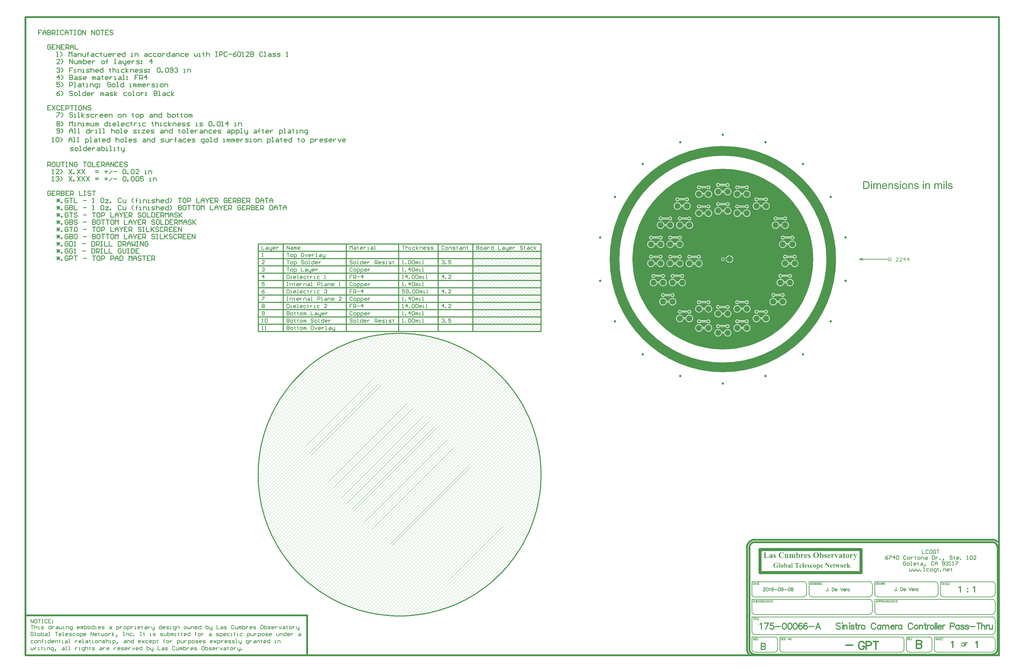
<source format=gbl>
G04 Layer_Physical_Order=4*
G04 Layer_Color=16711680*
%FSLAX23Y23*%
%MOIN*%
G70*
G01*
G75*
%ADD10C,0.010*%
%ADD11C,0.030*%
%ADD12C,0.050*%
%ADD13C,0.015*%
%ADD14C,0.001*%
%ADD15C,0.012*%
%ADD16C,0.006*%
%ADD17C,0.024*%
%ADD18C,0.018*%
%ADD19C,0.020*%
%ADD20C,0.016*%
%ADD21C,0.039*%
%ADD22C,0.100*%
%ADD23C,0.040*%
%ADD29C,0.161*%
G36*
X3641Y1265D02*
X3625D01*
Y1283D01*
X3641D01*
Y1265D01*
D02*
G37*
G36*
X3303D02*
X3287D01*
Y1283D01*
X3303D01*
Y1265D01*
D02*
G37*
G36*
X2925D02*
X2910D01*
Y1283D01*
X2925D01*
Y1265D01*
D02*
G37*
G36*
X2448D02*
X2432D01*
Y1283D01*
X2448D01*
Y1265D01*
D02*
G37*
G36*
X3374Y1250D02*
X3376Y1249D01*
X3378Y1249D01*
X3381Y1248D01*
X3384Y1248D01*
X3386Y1247D01*
X3387Y1246D01*
X3387Y1246D01*
X3389Y1245D01*
X3390Y1244D01*
X3392Y1243D01*
X3394Y1242D01*
X3395Y1240D01*
X3397Y1239D01*
X3397Y1239D01*
X3397Y1238D01*
X3398Y1237D01*
X3399Y1235D01*
X3399Y1234D01*
X3400Y1232D01*
X3401Y1230D01*
X3402Y1227D01*
Y1227D01*
X3402Y1226D01*
X3402Y1225D01*
X3402Y1224D01*
X3402Y1221D01*
X3402Y1219D01*
X3403Y1216D01*
Y1212D01*
Y1155D01*
X3387D01*
Y1211D01*
Y1211D01*
Y1212D01*
Y1212D01*
Y1213D01*
X3387Y1215D01*
Y1217D01*
X3386Y1219D01*
X3386Y1221D01*
X3386Y1223D01*
X3385Y1225D01*
Y1226D01*
X3385Y1226D01*
X3384Y1227D01*
X3383Y1228D01*
X3383Y1229D01*
X3381Y1231D01*
X3380Y1232D01*
X3378Y1233D01*
X3378Y1233D01*
X3378Y1234D01*
X3377Y1234D01*
X3375Y1235D01*
X3374Y1235D01*
X3372Y1236D01*
X3370Y1236D01*
X3368Y1236D01*
X3367D01*
X3366Y1236D01*
X3364Y1236D01*
X3362Y1235D01*
X3359Y1235D01*
X3356Y1233D01*
X3353Y1232D01*
X3350Y1230D01*
X3350Y1229D01*
X3349Y1229D01*
X3349Y1228D01*
X3348Y1228D01*
X3348Y1227D01*
X3347Y1226D01*
X3347Y1224D01*
X3346Y1223D01*
X3345Y1221D01*
X3345Y1219D01*
X3344Y1217D01*
X3344Y1214D01*
X3343Y1212D01*
X3343Y1209D01*
X3343Y1205D01*
Y1155D01*
X3327D01*
Y1248D01*
X3341D01*
Y1234D01*
X3342Y1235D01*
X3342Y1235D01*
X3342Y1236D01*
X3343Y1237D01*
X3344Y1238D01*
X3346Y1239D01*
X3347Y1241D01*
X3349Y1242D01*
X3351Y1244D01*
X3353Y1245D01*
X3355Y1246D01*
X3358Y1247D01*
X3361Y1248D01*
X3364Y1249D01*
X3367Y1250D01*
X3371Y1250D01*
X3372D01*
X3374Y1250D01*
D02*
G37*
G36*
X3095D02*
X3098Y1249D01*
X3100Y1249D01*
X3103Y1248D01*
X3105Y1248D01*
X3108Y1247D01*
X3108Y1246D01*
X3109Y1246D01*
X3110Y1245D01*
X3112Y1244D01*
X3114Y1243D01*
X3115Y1242D01*
X3117Y1240D01*
X3118Y1239D01*
X3119Y1239D01*
X3119Y1238D01*
X3120Y1237D01*
X3120Y1235D01*
X3121Y1234D01*
X3122Y1232D01*
X3123Y1230D01*
X3123Y1227D01*
Y1227D01*
X3123Y1226D01*
X3124Y1225D01*
X3124Y1224D01*
X3124Y1221D01*
X3124Y1219D01*
X3124Y1216D01*
Y1212D01*
Y1155D01*
X3109D01*
Y1211D01*
Y1211D01*
Y1212D01*
Y1212D01*
Y1213D01*
X3108Y1215D01*
Y1217D01*
X3108Y1219D01*
X3108Y1221D01*
X3107Y1223D01*
X3107Y1225D01*
Y1226D01*
X3106Y1226D01*
X3106Y1227D01*
X3105Y1228D01*
X3104Y1229D01*
X3103Y1231D01*
X3102Y1232D01*
X3100Y1233D01*
X3100Y1233D01*
X3099Y1234D01*
X3098Y1234D01*
X3097Y1235D01*
X3095Y1235D01*
X3094Y1236D01*
X3091Y1236D01*
X3089Y1236D01*
X3088D01*
X3088Y1236D01*
X3086Y1236D01*
X3083Y1235D01*
X3081Y1235D01*
X3078Y1233D01*
X3075Y1232D01*
X3072Y1230D01*
X3071Y1229D01*
X3071Y1229D01*
X3071Y1228D01*
X3070Y1228D01*
X3069Y1227D01*
X3069Y1226D01*
X3068Y1224D01*
X3068Y1223D01*
X3067Y1221D01*
X3066Y1219D01*
X3066Y1217D01*
X3065Y1214D01*
X3065Y1212D01*
X3065Y1209D01*
X3065Y1205D01*
Y1155D01*
X3049D01*
Y1248D01*
X3063D01*
Y1234D01*
X3063Y1235D01*
X3064Y1235D01*
X3064Y1236D01*
X3065Y1237D01*
X3066Y1238D01*
X3067Y1239D01*
X3069Y1241D01*
X3071Y1242D01*
X3073Y1244D01*
X3075Y1245D01*
X3077Y1246D01*
X3080Y1247D01*
X3083Y1248D01*
X3086Y1249D01*
X3089Y1250D01*
X3092Y1250D01*
X3094D01*
X3095Y1250D01*
D02*
G37*
G36*
X2767D02*
X2769Y1249D01*
X2772Y1249D01*
X2774Y1248D01*
X2777Y1248D01*
X2780Y1247D01*
X2780Y1246D01*
X2781Y1246D01*
X2782Y1245D01*
X2784Y1244D01*
X2785Y1243D01*
X2787Y1242D01*
X2789Y1240D01*
X2790Y1239D01*
X2790Y1239D01*
X2791Y1238D01*
X2791Y1237D01*
X2792Y1235D01*
X2793Y1234D01*
X2794Y1232D01*
X2794Y1230D01*
X2795Y1227D01*
Y1227D01*
X2795Y1226D01*
X2795Y1225D01*
X2795Y1224D01*
X2796Y1221D01*
X2796Y1219D01*
X2796Y1216D01*
Y1212D01*
Y1155D01*
X2780D01*
Y1211D01*
Y1211D01*
Y1212D01*
Y1212D01*
Y1213D01*
X2780Y1215D01*
Y1217D01*
X2780Y1219D01*
X2779Y1221D01*
X2779Y1223D01*
X2778Y1225D01*
Y1226D01*
X2778Y1226D01*
X2777Y1227D01*
X2777Y1228D01*
X2776Y1229D01*
X2775Y1231D01*
X2773Y1232D01*
X2772Y1233D01*
X2772Y1233D01*
X2771Y1234D01*
X2770Y1234D01*
X2769Y1235D01*
X2767Y1235D01*
X2765Y1236D01*
X2763Y1236D01*
X2761Y1236D01*
X2760D01*
X2759Y1236D01*
X2757Y1236D01*
X2755Y1235D01*
X2752Y1235D01*
X2749Y1233D01*
X2746Y1232D01*
X2743Y1230D01*
X2743Y1229D01*
X2743Y1229D01*
X2742Y1228D01*
X2742Y1228D01*
X2741Y1227D01*
X2741Y1226D01*
X2740Y1224D01*
X2739Y1223D01*
X2739Y1221D01*
X2738Y1219D01*
X2737Y1217D01*
X2737Y1214D01*
X2737Y1212D01*
X2736Y1209D01*
X2736Y1205D01*
Y1155D01*
X2721D01*
Y1248D01*
X2735D01*
Y1234D01*
X2735Y1235D01*
X2735Y1235D01*
X2736Y1236D01*
X2737Y1237D01*
X2738Y1238D01*
X2739Y1239D01*
X2740Y1241D01*
X2742Y1242D01*
X2744Y1244D01*
X2746Y1245D01*
X2749Y1246D01*
X2751Y1247D01*
X2754Y1248D01*
X2757Y1249D01*
X2761Y1250D01*
X2764Y1250D01*
X2766D01*
X2767Y1250D01*
D02*
G37*
G36*
X3576D02*
X3577D01*
X3578Y1249D01*
X3581Y1249D01*
X3585Y1248D01*
X3588Y1247D01*
X3592Y1245D01*
X3593Y1243D01*
X3595Y1242D01*
X3595Y1242D01*
X3595Y1242D01*
X3595Y1241D01*
X3596Y1241D01*
X3596Y1240D01*
X3597Y1239D01*
X3598Y1238D01*
X3598Y1236D01*
X3599Y1235D01*
X3600Y1233D01*
X3600Y1231D01*
X3601Y1229D01*
X3601Y1227D01*
X3602Y1224D01*
X3602Y1221D01*
Y1218D01*
Y1155D01*
X3586D01*
Y1213D01*
Y1213D01*
Y1214D01*
Y1214D01*
Y1215D01*
Y1216D01*
X3586Y1218D01*
X3586Y1221D01*
X3586Y1223D01*
X3585Y1225D01*
X3585Y1227D01*
Y1227D01*
X3585Y1227D01*
X3584Y1228D01*
X3584Y1229D01*
X3583Y1230D01*
X3582Y1231D01*
X3581Y1232D01*
X3579Y1233D01*
X3579Y1234D01*
X3579Y1234D01*
X3578Y1234D01*
X3577Y1235D01*
X3575Y1235D01*
X3574Y1236D01*
X3572Y1236D01*
X3570Y1236D01*
X3569D01*
X3568Y1236D01*
X3566Y1236D01*
X3564Y1235D01*
X3561Y1234D01*
X3559Y1233D01*
X3556Y1232D01*
X3553Y1229D01*
X3553Y1229D01*
X3553Y1228D01*
X3552Y1227D01*
X3550Y1224D01*
X3550Y1223D01*
X3549Y1222D01*
X3549Y1220D01*
X3548Y1218D01*
X3548Y1216D01*
X3547Y1214D01*
X3547Y1211D01*
Y1209D01*
Y1155D01*
X3531D01*
Y1215D01*
Y1215D01*
Y1216D01*
Y1216D01*
Y1217D01*
X3531Y1219D01*
X3531Y1221D01*
X3530Y1224D01*
X3530Y1226D01*
X3529Y1229D01*
X3528Y1231D01*
X3527Y1231D01*
X3527Y1232D01*
X3526Y1232D01*
X3525Y1233D01*
X3523Y1234D01*
X3521Y1235D01*
X3518Y1236D01*
X3515Y1236D01*
X3514D01*
X3513Y1236D01*
X3511Y1236D01*
X3509Y1235D01*
X3507Y1235D01*
X3505Y1234D01*
X3503Y1233D01*
X3503Y1232D01*
X3502Y1232D01*
X3501Y1231D01*
X3500Y1230D01*
X3498Y1229D01*
X3497Y1227D01*
X3496Y1225D01*
X3494Y1222D01*
X3494Y1222D01*
X3494Y1221D01*
X3494Y1219D01*
X3493Y1217D01*
X3493Y1215D01*
X3492Y1211D01*
X3492Y1207D01*
X3492Y1203D01*
Y1155D01*
X3476D01*
Y1248D01*
X3490D01*
Y1235D01*
X3490Y1235D01*
X3491Y1236D01*
X3492Y1237D01*
X3493Y1239D01*
X3495Y1240D01*
X3497Y1242D01*
X3499Y1244D01*
X3502Y1246D01*
X3502D01*
X3502Y1246D01*
X3503Y1246D01*
X3505Y1247D01*
X3507Y1248D01*
X3509Y1248D01*
X3512Y1249D01*
X3515Y1250D01*
X3518Y1250D01*
X3520D01*
X3522Y1250D01*
X3524Y1249D01*
X3527Y1249D01*
X3530Y1248D01*
X3533Y1247D01*
X3535Y1245D01*
X3536Y1245D01*
X3536Y1245D01*
X3538Y1244D01*
X3539Y1242D01*
X3541Y1241D01*
X3542Y1239D01*
X3544Y1236D01*
X3545Y1233D01*
X3545Y1234D01*
X3545Y1234D01*
X3546Y1235D01*
X3547Y1236D01*
X3548Y1237D01*
X3549Y1239D01*
X3551Y1240D01*
X3552Y1242D01*
X3554Y1243D01*
X3556Y1245D01*
X3559Y1246D01*
X3561Y1247D01*
X3564Y1248D01*
X3567Y1249D01*
X3570Y1250D01*
X3573Y1250D01*
X3575D01*
X3576Y1250D01*
D02*
G37*
G36*
X2571D02*
X2573D01*
X2574Y1249D01*
X2577Y1249D01*
X2580Y1248D01*
X2584Y1247D01*
X2587Y1245D01*
X2589Y1243D01*
X2590Y1242D01*
X2591Y1242D01*
X2591Y1242D01*
X2591Y1241D01*
X2592Y1241D01*
X2592Y1240D01*
X2593Y1239D01*
X2593Y1238D01*
X2594Y1236D01*
X2595Y1235D01*
X2596Y1233D01*
X2596Y1231D01*
X2597Y1229D01*
X2597Y1227D01*
X2598Y1224D01*
X2598Y1221D01*
Y1218D01*
Y1155D01*
X2582D01*
Y1213D01*
Y1213D01*
Y1214D01*
Y1214D01*
Y1215D01*
Y1216D01*
X2582Y1218D01*
X2582Y1221D01*
X2582Y1223D01*
X2581Y1225D01*
X2581Y1227D01*
Y1227D01*
X2580Y1227D01*
X2580Y1228D01*
X2579Y1229D01*
X2579Y1230D01*
X2578Y1231D01*
X2577Y1232D01*
X2575Y1233D01*
X2575Y1234D01*
X2574Y1234D01*
X2574Y1234D01*
X2572Y1235D01*
X2571Y1235D01*
X2569Y1236D01*
X2568Y1236D01*
X2566Y1236D01*
X2565D01*
X2564Y1236D01*
X2562Y1236D01*
X2560Y1235D01*
X2557Y1234D01*
X2555Y1233D01*
X2552Y1232D01*
X2549Y1229D01*
X2549Y1229D01*
X2548Y1228D01*
X2547Y1227D01*
X2546Y1224D01*
X2545Y1223D01*
X2545Y1222D01*
X2544Y1220D01*
X2544Y1218D01*
X2543Y1216D01*
X2543Y1214D01*
X2543Y1211D01*
Y1209D01*
Y1155D01*
X2527D01*
Y1215D01*
Y1215D01*
Y1216D01*
Y1216D01*
Y1217D01*
X2527Y1219D01*
X2527Y1221D01*
X2526Y1224D01*
X2525Y1226D01*
X2525Y1229D01*
X2523Y1231D01*
X2523Y1231D01*
X2523Y1232D01*
X2522Y1232D01*
X2520Y1233D01*
X2519Y1234D01*
X2516Y1235D01*
X2514Y1236D01*
X2511Y1236D01*
X2510D01*
X2508Y1236D01*
X2507Y1236D01*
X2505Y1235D01*
X2503Y1235D01*
X2501Y1234D01*
X2498Y1233D01*
X2498Y1232D01*
X2497Y1232D01*
X2496Y1231D01*
X2495Y1230D01*
X2494Y1229D01*
X2493Y1227D01*
X2491Y1225D01*
X2490Y1222D01*
X2490Y1222D01*
X2490Y1221D01*
X2489Y1219D01*
X2489Y1217D01*
X2488Y1215D01*
X2488Y1211D01*
X2488Y1207D01*
X2488Y1203D01*
Y1155D01*
X2472D01*
Y1248D01*
X2486D01*
Y1235D01*
X2486Y1235D01*
X2487Y1236D01*
X2488Y1237D01*
X2489Y1239D01*
X2491Y1240D01*
X2493Y1242D01*
X2495Y1244D01*
X2498Y1246D01*
X2498D01*
X2498Y1246D01*
X2499Y1246D01*
X2500Y1247D01*
X2502Y1248D01*
X2505Y1248D01*
X2508Y1249D01*
X2511Y1250D01*
X2514Y1250D01*
X2516D01*
X2518Y1250D01*
X2520Y1249D01*
X2523Y1249D01*
X2526Y1248D01*
X2528Y1247D01*
X2531Y1245D01*
X2531Y1245D01*
X2532Y1245D01*
X2533Y1244D01*
X2535Y1242D01*
X2536Y1241D01*
X2538Y1239D01*
X2539Y1236D01*
X2540Y1233D01*
X2541Y1234D01*
X2541Y1234D01*
X2542Y1235D01*
X2542Y1236D01*
X2544Y1237D01*
X2545Y1239D01*
X2546Y1240D01*
X2548Y1242D01*
X2550Y1243D01*
X2552Y1245D01*
X2555Y1246D01*
X2557Y1247D01*
X2560Y1248D01*
X2563Y1249D01*
X2566Y1250D01*
X2569Y1250D01*
X2570D01*
X2571Y1250D01*
D02*
G37*
G36*
X3738D02*
X3739D01*
X3742Y1249D01*
X3745Y1249D01*
X3748Y1248D01*
X3751Y1248D01*
X3755Y1247D01*
X3755D01*
X3755Y1246D01*
X3756Y1246D01*
X3757Y1245D01*
X3759Y1244D01*
X3761Y1243D01*
X3763Y1242D01*
X3765Y1240D01*
X3767Y1238D01*
X3767Y1238D01*
X3768Y1237D01*
X3768Y1236D01*
X3769Y1234D01*
X3770Y1232D01*
X3771Y1230D01*
X3772Y1227D01*
X3772Y1224D01*
X3757Y1222D01*
Y1222D01*
X3757Y1223D01*
X3756Y1224D01*
X3756Y1226D01*
X3755Y1227D01*
X3754Y1229D01*
X3753Y1231D01*
X3751Y1233D01*
X3751Y1233D01*
X3750Y1233D01*
X3749Y1234D01*
X3747Y1235D01*
X3745Y1235D01*
X3743Y1236D01*
X3740Y1237D01*
X3737Y1237D01*
X3735D01*
X3733Y1237D01*
X3731Y1236D01*
X3728Y1236D01*
X3725Y1235D01*
X3723Y1234D01*
X3721Y1233D01*
X3721Y1233D01*
X3720Y1232D01*
X3720Y1232D01*
X3719Y1231D01*
X3718Y1230D01*
X3717Y1228D01*
X3717Y1227D01*
X3717Y1225D01*
Y1225D01*
Y1224D01*
X3717Y1224D01*
Y1223D01*
X3717Y1221D01*
X3718Y1220D01*
X3718Y1219D01*
X3719Y1219D01*
X3719Y1219D01*
X3719Y1218D01*
X3720Y1218D01*
X3721Y1217D01*
X3722Y1216D01*
X3723Y1216D01*
X3724Y1215D01*
X3725D01*
X3725Y1215D01*
X3726Y1215D01*
X3727Y1214D01*
X3729Y1214D01*
X3730Y1213D01*
X3731Y1213D01*
X3733Y1213D01*
X3735Y1212D01*
X3736Y1212D01*
X3738Y1211D01*
X3739D01*
X3739Y1211D01*
X3740Y1211D01*
X3741Y1210D01*
X3742Y1210D01*
X3744Y1210D01*
X3748Y1209D01*
X3751Y1207D01*
X3755Y1206D01*
X3759Y1205D01*
X3760Y1204D01*
X3762Y1204D01*
X3762Y1204D01*
X3763Y1203D01*
X3764Y1203D01*
X3765Y1202D01*
X3767Y1201D01*
X3769Y1199D01*
X3771Y1198D01*
X3772Y1196D01*
X3772Y1195D01*
X3773Y1195D01*
X3773Y1193D01*
X3774Y1192D01*
X3775Y1190D01*
X3775Y1188D01*
X3776Y1185D01*
X3776Y1182D01*
Y1182D01*
Y1182D01*
Y1181D01*
X3776Y1179D01*
X3775Y1177D01*
X3775Y1175D01*
X3774Y1173D01*
X3773Y1170D01*
X3771Y1167D01*
X3771Y1167D01*
X3770Y1166D01*
X3769Y1165D01*
X3768Y1163D01*
X3766Y1162D01*
X3764Y1160D01*
X3761Y1158D01*
X3758Y1157D01*
X3758D01*
X3758Y1156D01*
X3757Y1156D01*
X3756Y1156D01*
X3755Y1156D01*
X3752Y1155D01*
X3749Y1154D01*
X3746Y1154D01*
X3742Y1153D01*
X3738Y1153D01*
X3737D01*
X3735Y1153D01*
X3734D01*
X3732Y1153D01*
X3730Y1154D01*
X3728Y1154D01*
X3724Y1155D01*
X3719Y1156D01*
X3715Y1158D01*
X3713Y1159D01*
X3711Y1160D01*
X3711Y1160D01*
X3710Y1161D01*
X3710Y1161D01*
X3709Y1162D01*
X3708Y1162D01*
X3708Y1163D01*
X3707Y1165D01*
X3706Y1166D01*
X3705Y1167D01*
X3704Y1169D01*
X3703Y1171D01*
X3702Y1173D01*
X3701Y1175D01*
X3700Y1177D01*
X3699Y1180D01*
X3699Y1183D01*
X3714Y1185D01*
Y1185D01*
Y1185D01*
X3714Y1184D01*
X3715Y1184D01*
X3715Y1182D01*
X3716Y1180D01*
X3717Y1177D01*
X3718Y1175D01*
X3719Y1173D01*
X3721Y1171D01*
X3722Y1171D01*
X3723Y1170D01*
X3724Y1169D01*
X3726Y1168D01*
X3728Y1167D01*
X3731Y1167D01*
X3734Y1166D01*
X3738Y1166D01*
X3740D01*
X3742Y1166D01*
X3744Y1166D01*
X3747Y1167D01*
X3750Y1168D01*
X3752Y1169D01*
X3754Y1170D01*
X3755Y1170D01*
X3755Y1171D01*
X3756Y1172D01*
X3757Y1173D01*
X3758Y1175D01*
X3759Y1176D01*
X3760Y1178D01*
X3760Y1181D01*
Y1181D01*
Y1181D01*
X3760Y1182D01*
X3759Y1184D01*
X3759Y1185D01*
X3758Y1186D01*
X3757Y1188D01*
X3755Y1189D01*
X3755Y1189D01*
X3754Y1189D01*
X3753Y1190D01*
X3752Y1190D01*
X3751Y1191D01*
X3750Y1191D01*
X3748Y1191D01*
X3747Y1192D01*
X3745Y1192D01*
X3743Y1193D01*
X3741Y1194D01*
X3739Y1194D01*
X3739D01*
X3738Y1194D01*
X3737Y1195D01*
X3736Y1195D01*
X3735Y1195D01*
X3733Y1196D01*
X3729Y1197D01*
X3725Y1198D01*
X3721Y1199D01*
X3720Y1200D01*
X3718Y1201D01*
X3716Y1201D01*
X3715Y1202D01*
X3715Y1202D01*
X3714Y1202D01*
X3713Y1203D01*
X3711Y1204D01*
X3710Y1205D01*
X3708Y1207D01*
X3706Y1208D01*
X3705Y1210D01*
X3705Y1211D01*
X3704Y1211D01*
X3704Y1213D01*
X3703Y1214D01*
X3702Y1216D01*
X3702Y1218D01*
X3702Y1220D01*
X3701Y1223D01*
Y1223D01*
Y1224D01*
X3702Y1225D01*
X3702Y1227D01*
X3702Y1228D01*
X3703Y1230D01*
X3703Y1232D01*
X3704Y1234D01*
X3704Y1235D01*
X3705Y1235D01*
X3705Y1236D01*
X3706Y1238D01*
X3707Y1239D01*
X3709Y1240D01*
X3710Y1242D01*
X3712Y1243D01*
X3712Y1243D01*
X3713Y1244D01*
X3713Y1244D01*
X3715Y1245D01*
X3716Y1246D01*
X3718Y1246D01*
X3720Y1247D01*
X3722Y1248D01*
X3722Y1248D01*
X3723Y1248D01*
X3724Y1248D01*
X3726Y1249D01*
X3728Y1249D01*
X3730Y1249D01*
X3733Y1250D01*
X3737D01*
X3738Y1250D01*
D02*
G37*
G36*
X3182D02*
X3183D01*
X3185Y1249D01*
X3188Y1249D01*
X3191Y1248D01*
X3195Y1248D01*
X3198Y1247D01*
X3198D01*
X3198Y1246D01*
X3199Y1246D01*
X3201Y1245D01*
X3202Y1244D01*
X3204Y1243D01*
X3206Y1242D01*
X3208Y1240D01*
X3210Y1238D01*
X3210Y1238D01*
X3211Y1237D01*
X3211Y1236D01*
X3212Y1234D01*
X3213Y1232D01*
X3214Y1230D01*
X3215Y1227D01*
X3216Y1224D01*
X3200Y1222D01*
Y1222D01*
X3200Y1223D01*
X3200Y1224D01*
X3199Y1226D01*
X3198Y1227D01*
X3197Y1229D01*
X3196Y1231D01*
X3194Y1233D01*
X3194Y1233D01*
X3193Y1233D01*
X3192Y1234D01*
X3190Y1235D01*
X3188Y1235D01*
X3186Y1236D01*
X3183Y1237D01*
X3180Y1237D01*
X3178D01*
X3176Y1237D01*
X3174Y1236D01*
X3171Y1236D01*
X3169Y1235D01*
X3166Y1234D01*
X3164Y1233D01*
X3164Y1233D01*
X3164Y1232D01*
X3163Y1232D01*
X3162Y1231D01*
X3161Y1230D01*
X3160Y1228D01*
X3160Y1227D01*
X3160Y1225D01*
Y1225D01*
Y1224D01*
X3160Y1224D01*
Y1223D01*
X3161Y1221D01*
X3161Y1220D01*
X3162Y1219D01*
X3162Y1219D01*
X3162Y1219D01*
X3162Y1218D01*
X3163Y1218D01*
X3164Y1217D01*
X3165Y1216D01*
X3166Y1216D01*
X3168Y1215D01*
X3168D01*
X3168Y1215D01*
X3169Y1215D01*
X3170Y1214D01*
X3172Y1214D01*
X3173Y1213D01*
X3175Y1213D01*
X3176Y1213D01*
X3178Y1212D01*
X3180Y1212D01*
X3182Y1211D01*
X3182D01*
X3182Y1211D01*
X3183Y1211D01*
X3184Y1210D01*
X3186Y1210D01*
X3187Y1210D01*
X3191Y1209D01*
X3195Y1207D01*
X3198Y1206D01*
X3202Y1205D01*
X3203Y1204D01*
X3205Y1204D01*
X3205Y1204D01*
X3206Y1203D01*
X3207Y1203D01*
X3209Y1202D01*
X3210Y1201D01*
X3212Y1199D01*
X3214Y1198D01*
X3215Y1196D01*
X3215Y1195D01*
X3216Y1195D01*
X3216Y1193D01*
X3217Y1192D01*
X3218Y1190D01*
X3218Y1188D01*
X3219Y1185D01*
X3219Y1182D01*
Y1182D01*
Y1182D01*
Y1181D01*
X3219Y1179D01*
X3219Y1177D01*
X3218Y1175D01*
X3217Y1173D01*
X3216Y1170D01*
X3214Y1167D01*
X3214Y1167D01*
X3214Y1166D01*
X3212Y1165D01*
X3211Y1163D01*
X3209Y1162D01*
X3207Y1160D01*
X3204Y1158D01*
X3201Y1157D01*
X3201D01*
X3201Y1156D01*
X3200Y1156D01*
X3200Y1156D01*
X3198Y1156D01*
X3195Y1155D01*
X3193Y1154D01*
X3189Y1154D01*
X3186Y1153D01*
X3182Y1153D01*
X3180D01*
X3179Y1153D01*
X3177D01*
X3175Y1153D01*
X3173Y1154D01*
X3171Y1154D01*
X3167Y1155D01*
X3162Y1156D01*
X3158Y1158D01*
X3156Y1159D01*
X3154Y1160D01*
X3154Y1160D01*
X3154Y1161D01*
X3153Y1161D01*
X3152Y1162D01*
X3152Y1162D01*
X3151Y1163D01*
X3150Y1165D01*
X3149Y1166D01*
X3148Y1167D01*
X3147Y1169D01*
X3146Y1171D01*
X3145Y1173D01*
X3144Y1175D01*
X3143Y1177D01*
X3142Y1180D01*
X3142Y1183D01*
X3157Y1185D01*
Y1185D01*
Y1185D01*
X3158Y1184D01*
X3158Y1184D01*
X3158Y1182D01*
X3159Y1180D01*
X3160Y1177D01*
X3161Y1175D01*
X3163Y1173D01*
X3165Y1171D01*
X3165Y1171D01*
X3166Y1170D01*
X3167Y1169D01*
X3169Y1168D01*
X3171Y1167D01*
X3174Y1167D01*
X3178Y1166D01*
X3181Y1166D01*
X3183D01*
X3185Y1166D01*
X3188Y1166D01*
X3190Y1167D01*
X3193Y1168D01*
X3195Y1169D01*
X3198Y1170D01*
X3198Y1170D01*
X3198Y1171D01*
X3199Y1172D01*
X3200Y1173D01*
X3201Y1175D01*
X3202Y1176D01*
X3203Y1178D01*
X3203Y1181D01*
Y1181D01*
Y1181D01*
X3203Y1182D01*
X3202Y1184D01*
X3202Y1185D01*
X3201Y1186D01*
X3200Y1188D01*
X3198Y1189D01*
X3198Y1189D01*
X3198Y1189D01*
X3197Y1190D01*
X3195Y1190D01*
X3194Y1191D01*
X3193Y1191D01*
X3192Y1191D01*
X3190Y1192D01*
X3188Y1192D01*
X3186Y1193D01*
X3184Y1194D01*
X3182Y1194D01*
X3182D01*
X3181Y1194D01*
X3180Y1195D01*
X3179Y1195D01*
X3178Y1195D01*
X3176Y1196D01*
X3173Y1197D01*
X3169Y1198D01*
X3165Y1199D01*
X3163Y1200D01*
X3161Y1201D01*
X3159Y1201D01*
X3158Y1202D01*
X3158Y1202D01*
X3157Y1202D01*
X3156Y1203D01*
X3154Y1204D01*
X3153Y1205D01*
X3151Y1207D01*
X3149Y1208D01*
X3148Y1210D01*
X3148Y1211D01*
X3147Y1211D01*
X3147Y1213D01*
X3146Y1214D01*
X3146Y1216D01*
X3145Y1218D01*
X3145Y1220D01*
X3145Y1223D01*
Y1223D01*
Y1224D01*
X3145Y1225D01*
X3145Y1227D01*
X3145Y1228D01*
X3146Y1230D01*
X3146Y1232D01*
X3147Y1234D01*
X3148Y1235D01*
X3148Y1235D01*
X3149Y1236D01*
X3149Y1238D01*
X3151Y1239D01*
X3152Y1240D01*
X3153Y1242D01*
X3155Y1243D01*
X3155Y1243D01*
X3156Y1244D01*
X3157Y1244D01*
X3158Y1245D01*
X3159Y1246D01*
X3161Y1246D01*
X3163Y1247D01*
X3165Y1248D01*
X3165Y1248D01*
X3166Y1248D01*
X3167Y1248D01*
X3169Y1249D01*
X3171Y1249D01*
X3174Y1249D01*
X3176Y1250D01*
X3181D01*
X3182Y1250D01*
D02*
G37*
G36*
X2853D02*
X2854D01*
X2857Y1249D01*
X2860Y1249D01*
X2863Y1248D01*
X2866Y1248D01*
X2870Y1247D01*
X2870D01*
X2870Y1246D01*
X2871Y1246D01*
X2872Y1245D01*
X2874Y1244D01*
X2876Y1243D01*
X2878Y1242D01*
X2880Y1240D01*
X2882Y1238D01*
X2882Y1238D01*
X2883Y1237D01*
X2883Y1236D01*
X2884Y1234D01*
X2885Y1232D01*
X2886Y1230D01*
X2887Y1227D01*
X2887Y1224D01*
X2872Y1222D01*
Y1222D01*
X2872Y1223D01*
X2871Y1224D01*
X2871Y1226D01*
X2870Y1227D01*
X2869Y1229D01*
X2868Y1231D01*
X2866Y1233D01*
X2866Y1233D01*
X2865Y1233D01*
X2864Y1234D01*
X2862Y1235D01*
X2860Y1235D01*
X2858Y1236D01*
X2855Y1237D01*
X2852Y1237D01*
X2850D01*
X2848Y1237D01*
X2846Y1236D01*
X2843Y1236D01*
X2840Y1235D01*
X2838Y1234D01*
X2836Y1233D01*
X2836Y1233D01*
X2835Y1232D01*
X2835Y1232D01*
X2834Y1231D01*
X2833Y1230D01*
X2832Y1228D01*
X2832Y1227D01*
X2832Y1225D01*
Y1225D01*
Y1224D01*
X2832Y1224D01*
Y1223D01*
X2832Y1221D01*
X2833Y1220D01*
X2833Y1219D01*
X2834Y1219D01*
X2834Y1219D01*
X2834Y1218D01*
X2835Y1218D01*
X2836Y1217D01*
X2837Y1216D01*
X2838Y1216D01*
X2839Y1215D01*
X2840D01*
X2840Y1215D01*
X2841Y1215D01*
X2842Y1214D01*
X2844Y1214D01*
X2845Y1213D01*
X2846Y1213D01*
X2848Y1213D01*
X2850Y1212D01*
X2851Y1212D01*
X2853Y1211D01*
X2854D01*
X2854Y1211D01*
X2855Y1211D01*
X2856Y1210D01*
X2857Y1210D01*
X2859Y1210D01*
X2863Y1209D01*
X2866Y1207D01*
X2870Y1206D01*
X2874Y1205D01*
X2875Y1204D01*
X2877Y1204D01*
X2877Y1204D01*
X2878Y1203D01*
X2879Y1203D01*
X2880Y1202D01*
X2882Y1201D01*
X2884Y1199D01*
X2886Y1198D01*
X2887Y1196D01*
X2887Y1195D01*
X2888Y1195D01*
X2888Y1193D01*
X2889Y1192D01*
X2890Y1190D01*
X2890Y1188D01*
X2891Y1185D01*
X2891Y1182D01*
Y1182D01*
Y1182D01*
Y1181D01*
X2891Y1179D01*
X2890Y1177D01*
X2890Y1175D01*
X2889Y1173D01*
X2888Y1170D01*
X2886Y1167D01*
X2886Y1167D01*
X2885Y1166D01*
X2884Y1165D01*
X2883Y1163D01*
X2881Y1162D01*
X2879Y1160D01*
X2876Y1158D01*
X2873Y1157D01*
X2873D01*
X2873Y1156D01*
X2872Y1156D01*
X2871Y1156D01*
X2870Y1156D01*
X2867Y1155D01*
X2864Y1154D01*
X2861Y1154D01*
X2857Y1153D01*
X2853Y1153D01*
X2852D01*
X2850Y1153D01*
X2849D01*
X2847Y1153D01*
X2845Y1154D01*
X2843Y1154D01*
X2839Y1155D01*
X2834Y1156D01*
X2830Y1158D01*
X2828Y1159D01*
X2826Y1160D01*
X2826Y1160D01*
X2825Y1161D01*
X2825Y1161D01*
X2824Y1162D01*
X2823Y1162D01*
X2823Y1163D01*
X2822Y1165D01*
X2821Y1166D01*
X2820Y1167D01*
X2819Y1169D01*
X2818Y1171D01*
X2817Y1173D01*
X2816Y1175D01*
X2815Y1177D01*
X2814Y1180D01*
X2814Y1183D01*
X2829Y1185D01*
Y1185D01*
Y1185D01*
X2829Y1184D01*
X2830Y1184D01*
X2830Y1182D01*
X2831Y1180D01*
X2832Y1177D01*
X2833Y1175D01*
X2834Y1173D01*
X2836Y1171D01*
X2837Y1171D01*
X2838Y1170D01*
X2839Y1169D01*
X2841Y1168D01*
X2843Y1167D01*
X2846Y1167D01*
X2849Y1166D01*
X2853Y1166D01*
X2855D01*
X2857Y1166D01*
X2859Y1166D01*
X2862Y1167D01*
X2865Y1168D01*
X2867Y1169D01*
X2869Y1170D01*
X2870Y1170D01*
X2870Y1171D01*
X2871Y1172D01*
X2872Y1173D01*
X2873Y1175D01*
X2874Y1176D01*
X2875Y1178D01*
X2875Y1181D01*
Y1181D01*
Y1181D01*
X2875Y1182D01*
X2874Y1184D01*
X2874Y1185D01*
X2873Y1186D01*
X2872Y1188D01*
X2870Y1189D01*
X2870Y1189D01*
X2869Y1189D01*
X2868Y1190D01*
X2867Y1190D01*
X2866Y1191D01*
X2865Y1191D01*
X2863Y1191D01*
X2862Y1192D01*
X2860Y1192D01*
X2858Y1193D01*
X2856Y1194D01*
X2854Y1194D01*
X2854D01*
X2853Y1194D01*
X2852Y1195D01*
X2851Y1195D01*
X2850Y1195D01*
X2848Y1196D01*
X2844Y1197D01*
X2840Y1198D01*
X2836Y1199D01*
X2835Y1200D01*
X2833Y1201D01*
X2831Y1201D01*
X2830Y1202D01*
X2830Y1202D01*
X2829Y1202D01*
X2828Y1203D01*
X2826Y1204D01*
X2825Y1205D01*
X2823Y1207D01*
X2821Y1208D01*
X2820Y1210D01*
X2820Y1211D01*
X2819Y1211D01*
X2819Y1213D01*
X2818Y1214D01*
X2817Y1216D01*
X2817Y1218D01*
X2817Y1220D01*
X2816Y1223D01*
Y1223D01*
Y1224D01*
X2817Y1225D01*
X2817Y1227D01*
X2817Y1228D01*
X2818Y1230D01*
X2818Y1232D01*
X2819Y1234D01*
X2819Y1235D01*
X2820Y1235D01*
X2820Y1236D01*
X2821Y1238D01*
X2822Y1239D01*
X2824Y1240D01*
X2825Y1242D01*
X2827Y1243D01*
X2827Y1243D01*
X2828Y1244D01*
X2828Y1244D01*
X2830Y1245D01*
X2831Y1246D01*
X2833Y1246D01*
X2835Y1247D01*
X2837Y1248D01*
X2837Y1248D01*
X2838Y1248D01*
X2839Y1248D01*
X2841Y1249D01*
X2843Y1249D01*
X2845Y1249D01*
X2848Y1250D01*
X2852D01*
X2853Y1250D01*
D02*
G37*
G36*
X3681Y1155D02*
X3665D01*
Y1283D01*
X3681D01*
Y1155D01*
D02*
G37*
G36*
X3641D02*
X3625D01*
Y1248D01*
X3641D01*
Y1155D01*
D02*
G37*
G36*
X3303D02*
X3287D01*
Y1248D01*
X3303D01*
Y1155D01*
D02*
G37*
G36*
X2925D02*
X2910D01*
Y1248D01*
X2925D01*
Y1155D01*
D02*
G37*
G36*
X2448D02*
X2432D01*
Y1248D01*
X2448D01*
Y1155D01*
D02*
G37*
G36*
X2354Y1283D02*
X2357D01*
X2361Y1283D01*
X2365Y1282D01*
X2369Y1282D01*
X2372Y1281D01*
X2372D01*
X2372Y1281D01*
X2373Y1281D01*
X2374Y1281D01*
X2375Y1280D01*
X2376Y1280D01*
X2378Y1279D01*
X2381Y1278D01*
X2384Y1276D01*
X2388Y1274D01*
X2391Y1272D01*
X2391Y1272D01*
X2391Y1272D01*
X2392Y1271D01*
X2392Y1270D01*
X2393Y1270D01*
X2394Y1269D01*
X2395Y1267D01*
X2396Y1266D01*
X2399Y1263D01*
X2401Y1259D01*
X2404Y1255D01*
X2406Y1250D01*
Y1250D01*
X2406Y1249D01*
X2406Y1249D01*
X2407Y1248D01*
X2407Y1246D01*
X2407Y1245D01*
X2408Y1243D01*
X2408Y1241D01*
X2409Y1239D01*
X2409Y1237D01*
X2410Y1234D01*
X2410Y1232D01*
X2411Y1226D01*
X2411Y1220D01*
Y1219D01*
Y1219D01*
Y1218D01*
Y1217D01*
X2411Y1216D01*
Y1214D01*
X2411Y1213D01*
X2410Y1211D01*
X2410Y1207D01*
X2409Y1203D01*
X2409Y1198D01*
X2407Y1194D01*
Y1194D01*
X2407Y1193D01*
X2407Y1193D01*
X2407Y1192D01*
X2406Y1191D01*
X2406Y1190D01*
X2405Y1187D01*
X2404Y1184D01*
X2402Y1181D01*
X2401Y1178D01*
X2399Y1175D01*
X2399Y1175D01*
X2398Y1174D01*
X2397Y1173D01*
X2395Y1171D01*
X2394Y1169D01*
X2392Y1167D01*
X2389Y1165D01*
X2387Y1163D01*
X2387Y1163D01*
X2386Y1163D01*
X2384Y1162D01*
X2383Y1161D01*
X2380Y1160D01*
X2378Y1159D01*
X2375Y1158D01*
X2372Y1157D01*
X2371D01*
X2371Y1157D01*
X2371D01*
X2370Y1157D01*
X2369Y1157D01*
X2368Y1156D01*
X2366Y1156D01*
X2363Y1156D01*
X2359Y1155D01*
X2355Y1155D01*
X2351Y1155D01*
X2305D01*
Y1283D01*
X2353D01*
X2354Y1283D01*
D02*
G37*
G36*
X2990Y1250D02*
X2992Y1249D01*
X2994Y1249D01*
X2996Y1249D01*
X2998Y1248D01*
X3000Y1248D01*
X3003Y1247D01*
X3006Y1246D01*
X3008Y1244D01*
X3011Y1243D01*
X3013Y1241D01*
X3016Y1239D01*
X3018Y1237D01*
X3018Y1237D01*
X3019Y1237D01*
X3019Y1236D01*
X3020Y1235D01*
X3021Y1234D01*
X3022Y1232D01*
X3023Y1230D01*
X3024Y1228D01*
X3025Y1226D01*
X3027Y1223D01*
X3028Y1220D01*
X3029Y1217D01*
X3029Y1214D01*
X3030Y1210D01*
X3030Y1207D01*
X3030Y1203D01*
Y1202D01*
Y1202D01*
Y1201D01*
Y1200D01*
X3030Y1198D01*
X3030Y1196D01*
X3030Y1194D01*
X3030Y1192D01*
X3029Y1188D01*
X3028Y1183D01*
X3027Y1179D01*
X3026Y1176D01*
X3025Y1174D01*
Y1174D01*
X3025Y1174D01*
X3024Y1173D01*
X3024Y1173D01*
X3023Y1171D01*
X3021Y1169D01*
X3019Y1166D01*
X3016Y1163D01*
X3013Y1161D01*
X3009Y1159D01*
X3009D01*
X3009Y1158D01*
X3008Y1158D01*
X3007Y1158D01*
X3007Y1157D01*
X3005Y1157D01*
X3003Y1156D01*
X2999Y1155D01*
X2996Y1154D01*
X2991Y1153D01*
X2987Y1153D01*
X2986D01*
X2985Y1153D01*
X2984D01*
X2982Y1153D01*
X2980Y1154D01*
X2978Y1154D01*
X2976Y1155D01*
X2973Y1155D01*
X2971Y1156D01*
X2968Y1157D01*
X2966Y1158D01*
X2963Y1160D01*
X2960Y1161D01*
X2958Y1163D01*
X2956Y1165D01*
X2955Y1165D01*
X2955Y1166D01*
X2954Y1167D01*
X2954Y1168D01*
X2953Y1169D01*
X2952Y1170D01*
X2951Y1172D01*
X2950Y1174D01*
X2948Y1177D01*
X2947Y1180D01*
X2946Y1182D01*
X2945Y1186D01*
X2945Y1189D01*
X2944Y1193D01*
X2944Y1197D01*
X2944Y1201D01*
Y1202D01*
Y1202D01*
X2944Y1204D01*
Y1205D01*
X2944Y1208D01*
X2944Y1210D01*
X2945Y1213D01*
X2945Y1216D01*
X2946Y1219D01*
X2947Y1222D01*
X2948Y1225D01*
X2950Y1228D01*
X2951Y1231D01*
X2953Y1234D01*
X2955Y1237D01*
X2958Y1239D01*
X2958Y1240D01*
X2958Y1240D01*
X2959Y1240D01*
X2960Y1241D01*
X2961Y1242D01*
X2962Y1243D01*
X2964Y1244D01*
X2966Y1245D01*
X2968Y1246D01*
X2970Y1246D01*
X2973Y1247D01*
X2975Y1248D01*
X2978Y1249D01*
X2981Y1249D01*
X2984Y1250D01*
X2987Y1250D01*
X2989D01*
X2990Y1250D01*
D02*
G37*
G36*
X2662D02*
X2664Y1249D01*
X2666Y1249D01*
X2668Y1249D01*
X2670Y1248D01*
X2672Y1248D01*
X2675Y1247D01*
X2677Y1246D01*
X2680Y1244D01*
X2682Y1243D01*
X2685Y1241D01*
X2687Y1239D01*
X2690Y1237D01*
X2690Y1237D01*
X2690Y1236D01*
X2691Y1236D01*
X2691Y1235D01*
X2692Y1233D01*
X2693Y1232D01*
X2694Y1230D01*
X2696Y1228D01*
X2697Y1225D01*
X2698Y1223D01*
X2699Y1220D01*
X2700Y1217D01*
X2700Y1213D01*
X2701Y1210D01*
X2701Y1206D01*
X2701Y1201D01*
Y1201D01*
Y1200D01*
Y1199D01*
X2701Y1197D01*
X2632D01*
Y1197D01*
Y1197D01*
X2632Y1196D01*
X2632Y1195D01*
X2633Y1193D01*
X2633Y1192D01*
X2633Y1189D01*
X2635Y1185D01*
X2636Y1181D01*
X2638Y1177D01*
X2639Y1176D01*
X2641Y1174D01*
X2641Y1174D01*
X2641Y1174D01*
X2641Y1173D01*
X2642Y1173D01*
X2644Y1171D01*
X2646Y1170D01*
X2649Y1168D01*
X2652Y1167D01*
X2656Y1166D01*
X2658Y1166D01*
X2660Y1166D01*
X2662D01*
X2663Y1166D01*
X2665Y1166D01*
X2667Y1167D01*
X2670Y1168D01*
X2672Y1169D01*
X2675Y1170D01*
X2675Y1171D01*
X2676Y1171D01*
X2677Y1172D01*
X2678Y1174D01*
X2680Y1176D01*
X2681Y1179D01*
X2683Y1182D01*
X2684Y1185D01*
X2701Y1183D01*
Y1183D01*
X2701Y1182D01*
X2700Y1182D01*
X2700Y1181D01*
X2700Y1179D01*
X2699Y1178D01*
X2698Y1175D01*
X2696Y1171D01*
X2693Y1168D01*
X2690Y1164D01*
X2687Y1161D01*
X2686D01*
X2686Y1160D01*
X2686Y1160D01*
X2685Y1160D01*
X2684Y1159D01*
X2682Y1158D01*
X2681Y1158D01*
X2679Y1157D01*
X2678Y1156D01*
X2676Y1156D01*
X2673Y1155D01*
X2671Y1154D01*
X2666Y1153D01*
X2663Y1153D01*
X2660Y1153D01*
X2659D01*
X2658Y1153D01*
X2657D01*
X2655Y1153D01*
X2653Y1154D01*
X2651Y1154D01*
X2648Y1155D01*
X2646Y1155D01*
X2643Y1156D01*
X2641Y1157D01*
X2638Y1158D01*
X2635Y1160D01*
X2633Y1161D01*
X2630Y1163D01*
X2628Y1165D01*
X2628Y1166D01*
X2627Y1166D01*
X2627Y1167D01*
X2626Y1168D01*
X2625Y1169D01*
X2624Y1171D01*
X2623Y1172D01*
X2622Y1174D01*
X2621Y1177D01*
X2620Y1179D01*
X2619Y1182D01*
X2618Y1185D01*
X2617Y1189D01*
X2616Y1192D01*
X2616Y1196D01*
X2616Y1200D01*
Y1201D01*
Y1201D01*
X2616Y1203D01*
Y1204D01*
X2616Y1206D01*
X2617Y1209D01*
X2617Y1211D01*
X2617Y1214D01*
X2618Y1217D01*
X2619Y1220D01*
X2620Y1223D01*
X2621Y1226D01*
X2622Y1229D01*
X2624Y1232D01*
X2626Y1234D01*
X2628Y1237D01*
X2628Y1237D01*
X2628Y1237D01*
X2629Y1238D01*
X2630Y1239D01*
X2631Y1240D01*
X2633Y1241D01*
X2634Y1242D01*
X2636Y1243D01*
X2638Y1244D01*
X2641Y1246D01*
X2643Y1247D01*
X2646Y1248D01*
X2649Y1249D01*
X2652Y1249D01*
X2656Y1250D01*
X2659Y1250D01*
X2661D01*
X2662Y1250D01*
D02*
G37*
G36*
X73Y1484D02*
X146Y1479D01*
X218Y1470D01*
X290Y1457D01*
X361Y1441D01*
X431Y1422D01*
X501Y1399D01*
X569Y1373D01*
X635Y1343D01*
X701Y1311D01*
X764Y1275D01*
X826Y1236D01*
X885Y1194D01*
X943Y1149D01*
X998Y1101D01*
X1051Y1051D01*
X1101Y998D01*
X1149Y943D01*
X1194Y885D01*
X1236Y826D01*
X1275Y764D01*
X1311Y701D01*
X1343Y635D01*
X1373Y569D01*
X1399Y501D01*
X1422Y431D01*
X1441Y361D01*
X1457Y290D01*
X1470Y218D01*
X1479Y146D01*
X1484Y73D01*
X1486Y0D01*
X1484Y-73D01*
X1479Y-146D01*
X1470Y-218D01*
X1457Y-290D01*
X1441Y-361D01*
X1422Y-431D01*
X1399Y-501D01*
X1373Y-569D01*
X1343Y-635D01*
X1311Y-701D01*
X1275Y-764D01*
X1236Y-826D01*
X1194Y-885D01*
X1149Y-943D01*
X1101Y-998D01*
X1051Y-1051D01*
X998Y-1101D01*
X943Y-1149D01*
X885Y-1194D01*
X826Y-1236D01*
X764Y-1275D01*
X701Y-1311D01*
X635Y-1343D01*
X569Y-1373D01*
X501Y-1399D01*
X431Y-1422D01*
X361Y-1441D01*
X290Y-1457D01*
X218Y-1470D01*
X146Y-1479D01*
X73Y-1484D01*
X-0Y-1486D01*
X-73Y-1484D01*
X-146Y-1479D01*
X-218Y-1470D01*
X-290Y-1457D01*
X-361Y-1441D01*
X-431Y-1422D01*
X-501Y-1399D01*
X-569Y-1373D01*
X-635Y-1343D01*
X-701Y-1311D01*
X-764Y-1275D01*
X-826Y-1236D01*
X-885Y-1194D01*
X-943Y-1149D01*
X-998Y-1101D01*
X-1051Y-1051D01*
X-1101Y-998D01*
X-1149Y-943D01*
X-1194Y-885D01*
X-1236Y-826D01*
X-1275Y-764D01*
X-1311Y-701D01*
X-1343Y-635D01*
X-1373Y-569D01*
X-1399Y-501D01*
X-1422Y-431D01*
X-1441Y-361D01*
X-1457Y-290D01*
X-1470Y-218D01*
X-1479Y-146D01*
X-1484Y-73D01*
X-1486Y0D01*
X-1484Y73D01*
X-1479Y146D01*
X-1470Y218D01*
X-1457Y290D01*
X-1441Y361D01*
X-1422Y431D01*
X-1399Y501D01*
X-1373Y569D01*
X-1343Y635D01*
X-1311Y701D01*
X-1275Y764D01*
X-1236Y826D01*
X-1194Y885D01*
X-1149Y943D01*
X-1101Y998D01*
X-1051Y1051D01*
X-998Y1101D01*
X-943Y1149D01*
X-885Y1194D01*
X-826Y1236D01*
X-764Y1275D01*
X-701Y1311D01*
X-635Y1343D01*
X-569Y1373D01*
X-501Y1399D01*
X-431Y1422D01*
X-361Y1441D01*
X-290Y1457D01*
X-218Y1470D01*
X-146Y1479D01*
X-73Y1484D01*
X-0Y1486D01*
X73Y1484D01*
D02*
G37*
G36*
X1002Y-4855D02*
X1000D01*
Y-4855D01*
X1000Y-4854D01*
X999Y-4854D01*
X999Y-4853D01*
X999Y-4852D01*
X998Y-4851D01*
X998Y-4849D01*
X997Y-4848D01*
X996Y-4845D01*
X994Y-4842D01*
X991Y-4839D01*
X990Y-4838D01*
X989Y-4836D01*
X989Y-4836D01*
X988Y-4836D01*
X988Y-4836D01*
X987Y-4835D01*
X987Y-4835D01*
X986Y-4834D01*
X985Y-4834D01*
X984Y-4833D01*
X981Y-4832D01*
X978Y-4831D01*
X974Y-4830D01*
X973Y-4830D01*
X971Y-4830D01*
X970D01*
X969Y-4830D01*
X969D01*
X968Y-4830D01*
X966Y-4830D01*
X963Y-4831D01*
X961Y-4832D01*
X958Y-4833D01*
X955Y-4835D01*
X955D01*
X955Y-4835D01*
X955Y-4835D01*
X954Y-4836D01*
X953Y-4837D01*
X952Y-4838D01*
X950Y-4840D01*
X948Y-4842D01*
X947Y-4845D01*
X945Y-4847D01*
Y-4847D01*
X945Y-4848D01*
X945Y-4848D01*
X945Y-4849D01*
X944Y-4850D01*
X944Y-4851D01*
X944Y-4852D01*
X943Y-4854D01*
X943Y-4855D01*
X942Y-4857D01*
X942Y-4861D01*
X941Y-4865D01*
X941Y-4870D01*
Y-4870D01*
Y-4870D01*
Y-4871D01*
Y-4872D01*
X941Y-4873D01*
Y-4874D01*
X941Y-4875D01*
X941Y-4877D01*
X942Y-4880D01*
X942Y-4884D01*
X943Y-4888D01*
X944Y-4891D01*
Y-4892D01*
X944Y-4892D01*
X944Y-4892D01*
X945Y-4893D01*
X945Y-4894D01*
X945Y-4895D01*
X946Y-4897D01*
X948Y-4899D01*
X949Y-4902D01*
X951Y-4904D01*
X954Y-4906D01*
X954D01*
X954Y-4907D01*
X954Y-4907D01*
X955Y-4907D01*
X955Y-4907D01*
X956Y-4908D01*
X957Y-4908D01*
X958Y-4909D01*
X961Y-4910D01*
X963Y-4911D01*
X967Y-4911D01*
X970Y-4911D01*
X972D01*
X973Y-4911D01*
X973Y-4911D01*
X976Y-4911D01*
X978Y-4910D01*
X980Y-4910D01*
X983Y-4909D01*
X986Y-4908D01*
X986D01*
X986Y-4908D01*
X987Y-4907D01*
X987Y-4907D01*
X988Y-4907D01*
X988Y-4906D01*
X990Y-4905D01*
X993Y-4903D01*
X995Y-4901D01*
X998Y-4898D01*
X1001Y-4895D01*
Y-4903D01*
X1001Y-4903D01*
X1000Y-4903D01*
X1000Y-4903D01*
X999Y-4904D01*
X999Y-4905D01*
X998Y-4905D01*
X996Y-4907D01*
X994Y-4909D01*
X991Y-4911D01*
X988Y-4913D01*
X985Y-4914D01*
X985D01*
X985Y-4914D01*
X984Y-4914D01*
X984Y-4915D01*
X983Y-4915D01*
X982Y-4915D01*
X981Y-4915D01*
X980Y-4916D01*
X978Y-4916D01*
X977Y-4916D01*
X973Y-4917D01*
X970Y-4917D01*
X966Y-4918D01*
X965D01*
X964Y-4917D01*
X962D01*
X961Y-4917D01*
X959Y-4917D01*
X957Y-4917D01*
X955Y-4917D01*
X953Y-4916D01*
X949Y-4915D01*
X945Y-4914D01*
X942Y-4913D01*
X940Y-4912D01*
X940Y-4912D01*
X940Y-4912D01*
X939Y-4911D01*
X938Y-4911D01*
X938Y-4910D01*
X936Y-4909D01*
X935Y-4909D01*
X934Y-4908D01*
X933Y-4906D01*
X931Y-4905D01*
X928Y-4902D01*
X926Y-4899D01*
X923Y-4895D01*
X923Y-4895D01*
X923Y-4895D01*
X923Y-4894D01*
X922Y-4893D01*
X922Y-4892D01*
X921Y-4891D01*
X921Y-4890D01*
X920Y-4888D01*
X920Y-4887D01*
X919Y-4885D01*
X918Y-4881D01*
X917Y-4877D01*
X917Y-4875D01*
X917Y-4872D01*
Y-4872D01*
Y-4872D01*
Y-4871D01*
X917Y-4870D01*
X917Y-4869D01*
X918Y-4868D01*
X918Y-4866D01*
X918Y-4865D01*
X918Y-4863D01*
X919Y-4861D01*
X920Y-4857D01*
X921Y-4855D01*
X922Y-4852D01*
X923Y-4850D01*
X924Y-4848D01*
X924Y-4848D01*
X924Y-4848D01*
X925Y-4847D01*
X925Y-4846D01*
X926Y-4845D01*
X927Y-4844D01*
X928Y-4843D01*
X929Y-4842D01*
X930Y-4840D01*
X931Y-4839D01*
X933Y-4837D01*
X934Y-4836D01*
X938Y-4833D01*
X942Y-4830D01*
X942Y-4830D01*
X942Y-4830D01*
X943Y-4830D01*
X944Y-4829D01*
X945Y-4829D01*
X946Y-4828D01*
X948Y-4828D01*
X949Y-4827D01*
X951Y-4826D01*
X953Y-4826D01*
X957Y-4825D01*
X961Y-4824D01*
X964Y-4824D01*
X966Y-4824D01*
X968D01*
X969Y-4824D01*
X970Y-4824D01*
X971Y-4824D01*
X972Y-4824D01*
X975Y-4825D01*
X979Y-4826D01*
X982Y-4827D01*
X986Y-4828D01*
X986D01*
X986Y-4828D01*
X987Y-4828D01*
X988Y-4829D01*
X989Y-4829D01*
X991Y-4830D01*
X992Y-4830D01*
X993Y-4830D01*
X994Y-4830D01*
X994D01*
X995Y-4830D01*
X995Y-4830D01*
X996Y-4830D01*
X997Y-4829D01*
X998Y-4829D01*
X998Y-4829D01*
X998Y-4829D01*
X998Y-4828D01*
X998Y-4828D01*
X999Y-4827D01*
X999Y-4826D01*
X999Y-4825D01*
X1000Y-4824D01*
X1002D01*
Y-4855D01*
D02*
G37*
G36*
X1173Y-4852D02*
X1174Y-4852D01*
X1176Y-4853D01*
X1178Y-4853D01*
X1179Y-4854D01*
X1181Y-4855D01*
X1181Y-4855D01*
X1181Y-4855D01*
X1182Y-4856D01*
X1183Y-4857D01*
X1184Y-4858D01*
X1185Y-4859D01*
X1185Y-4861D01*
X1186Y-4862D01*
X1186Y-4863D01*
X1186Y-4863D01*
X1187Y-4864D01*
X1187Y-4866D01*
X1187Y-4868D01*
X1187Y-4870D01*
X1187Y-4872D01*
X1188Y-4873D01*
Y-4875D01*
Y-4877D01*
Y-4902D01*
Y-4902D01*
Y-4902D01*
Y-4903D01*
Y-4903D01*
X1188Y-4905D01*
Y-4906D01*
X1188Y-4907D01*
X1188Y-4909D01*
X1188Y-4910D01*
X1189Y-4911D01*
X1189Y-4911D01*
X1189Y-4911D01*
X1189Y-4911D01*
X1189Y-4912D01*
X1190Y-4912D01*
X1191Y-4912D01*
X1192Y-4913D01*
X1193Y-4913D01*
X1194Y-4913D01*
Y-4916D01*
X1162D01*
Y-4913D01*
X1162D01*
X1163Y-4913D01*
X1164Y-4913D01*
X1164Y-4913D01*
X1165Y-4912D01*
X1166Y-4912D01*
X1167Y-4911D01*
X1168Y-4910D01*
Y-4910D01*
X1168Y-4910D01*
X1168Y-4909D01*
X1169Y-4909D01*
X1169Y-4908D01*
X1169Y-4906D01*
X1169Y-4904D01*
Y-4902D01*
Y-4876D01*
Y-4875D01*
Y-4875D01*
Y-4875D01*
Y-4874D01*
Y-4873D01*
X1169Y-4871D01*
Y-4869D01*
X1169Y-4868D01*
X1169Y-4866D01*
X1169Y-4865D01*
X1168Y-4865D01*
Y-4865D01*
X1168Y-4865D01*
X1168Y-4864D01*
X1168Y-4864D01*
X1167Y-4863D01*
X1166Y-4862D01*
X1166Y-4861D01*
X1165Y-4861D01*
X1164Y-4861D01*
X1163Y-4860D01*
X1163D01*
X1162Y-4861D01*
X1161Y-4861D01*
X1160Y-4861D01*
X1159Y-4861D01*
X1158Y-4862D01*
X1157Y-4863D01*
X1157Y-4863D01*
X1157Y-4863D01*
X1156Y-4863D01*
X1155Y-4864D01*
X1154Y-4865D01*
X1154Y-4866D01*
X1152Y-4867D01*
X1151Y-4869D01*
Y-4902D01*
Y-4902D01*
Y-4902D01*
Y-4903D01*
X1151Y-4904D01*
Y-4906D01*
X1152Y-4907D01*
X1152Y-4909D01*
X1152Y-4910D01*
X1152Y-4911D01*
X1153Y-4911D01*
X1153Y-4911D01*
X1153Y-4911D01*
X1154Y-4912D01*
X1155Y-4912D01*
X1156Y-4913D01*
X1157Y-4913D01*
X1158Y-4913D01*
Y-4916D01*
X1126D01*
Y-4913D01*
X1127D01*
X1127Y-4913D01*
X1128Y-4913D01*
X1129Y-4913D01*
X1130Y-4912D01*
X1131D01*
X1131Y-4912D01*
X1131Y-4911D01*
X1132Y-4910D01*
X1132Y-4909D01*
Y-4909D01*
X1132Y-4909D01*
Y-4908D01*
X1133Y-4908D01*
X1133Y-4907D01*
Y-4906D01*
X1133Y-4904D01*
Y-4902D01*
Y-4876D01*
Y-4875D01*
Y-4875D01*
Y-4875D01*
Y-4874D01*
Y-4873D01*
X1133Y-4871D01*
Y-4869D01*
X1133Y-4868D01*
X1132Y-4866D01*
X1132Y-4866D01*
X1132Y-4865D01*
Y-4865D01*
X1132Y-4865D01*
X1132Y-4864D01*
X1132Y-4864D01*
X1131Y-4863D01*
X1130Y-4862D01*
X1130D01*
X1130Y-4861D01*
X1129Y-4861D01*
X1128Y-4861D01*
X1127Y-4860D01*
X1126D01*
X1126Y-4861D01*
X1125D01*
X1124Y-4861D01*
X1123Y-4861D01*
X1122Y-4862D01*
X1122Y-4862D01*
X1121Y-4862D01*
X1121Y-4863D01*
X1120Y-4864D01*
X1119Y-4864D01*
X1118Y-4866D01*
X1116Y-4867D01*
X1115Y-4869D01*
Y-4902D01*
Y-4902D01*
Y-4902D01*
Y-4903D01*
X1115Y-4904D01*
Y-4906D01*
X1115Y-4907D01*
X1116Y-4909D01*
X1116Y-4910D01*
X1116Y-4911D01*
X1117Y-4911D01*
X1117Y-4911D01*
X1117Y-4911D01*
X1118Y-4912D01*
X1118Y-4912D01*
X1119Y-4913D01*
X1120Y-4913D01*
X1122Y-4913D01*
Y-4916D01*
X1090D01*
Y-4913D01*
X1090D01*
X1091Y-4913D01*
X1091Y-4913D01*
X1092Y-4913D01*
X1094Y-4912D01*
X1095Y-4911D01*
X1096Y-4911D01*
Y-4911D01*
X1096Y-4910D01*
X1096Y-4910D01*
X1096Y-4909D01*
X1096Y-4908D01*
X1097Y-4907D01*
X1097Y-4905D01*
Y-4903D01*
Y-4902D01*
Y-4867D01*
Y-4867D01*
Y-4867D01*
Y-4866D01*
Y-4866D01*
Y-4865D01*
X1097Y-4863D01*
X1096Y-4862D01*
X1096Y-4860D01*
X1096Y-4859D01*
X1096Y-4859D01*
X1095Y-4858D01*
Y-4858D01*
X1095Y-4858D01*
X1095Y-4858D01*
X1094Y-4857D01*
X1094Y-4857D01*
X1093Y-4857D01*
X1091Y-4856D01*
X1090Y-4856D01*
Y-4854D01*
X1115D01*
Y-4862D01*
X1115Y-4862D01*
X1115Y-4862D01*
X1116Y-4861D01*
X1117Y-4860D01*
X1118Y-4859D01*
X1120Y-4857D01*
X1121Y-4856D01*
X1123Y-4855D01*
X1125Y-4854D01*
X1125Y-4854D01*
X1125Y-4854D01*
X1126Y-4853D01*
X1127Y-4853D01*
X1129Y-4853D01*
X1130Y-4852D01*
X1132Y-4852D01*
X1134Y-4852D01*
X1135D01*
X1136Y-4852D01*
X1138Y-4852D01*
X1139Y-4853D01*
X1141Y-4853D01*
X1142Y-4854D01*
X1144Y-4855D01*
X1144Y-4855D01*
X1145Y-4855D01*
X1145Y-4856D01*
X1146Y-4857D01*
X1147Y-4858D01*
X1148Y-4859D01*
X1149Y-4861D01*
X1150Y-4863D01*
X1150Y-4863D01*
X1151Y-4863D01*
X1151Y-4862D01*
X1152Y-4861D01*
X1154Y-4860D01*
X1155Y-4858D01*
X1157Y-4857D01*
X1159Y-4856D01*
X1160Y-4855D01*
X1161Y-4854D01*
X1161Y-4854D01*
X1162Y-4854D01*
X1164Y-4853D01*
X1165Y-4853D01*
X1167Y-4852D01*
X1169Y-4852D01*
X1171Y-4852D01*
X1172D01*
X1173Y-4852D01*
D02*
G37*
G36*
X2133D02*
X2134Y-4852D01*
X2135Y-4852D01*
X2136Y-4853D01*
X2137Y-4853D01*
X2138Y-4854D01*
X2138Y-4854D01*
X2138Y-4855D01*
X2139Y-4855D01*
X2139Y-4856D01*
X2140Y-4857D01*
X2140Y-4858D01*
X2140Y-4859D01*
X2140Y-4861D01*
Y-4861D01*
Y-4861D01*
X2140Y-4862D01*
X2140Y-4863D01*
X2140Y-4864D01*
X2139Y-4865D01*
X2139Y-4867D01*
X2138Y-4868D01*
X2138Y-4868D01*
X2138Y-4868D01*
X2137Y-4868D01*
X2137Y-4869D01*
X2136Y-4869D01*
X2135Y-4870D01*
X2134Y-4870D01*
X2133Y-4870D01*
X2132D01*
X2132Y-4870D01*
X2131Y-4870D01*
X2130Y-4869D01*
X2129Y-4869D01*
X2128Y-4868D01*
X2127Y-4868D01*
X2127Y-4868D01*
X2126Y-4867D01*
X2126Y-4867D01*
X2126Y-4867D01*
X2125Y-4866D01*
X2124Y-4865D01*
X2124Y-4865D01*
X2124Y-4865D01*
X2123Y-4865D01*
X2123Y-4865D01*
X2122Y-4865D01*
X2122D01*
X2122Y-4865D01*
X2121D01*
X2120Y-4865D01*
X2119Y-4866D01*
X2119Y-4866D01*
X2119Y-4866D01*
X2118Y-4867D01*
X2118Y-4867D01*
X2117Y-4868D01*
X2117Y-4869D01*
X2116Y-4870D01*
X2115Y-4871D01*
X2115Y-4873D01*
Y-4873D01*
X2115Y-4873D01*
X2114Y-4873D01*
X2114Y-4874D01*
X2114Y-4875D01*
X2114Y-4877D01*
X2113Y-4879D01*
X2113Y-4881D01*
X2113Y-4884D01*
X2113Y-4887D01*
Y-4901D01*
X2113Y-4905D01*
Y-4905D01*
Y-4905D01*
Y-4906D01*
Y-4907D01*
X2113Y-4908D01*
X2113Y-4909D01*
X2113Y-4910D01*
Y-4910D01*
X2113Y-4910D01*
X2114Y-4911D01*
X2114Y-4912D01*
X2115Y-4912D01*
X2116D01*
X2116Y-4912D01*
X2116Y-4913D01*
X2117Y-4913D01*
X2117Y-4913D01*
X2118Y-4913D01*
X2120Y-4913D01*
X2121Y-4913D01*
Y-4916D01*
X2087D01*
Y-4913D01*
X2087D01*
X2088Y-4913D01*
X2089D01*
X2089Y-4913D01*
X2091Y-4912D01*
X2092Y-4912D01*
X2093Y-4911D01*
X2093Y-4911D01*
X2093Y-4911D01*
X2093Y-4910D01*
X2093Y-4909D01*
X2094Y-4908D01*
X2094Y-4906D01*
X2094Y-4905D01*
X2094Y-4904D01*
Y-4903D01*
Y-4901D01*
Y-4867D01*
Y-4867D01*
Y-4866D01*
Y-4865D01*
X2094Y-4864D01*
Y-4863D01*
X2094Y-4862D01*
X2094Y-4861D01*
X2094Y-4860D01*
Y-4860D01*
X2093Y-4860D01*
X2093Y-4859D01*
X2093Y-4858D01*
X2092Y-4857D01*
X2091Y-4857D01*
X2091Y-4857D01*
X2091Y-4857D01*
X2090Y-4857D01*
X2089Y-4856D01*
X2088Y-4856D01*
X2087Y-4856D01*
Y-4854D01*
X2113D01*
Y-4868D01*
X2113Y-4868D01*
X2113Y-4867D01*
X2113Y-4867D01*
X2114Y-4866D01*
X2114Y-4865D01*
X2115Y-4865D01*
X2116Y-4863D01*
X2118Y-4860D01*
X2120Y-4858D01*
X2121Y-4857D01*
X2122Y-4856D01*
X2123Y-4855D01*
X2123Y-4855D01*
X2124Y-4855D01*
X2125Y-4854D01*
X2126Y-4853D01*
X2127Y-4853D01*
X2129Y-4852D01*
X2131Y-4852D01*
X2132Y-4852D01*
X2133D01*
X2133Y-4852D01*
D02*
G37*
G36*
X1825D02*
X1826Y-4852D01*
X1827Y-4852D01*
X1828Y-4853D01*
X1829Y-4853D01*
X1830Y-4854D01*
X1830Y-4854D01*
X1830Y-4855D01*
X1830Y-4855D01*
X1831Y-4856D01*
X1831Y-4857D01*
X1831Y-4858D01*
X1832Y-4859D01*
X1832Y-4861D01*
Y-4861D01*
Y-4861D01*
X1832Y-4862D01*
X1832Y-4863D01*
X1831Y-4864D01*
X1831Y-4865D01*
X1830Y-4867D01*
X1830Y-4868D01*
X1829Y-4868D01*
X1829Y-4868D01*
X1829Y-4868D01*
X1828Y-4869D01*
X1827Y-4869D01*
X1827Y-4870D01*
X1826Y-4870D01*
X1824Y-4870D01*
X1824D01*
X1823Y-4870D01*
X1822Y-4870D01*
X1821Y-4869D01*
X1820Y-4869D01*
X1819Y-4868D01*
X1818Y-4868D01*
X1818Y-4868D01*
X1818Y-4867D01*
X1818Y-4867D01*
X1817Y-4867D01*
X1816Y-4866D01*
X1816Y-4865D01*
X1815Y-4865D01*
X1815Y-4865D01*
X1815Y-4865D01*
X1814Y-4865D01*
X1814Y-4865D01*
X1814D01*
X1813Y-4865D01*
X1813D01*
X1812Y-4865D01*
X1811Y-4866D01*
X1810Y-4866D01*
X1810Y-4866D01*
X1810Y-4867D01*
X1809Y-4867D01*
X1809Y-4868D01*
X1808Y-4869D01*
X1807Y-4870D01*
X1807Y-4871D01*
X1806Y-4873D01*
Y-4873D01*
X1806Y-4873D01*
X1806Y-4873D01*
X1806Y-4874D01*
X1806Y-4875D01*
X1805Y-4877D01*
X1805Y-4879D01*
X1804Y-4881D01*
X1804Y-4884D01*
X1804Y-4887D01*
Y-4901D01*
X1804Y-4905D01*
Y-4905D01*
Y-4905D01*
Y-4906D01*
Y-4907D01*
X1804Y-4908D01*
X1804Y-4909D01*
X1805Y-4910D01*
Y-4910D01*
X1805Y-4910D01*
X1805Y-4911D01*
X1806Y-4912D01*
X1807Y-4912D01*
X1807D01*
X1807Y-4912D01*
X1808Y-4913D01*
X1808Y-4913D01*
X1809Y-4913D01*
X1810Y-4913D01*
X1811Y-4913D01*
X1812Y-4913D01*
Y-4916D01*
X1779D01*
Y-4913D01*
X1779D01*
X1779Y-4913D01*
X1780D01*
X1781Y-4913D01*
X1783Y-4912D01*
X1784Y-4912D01*
X1784Y-4911D01*
X1784Y-4911D01*
X1784Y-4911D01*
X1785Y-4910D01*
X1785Y-4909D01*
X1785Y-4908D01*
X1785Y-4906D01*
X1786Y-4905D01*
X1786Y-4904D01*
Y-4903D01*
Y-4901D01*
Y-4867D01*
Y-4867D01*
Y-4866D01*
Y-4865D01*
X1786Y-4864D01*
Y-4863D01*
X1785Y-4862D01*
X1785Y-4861D01*
X1785Y-4860D01*
Y-4860D01*
X1785Y-4860D01*
X1785Y-4859D01*
X1784Y-4858D01*
X1783Y-4857D01*
X1783Y-4857D01*
X1783Y-4857D01*
X1782Y-4857D01*
X1782Y-4857D01*
X1781Y-4856D01*
X1780Y-4856D01*
X1779Y-4856D01*
Y-4854D01*
X1804D01*
Y-4868D01*
X1804Y-4868D01*
X1804Y-4867D01*
X1805Y-4867D01*
X1805Y-4866D01*
X1806Y-4865D01*
X1806Y-4865D01*
X1808Y-4863D01*
X1809Y-4860D01*
X1811Y-4858D01*
X1813Y-4857D01*
X1814Y-4856D01*
X1815Y-4855D01*
X1815Y-4855D01*
X1815Y-4855D01*
X1816Y-4854D01*
X1818Y-4853D01*
X1819Y-4853D01*
X1820Y-4852D01*
X1822Y-4852D01*
X1824Y-4852D01*
X1824D01*
X1825Y-4852D01*
D02*
G37*
G36*
X1324D02*
X1325Y-4852D01*
X1326Y-4852D01*
X1327Y-4853D01*
X1328Y-4853D01*
X1329Y-4854D01*
X1329Y-4854D01*
X1329Y-4855D01*
X1330Y-4855D01*
X1330Y-4856D01*
X1331Y-4857D01*
X1331Y-4858D01*
X1331Y-4859D01*
X1331Y-4861D01*
Y-4861D01*
Y-4861D01*
X1331Y-4862D01*
X1331Y-4863D01*
X1331Y-4864D01*
X1330Y-4865D01*
X1330Y-4867D01*
X1329Y-4868D01*
X1329Y-4868D01*
X1329Y-4868D01*
X1328Y-4868D01*
X1328Y-4869D01*
X1327Y-4869D01*
X1326Y-4870D01*
X1325Y-4870D01*
X1324Y-4870D01*
X1323D01*
X1323Y-4870D01*
X1322Y-4870D01*
X1321Y-4869D01*
X1320Y-4869D01*
X1319Y-4868D01*
X1318Y-4868D01*
X1318Y-4868D01*
X1317Y-4867D01*
X1317Y-4867D01*
X1317Y-4867D01*
X1316Y-4866D01*
X1315Y-4865D01*
X1315Y-4865D01*
X1315Y-4865D01*
X1314Y-4865D01*
X1314Y-4865D01*
X1313Y-4865D01*
X1313D01*
X1313Y-4865D01*
X1312D01*
X1311Y-4865D01*
X1310Y-4866D01*
X1310Y-4866D01*
X1310Y-4866D01*
X1309Y-4867D01*
X1309Y-4867D01*
X1308Y-4868D01*
X1308Y-4869D01*
X1307Y-4870D01*
X1306Y-4871D01*
X1306Y-4873D01*
Y-4873D01*
X1306Y-4873D01*
X1305Y-4873D01*
X1305Y-4874D01*
X1305Y-4875D01*
X1305Y-4877D01*
X1304Y-4879D01*
X1304Y-4881D01*
X1304Y-4884D01*
X1304Y-4887D01*
Y-4901D01*
X1304Y-4905D01*
Y-4905D01*
Y-4905D01*
Y-4906D01*
Y-4907D01*
X1304Y-4908D01*
X1304Y-4909D01*
X1304Y-4910D01*
Y-4910D01*
X1304Y-4910D01*
X1305Y-4911D01*
X1305Y-4912D01*
X1306Y-4912D01*
X1307D01*
X1307Y-4912D01*
X1307Y-4913D01*
X1308Y-4913D01*
X1308Y-4913D01*
X1309Y-4913D01*
X1311Y-4913D01*
X1312Y-4913D01*
Y-4916D01*
X1278D01*
Y-4913D01*
X1278D01*
X1279Y-4913D01*
X1280D01*
X1280Y-4913D01*
X1282Y-4912D01*
X1283Y-4912D01*
X1284Y-4911D01*
X1284Y-4911D01*
X1284Y-4911D01*
X1284Y-4910D01*
X1284Y-4909D01*
X1285Y-4908D01*
X1285Y-4906D01*
X1285Y-4905D01*
X1285Y-4904D01*
Y-4903D01*
Y-4901D01*
Y-4867D01*
Y-4867D01*
Y-4866D01*
Y-4865D01*
X1285Y-4864D01*
Y-4863D01*
X1285Y-4862D01*
X1285Y-4861D01*
X1285Y-4860D01*
Y-4860D01*
X1284Y-4860D01*
X1284Y-4859D01*
X1284Y-4858D01*
X1283Y-4857D01*
X1282Y-4857D01*
X1282Y-4857D01*
X1282Y-4857D01*
X1281Y-4857D01*
X1280Y-4856D01*
X1279Y-4856D01*
X1278Y-4856D01*
Y-4854D01*
X1304D01*
Y-4868D01*
X1304Y-4868D01*
X1304Y-4867D01*
X1304Y-4867D01*
X1305Y-4866D01*
X1305Y-4865D01*
X1306Y-4865D01*
X1307Y-4863D01*
X1309Y-4860D01*
X1311Y-4858D01*
X1312Y-4857D01*
X1313Y-4856D01*
X1314Y-4855D01*
X1314Y-4855D01*
X1315Y-4855D01*
X1316Y-4854D01*
X1317Y-4853D01*
X1318Y-4853D01*
X1320Y-4852D01*
X1322Y-4852D01*
X1323Y-4852D01*
X1324D01*
X1324Y-4852D01*
D02*
G37*
G36*
X1687D02*
X1688Y-4852D01*
X1690Y-4852D01*
X1692Y-4853D01*
X1693Y-4853D01*
X1695Y-4854D01*
X1695D01*
X1695Y-4854D01*
X1696Y-4855D01*
X1697Y-4855D01*
X1698Y-4855D01*
X1699D01*
X1699Y-4855D01*
X1700Y-4855D01*
X1700Y-4855D01*
X1700Y-4854D01*
X1701Y-4854D01*
X1701Y-4854D01*
X1702Y-4853D01*
X1702Y-4852D01*
X1705D01*
X1706Y-4873D01*
X1703D01*
Y-4873D01*
X1703Y-4873D01*
X1703Y-4872D01*
X1702Y-4872D01*
X1702Y-4871D01*
X1702Y-4870D01*
X1701Y-4868D01*
X1699Y-4866D01*
X1698Y-4864D01*
X1696Y-4862D01*
X1696Y-4861D01*
X1695Y-4860D01*
X1695Y-4860D01*
X1694Y-4860D01*
X1693Y-4859D01*
X1692Y-4859D01*
X1691Y-4858D01*
X1689Y-4857D01*
X1688Y-4857D01*
X1686Y-4857D01*
X1686D01*
X1685Y-4857D01*
X1685Y-4857D01*
X1684Y-4857D01*
X1683Y-4858D01*
X1682Y-4858D01*
X1682Y-4859D01*
X1682Y-4859D01*
X1681Y-4859D01*
X1681Y-4859D01*
X1681Y-4860D01*
X1680Y-4861D01*
X1680Y-4862D01*
X1680Y-4863D01*
Y-4863D01*
Y-4863D01*
X1680Y-4864D01*
X1680Y-4865D01*
X1681Y-4866D01*
X1681Y-4866D01*
X1682Y-4867D01*
X1682Y-4868D01*
X1683Y-4869D01*
X1684Y-4869D01*
X1685Y-4870D01*
X1686Y-4871D01*
X1687Y-4871D01*
X1688Y-4872D01*
X1690Y-4873D01*
X1691Y-4874D01*
X1693Y-4876D01*
X1693Y-4876D01*
X1693Y-4876D01*
X1694Y-4876D01*
X1694Y-4877D01*
X1695Y-4877D01*
X1696Y-4878D01*
X1698Y-4880D01*
X1700Y-4881D01*
X1702Y-4883D01*
X1704Y-4885D01*
X1705Y-4886D01*
X1706Y-4887D01*
X1706Y-4887D01*
X1706Y-4888D01*
X1707Y-4889D01*
X1707Y-4890D01*
X1708Y-4891D01*
X1708Y-4893D01*
X1709Y-4895D01*
X1709Y-4897D01*
Y-4897D01*
Y-4898D01*
X1709Y-4899D01*
X1708Y-4900D01*
X1708Y-4902D01*
X1708Y-4904D01*
X1707Y-4905D01*
X1706Y-4907D01*
X1706Y-4908D01*
X1706Y-4908D01*
X1705Y-4909D01*
X1704Y-4910D01*
X1703Y-4911D01*
X1702Y-4913D01*
X1701Y-4914D01*
X1699Y-4915D01*
X1699Y-4915D01*
X1698Y-4915D01*
X1697Y-4916D01*
X1696Y-4916D01*
X1694Y-4917D01*
X1693Y-4917D01*
X1691Y-4917D01*
X1689Y-4917D01*
X1688D01*
X1687Y-4917D01*
X1685Y-4917D01*
X1684Y-4917D01*
X1682Y-4916D01*
X1679Y-4916D01*
X1677Y-4915D01*
X1677D01*
X1676Y-4915D01*
X1676Y-4914D01*
X1675Y-4914D01*
X1674Y-4914D01*
X1674D01*
X1673Y-4914D01*
X1673Y-4914D01*
X1672Y-4915D01*
X1672Y-4915D01*
X1671Y-4916D01*
X1671Y-4917D01*
X1668D01*
X1667Y-4895D01*
X1670D01*
Y-4895D01*
X1670Y-4895D01*
X1670Y-4896D01*
X1670Y-4896D01*
X1670Y-4897D01*
X1671Y-4898D01*
X1672Y-4900D01*
X1673Y-4902D01*
X1674Y-4904D01*
X1676Y-4906D01*
X1678Y-4908D01*
X1678Y-4908D01*
X1678Y-4909D01*
X1679Y-4909D01*
X1681Y-4910D01*
X1682Y-4911D01*
X1684Y-4912D01*
X1686Y-4912D01*
X1687Y-4912D01*
X1688D01*
X1688Y-4912D01*
X1689Y-4912D01*
X1690Y-4912D01*
X1691Y-4912D01*
X1692Y-4911D01*
X1692Y-4911D01*
X1693Y-4910D01*
X1693Y-4910D01*
X1693Y-4910D01*
X1694Y-4909D01*
X1694Y-4909D01*
X1694Y-4908D01*
X1694Y-4907D01*
X1695Y-4906D01*
Y-4906D01*
Y-4905D01*
X1694Y-4905D01*
X1694Y-4904D01*
X1694Y-4903D01*
X1694Y-4902D01*
X1693Y-4901D01*
X1693Y-4900D01*
X1692Y-4900D01*
X1692Y-4900D01*
X1692Y-4899D01*
X1691Y-4899D01*
X1690Y-4898D01*
X1688Y-4896D01*
X1686Y-4895D01*
X1684Y-4893D01*
X1684Y-4893D01*
X1683Y-4893D01*
X1683Y-4893D01*
X1682Y-4892D01*
X1681Y-4892D01*
X1680Y-4891D01*
X1678Y-4889D01*
X1676Y-4888D01*
X1674Y-4886D01*
X1672Y-4884D01*
X1671Y-4883D01*
X1671Y-4883D01*
Y-4882D01*
X1670Y-4882D01*
X1670Y-4882D01*
X1669Y-4881D01*
X1668Y-4879D01*
X1668Y-4877D01*
X1667Y-4875D01*
X1666Y-4873D01*
X1666Y-4871D01*
Y-4870D01*
Y-4870D01*
Y-4870D01*
X1666Y-4869D01*
X1667Y-4868D01*
X1667Y-4866D01*
X1668Y-4864D01*
X1668Y-4862D01*
X1670Y-4860D01*
X1671Y-4858D01*
Y-4858D01*
X1671Y-4857D01*
X1672Y-4857D01*
X1673Y-4856D01*
X1675Y-4855D01*
X1677Y-4854D01*
X1679Y-4853D01*
X1682Y-4852D01*
X1684Y-4852D01*
X1686D01*
X1687Y-4852D01*
D02*
G37*
G36*
X1420D02*
X1421Y-4852D01*
X1423Y-4852D01*
X1424Y-4853D01*
X1426Y-4853D01*
X1428Y-4854D01*
X1428D01*
X1428Y-4854D01*
X1429Y-4855D01*
X1430Y-4855D01*
X1431Y-4855D01*
X1431D01*
X1432Y-4855D01*
X1432Y-4855D01*
X1433Y-4855D01*
X1433Y-4854D01*
X1433Y-4854D01*
X1434Y-4854D01*
X1434Y-4853D01*
X1435Y-4852D01*
X1437D01*
X1438Y-4873D01*
X1436D01*
Y-4873D01*
X1436Y-4873D01*
X1435Y-4872D01*
X1435Y-4872D01*
X1435Y-4871D01*
X1434Y-4870D01*
X1433Y-4868D01*
X1432Y-4866D01*
X1431Y-4864D01*
X1429Y-4862D01*
X1428Y-4861D01*
X1427Y-4860D01*
X1427Y-4860D01*
X1427Y-4860D01*
X1426Y-4859D01*
X1425Y-4859D01*
X1423Y-4858D01*
X1422Y-4857D01*
X1421Y-4857D01*
X1419Y-4857D01*
X1418D01*
X1418Y-4857D01*
X1417Y-4857D01*
X1417Y-4857D01*
X1416Y-4858D01*
X1415Y-4858D01*
X1414Y-4859D01*
X1414Y-4859D01*
X1414Y-4859D01*
X1414Y-4859D01*
X1413Y-4860D01*
X1413Y-4861D01*
X1413Y-4862D01*
X1412Y-4863D01*
Y-4863D01*
Y-4863D01*
X1413Y-4864D01*
X1413Y-4865D01*
X1414Y-4866D01*
X1414Y-4866D01*
X1414Y-4867D01*
X1415Y-4868D01*
X1416Y-4869D01*
X1417Y-4869D01*
X1417Y-4870D01*
X1418Y-4871D01*
X1420Y-4871D01*
X1421Y-4872D01*
X1422Y-4873D01*
X1424Y-4874D01*
X1425Y-4876D01*
X1426Y-4876D01*
X1426Y-4876D01*
X1426Y-4876D01*
X1427Y-4877D01*
X1428Y-4877D01*
X1429Y-4878D01*
X1431Y-4880D01*
X1433Y-4881D01*
X1435Y-4883D01*
X1437Y-4885D01*
X1438Y-4886D01*
X1438Y-4887D01*
X1438Y-4887D01*
X1439Y-4888D01*
X1439Y-4889D01*
X1440Y-4890D01*
X1440Y-4891D01*
X1441Y-4893D01*
X1441Y-4895D01*
X1441Y-4897D01*
Y-4897D01*
Y-4898D01*
X1441Y-4899D01*
X1441Y-4900D01*
X1441Y-4902D01*
X1440Y-4904D01*
X1440Y-4905D01*
X1439Y-4907D01*
X1439Y-4908D01*
X1438Y-4908D01*
X1438Y-4909D01*
X1437Y-4910D01*
X1436Y-4911D01*
X1435Y-4913D01*
X1433Y-4914D01*
X1432Y-4915D01*
X1431Y-4915D01*
X1431Y-4915D01*
X1430Y-4916D01*
X1429Y-4916D01*
X1427Y-4917D01*
X1425Y-4917D01*
X1423Y-4917D01*
X1421Y-4917D01*
X1420D01*
X1419Y-4917D01*
X1418Y-4917D01*
X1416Y-4917D01*
X1414Y-4916D01*
X1412Y-4916D01*
X1409Y-4915D01*
X1409D01*
X1409Y-4915D01*
X1408Y-4914D01*
X1407Y-4914D01*
X1407Y-4914D01*
X1406D01*
X1406Y-4914D01*
X1405Y-4914D01*
X1405Y-4915D01*
X1404Y-4915D01*
X1404Y-4916D01*
X1403Y-4917D01*
X1401D01*
X1400Y-4895D01*
X1402D01*
Y-4895D01*
X1402Y-4895D01*
X1402Y-4896D01*
X1403Y-4896D01*
X1403Y-4897D01*
X1403Y-4898D01*
X1404Y-4900D01*
X1405Y-4902D01*
X1407Y-4904D01*
X1408Y-4906D01*
X1410Y-4908D01*
X1410Y-4908D01*
X1411Y-4909D01*
X1412Y-4909D01*
X1413Y-4910D01*
X1415Y-4911D01*
X1417Y-4912D01*
X1418Y-4912D01*
X1420Y-4912D01*
X1420D01*
X1421Y-4912D01*
X1422Y-4912D01*
X1423Y-4912D01*
X1423Y-4912D01*
X1424Y-4911D01*
X1425Y-4911D01*
X1425Y-4910D01*
X1425Y-4910D01*
X1426Y-4910D01*
X1426Y-4909D01*
X1427Y-4909D01*
X1427Y-4908D01*
X1427Y-4907D01*
X1427Y-4906D01*
Y-4906D01*
Y-4905D01*
X1427Y-4905D01*
X1427Y-4904D01*
X1427Y-4903D01*
X1426Y-4902D01*
X1426Y-4901D01*
X1425Y-4900D01*
X1425Y-4900D01*
X1425Y-4900D01*
X1424Y-4899D01*
X1423Y-4899D01*
X1422Y-4898D01*
X1421Y-4896D01*
X1419Y-4895D01*
X1416Y-4893D01*
X1416Y-4893D01*
X1416Y-4893D01*
X1415Y-4893D01*
X1415Y-4892D01*
X1414Y-4892D01*
X1413Y-4891D01*
X1411Y-4889D01*
X1409Y-4888D01*
X1407Y-4886D01*
X1405Y-4884D01*
X1404Y-4883D01*
X1403Y-4883D01*
Y-4882D01*
X1403Y-4882D01*
X1403Y-4882D01*
X1402Y-4881D01*
X1401Y-4879D01*
X1400Y-4877D01*
X1400Y-4875D01*
X1399Y-4873D01*
X1399Y-4871D01*
Y-4870D01*
Y-4870D01*
Y-4870D01*
X1399Y-4869D01*
X1399Y-4868D01*
X1400Y-4866D01*
X1400Y-4864D01*
X1401Y-4862D01*
X1402Y-4860D01*
X1404Y-4858D01*
Y-4858D01*
X1404Y-4857D01*
X1405Y-4857D01*
X1406Y-4856D01*
X1407Y-4855D01*
X1409Y-4854D01*
X1412Y-4853D01*
X1415Y-4852D01*
X1416Y-4852D01*
X1419D01*
X1420Y-4852D01*
D02*
G37*
G36*
X851D02*
X853Y-4852D01*
X854Y-4852D01*
X856Y-4853D01*
X858Y-4853D01*
X859Y-4854D01*
X859D01*
X860Y-4854D01*
X860Y-4855D01*
X861Y-4855D01*
X862Y-4855D01*
X863D01*
X863Y-4855D01*
X864Y-4855D01*
X864Y-4855D01*
X865Y-4854D01*
X865Y-4854D01*
X865Y-4854D01*
X866Y-4853D01*
X866Y-4852D01*
X869D01*
X870Y-4873D01*
X867D01*
Y-4873D01*
X867Y-4873D01*
X867Y-4872D01*
X867Y-4872D01*
X866Y-4871D01*
X866Y-4870D01*
X865Y-4868D01*
X864Y-4866D01*
X862Y-4864D01*
X861Y-4862D01*
X860Y-4861D01*
X859Y-4860D01*
X859Y-4860D01*
X858Y-4860D01*
X857Y-4859D01*
X856Y-4859D01*
X855Y-4858D01*
X854Y-4857D01*
X852Y-4857D01*
X851Y-4857D01*
X850D01*
X850Y-4857D01*
X849Y-4857D01*
X848Y-4857D01*
X847Y-4858D01*
X847Y-4858D01*
X846Y-4859D01*
X846Y-4859D01*
X846Y-4859D01*
X845Y-4859D01*
X845Y-4860D01*
X844Y-4861D01*
X844Y-4862D01*
X844Y-4863D01*
Y-4863D01*
Y-4863D01*
X844Y-4864D01*
X845Y-4865D01*
X845Y-4866D01*
X845Y-4866D01*
X846Y-4867D01*
X846Y-4868D01*
X848Y-4869D01*
X848Y-4869D01*
X849Y-4870D01*
X850Y-4871D01*
X851Y-4871D01*
X852Y-4872D01*
X854Y-4873D01*
X855Y-4874D01*
X857Y-4876D01*
X857Y-4876D01*
X857Y-4876D01*
X858Y-4876D01*
X859Y-4877D01*
X859Y-4877D01*
X860Y-4878D01*
X862Y-4880D01*
X864Y-4881D01*
X867Y-4883D01*
X868Y-4885D01*
X869Y-4886D01*
X870Y-4887D01*
X870Y-4887D01*
X870Y-4888D01*
X871Y-4889D01*
X872Y-4890D01*
X872Y-4891D01*
X873Y-4893D01*
X873Y-4895D01*
X873Y-4897D01*
Y-4897D01*
Y-4898D01*
X873Y-4899D01*
X873Y-4900D01*
X872Y-4902D01*
X872Y-4904D01*
X871Y-4905D01*
X870Y-4907D01*
X870Y-4908D01*
X870Y-4908D01*
X869Y-4909D01*
X869Y-4910D01*
X868Y-4911D01*
X866Y-4913D01*
X865Y-4914D01*
X863Y-4915D01*
X863Y-4915D01*
X862Y-4915D01*
X861Y-4916D01*
X860Y-4916D01*
X859Y-4917D01*
X857Y-4917D01*
X855Y-4917D01*
X853Y-4917D01*
X852D01*
X851Y-4917D01*
X850Y-4917D01*
X848Y-4917D01*
X846Y-4916D01*
X844Y-4916D01*
X841Y-4915D01*
X841D01*
X841Y-4915D01*
X840Y-4914D01*
X839Y-4914D01*
X838Y-4914D01*
X838D01*
X838Y-4914D01*
X837Y-4914D01*
X837Y-4915D01*
X836Y-4915D01*
X835Y-4916D01*
X835Y-4917D01*
X832D01*
X831Y-4895D01*
X834D01*
Y-4895D01*
X834Y-4895D01*
X834Y-4896D01*
X834Y-4896D01*
X835Y-4897D01*
X835Y-4898D01*
X836Y-4900D01*
X837Y-4902D01*
X838Y-4904D01*
X840Y-4906D01*
X842Y-4908D01*
X842Y-4908D01*
X843Y-4909D01*
X844Y-4909D01*
X845Y-4910D01*
X847Y-4911D01*
X848Y-4912D01*
X850Y-4912D01*
X852Y-4912D01*
X852D01*
X853Y-4912D01*
X853Y-4912D01*
X854Y-4912D01*
X855Y-4912D01*
X856Y-4911D01*
X857Y-4911D01*
X857Y-4910D01*
X857Y-4910D01*
X857Y-4910D01*
X858Y-4909D01*
X858Y-4909D01*
X858Y-4908D01*
X859Y-4907D01*
X859Y-4906D01*
Y-4906D01*
Y-4905D01*
X859Y-4905D01*
X859Y-4904D01*
X858Y-4903D01*
X858Y-4902D01*
X857Y-4901D01*
X857Y-4900D01*
X857Y-4900D01*
X856Y-4900D01*
X856Y-4899D01*
X855Y-4899D01*
X854Y-4898D01*
X852Y-4896D01*
X850Y-4895D01*
X848Y-4893D01*
X848Y-4893D01*
X848Y-4893D01*
X847Y-4893D01*
X846Y-4892D01*
X846Y-4892D01*
X845Y-4891D01*
X843Y-4889D01*
X840Y-4888D01*
X838Y-4886D01*
X836Y-4884D01*
X835Y-4883D01*
X835Y-4883D01*
Y-4882D01*
X835Y-4882D01*
X834Y-4882D01*
X833Y-4881D01*
X833Y-4879D01*
X832Y-4877D01*
X831Y-4875D01*
X831Y-4873D01*
X831Y-4871D01*
Y-4870D01*
Y-4870D01*
Y-4870D01*
X831Y-4869D01*
X831Y-4868D01*
X831Y-4866D01*
X832Y-4864D01*
X833Y-4862D01*
X834Y-4860D01*
X835Y-4858D01*
Y-4858D01*
X836Y-4857D01*
X836Y-4857D01*
X837Y-4856D01*
X839Y-4855D01*
X841Y-4854D01*
X843Y-4853D01*
X846Y-4852D01*
X848Y-4852D01*
X850D01*
X851Y-4852D01*
D02*
G37*
G36*
X1900Y-4856D02*
X1900D01*
X1900Y-4856D01*
X1899Y-4856D01*
X1899Y-4857D01*
X1897Y-4857D01*
X1896Y-4858D01*
X1895Y-4858D01*
X1895Y-4859D01*
X1895Y-4859D01*
X1894Y-4860D01*
X1893Y-4862D01*
X1893Y-4862D01*
X1892Y-4863D01*
X1892Y-4865D01*
X1891Y-4866D01*
X1891Y-4867D01*
X1890Y-4869D01*
X1869Y-4917D01*
X1866D01*
X1846Y-4869D01*
Y-4869D01*
X1845Y-4869D01*
X1845Y-4869D01*
X1845Y-4868D01*
X1844Y-4867D01*
X1843Y-4865D01*
X1842Y-4863D01*
X1842Y-4861D01*
X1841Y-4860D01*
X1840Y-4859D01*
X1840Y-4858D01*
X1840Y-4858D01*
X1839Y-4858D01*
X1839Y-4858D01*
X1839Y-4857D01*
X1838Y-4857D01*
X1837Y-4857D01*
X1836Y-4856D01*
X1835Y-4856D01*
Y-4854D01*
X1868D01*
Y-4856D01*
X1867D01*
X1866Y-4856D01*
X1865Y-4857D01*
X1864Y-4857D01*
X1864Y-4857D01*
X1864D01*
X1864Y-4858D01*
X1863Y-4858D01*
X1862Y-4859D01*
X1862Y-4860D01*
X1862Y-4861D01*
Y-4861D01*
Y-4861D01*
X1862Y-4862D01*
X1863Y-4863D01*
X1863Y-4864D01*
X1863Y-4866D01*
X1864Y-4868D01*
X1865Y-4870D01*
X1875Y-4893D01*
X1883Y-4873D01*
Y-4873D01*
X1884Y-4873D01*
X1884Y-4872D01*
X1884Y-4872D01*
X1885Y-4870D01*
X1885Y-4868D01*
X1886Y-4866D01*
X1886Y-4864D01*
X1887Y-4863D01*
X1887Y-4861D01*
Y-4861D01*
Y-4861D01*
X1887Y-4860D01*
Y-4860D01*
X1886Y-4859D01*
X1886Y-4858D01*
X1885Y-4858D01*
X1885D01*
X1885Y-4857D01*
X1885Y-4857D01*
X1884Y-4857D01*
X1884Y-4857D01*
X1883Y-4856D01*
X1881Y-4856D01*
X1880Y-4856D01*
Y-4854D01*
X1900D01*
Y-4856D01*
D02*
G37*
G36*
X2209D02*
X2209D01*
X2208Y-4856D01*
X2208Y-4856D01*
X2207Y-4857D01*
X2206Y-4857D01*
X2205Y-4857D01*
X2205Y-4858D01*
X2204Y-4859D01*
X2204Y-4859D01*
X2203Y-4859D01*
X2203Y-4860D01*
X2203Y-4860D01*
X2202Y-4861D01*
X2202Y-4862D01*
X2201Y-4863D01*
X2201Y-4864D01*
X2200Y-4865D01*
X2200Y-4867D01*
X2199Y-4868D01*
X2198Y-4870D01*
X2197Y-4872D01*
X2180Y-4918D01*
X2180Y-4918D01*
X2179Y-4919D01*
X2179Y-4920D01*
X2179Y-4921D01*
X2178Y-4922D01*
X2177Y-4924D01*
X2177Y-4925D01*
X2176Y-4927D01*
X2174Y-4931D01*
X2174Y-4933D01*
X2173Y-4934D01*
X2172Y-4936D01*
X2171Y-4937D01*
X2170Y-4938D01*
X2170Y-4939D01*
X2170Y-4939D01*
X2169Y-4940D01*
X2168Y-4941D01*
X2167Y-4942D01*
X2165Y-4943D01*
X2163Y-4944D01*
X2161Y-4945D01*
X2160Y-4945D01*
X2158Y-4945D01*
X2157D01*
X2156Y-4945D01*
X2155Y-4944D01*
X2154Y-4944D01*
X2152Y-4943D01*
X2151Y-4943D01*
X2149Y-4942D01*
X2149Y-4941D01*
X2149Y-4941D01*
X2148Y-4940D01*
X2148Y-4939D01*
X2147Y-4938D01*
X2147Y-4937D01*
X2146Y-4936D01*
X2146Y-4934D01*
Y-4934D01*
Y-4933D01*
X2146Y-4933D01*
X2146Y-4932D01*
X2147Y-4931D01*
X2147Y-4930D01*
X2148Y-4929D01*
X2148Y-4928D01*
X2149Y-4928D01*
X2149Y-4927D01*
X2149Y-4927D01*
X2150Y-4926D01*
X2151Y-4926D01*
X2152Y-4926D01*
X2153Y-4925D01*
X2154Y-4925D01*
X2155D01*
X2155Y-4925D01*
X2156Y-4925D01*
X2157Y-4926D01*
X2158Y-4926D01*
X2159Y-4927D01*
X2159Y-4927D01*
X2160Y-4927D01*
X2160Y-4928D01*
X2160Y-4928D01*
X2161Y-4929D01*
X2161Y-4930D01*
X2161Y-4931D01*
X2161Y-4932D01*
X2162Y-4934D01*
Y-4934D01*
Y-4934D01*
X2162Y-4935D01*
Y-4935D01*
X2162Y-4936D01*
X2162Y-4937D01*
X2162Y-4937D01*
X2162Y-4937D01*
X2163Y-4937D01*
X2163Y-4938D01*
X2164Y-4938D01*
X2164D01*
X2165Y-4938D01*
X2165Y-4937D01*
X2166Y-4937D01*
X2166Y-4936D01*
X2167Y-4936D01*
X2167Y-4936D01*
X2168Y-4935D01*
X2168Y-4934D01*
X2169Y-4933D01*
X2169Y-4932D01*
X2170Y-4931D01*
X2170Y-4930D01*
X2171Y-4929D01*
X2171Y-4928D01*
X2172Y-4926D01*
X2173Y-4925D01*
X2173Y-4923D01*
X2175Y-4918D01*
X2155Y-4872D01*
Y-4872D01*
X2155Y-4872D01*
X2155Y-4871D01*
X2154Y-4871D01*
X2154Y-4870D01*
X2154Y-4869D01*
X2153Y-4867D01*
X2152Y-4865D01*
X2150Y-4862D01*
X2150Y-4862D01*
X2149Y-4861D01*
X2149Y-4860D01*
X2149Y-4859D01*
X2148Y-4859D01*
X2148Y-4859D01*
X2148Y-4859D01*
X2147Y-4858D01*
X2146Y-4858D01*
X2146Y-4857D01*
X2145Y-4856D01*
X2143Y-4856D01*
Y-4854D01*
X2176D01*
Y-4856D01*
X2176D01*
X2175Y-4856D01*
X2175Y-4856D01*
X2173Y-4857D01*
X2172Y-4857D01*
X2172Y-4857D01*
X2171Y-4858D01*
X2171Y-4858D01*
X2171Y-4859D01*
X2170Y-4860D01*
Y-4860D01*
Y-4861D01*
X2171Y-4861D01*
X2171Y-4862D01*
X2171Y-4864D01*
X2172Y-4865D01*
X2173Y-4868D01*
X2174Y-4870D01*
X2184Y-4894D01*
X2191Y-4876D01*
Y-4875D01*
X2192Y-4875D01*
X2192Y-4875D01*
X2192Y-4874D01*
X2192Y-4873D01*
X2193Y-4872D01*
X2193Y-4870D01*
X2194Y-4868D01*
X2195Y-4865D01*
X2195Y-4863D01*
X2195Y-4862D01*
Y-4862D01*
Y-4862D01*
Y-4861D01*
X2195Y-4861D01*
X2195Y-4860D01*
X2195Y-4859D01*
X2194Y-4858D01*
X2194Y-4858D01*
X2194Y-4858D01*
X2193Y-4858D01*
X2193Y-4857D01*
X2192Y-4857D01*
X2192Y-4857D01*
X2191Y-4856D01*
X2189Y-4856D01*
X2188Y-4856D01*
Y-4854D01*
X2209D01*
Y-4856D01*
D02*
G37*
G36*
X1074Y-4902D02*
Y-4902D01*
Y-4902D01*
Y-4903D01*
Y-4903D01*
X1074Y-4905D01*
Y-4906D01*
X1074Y-4907D01*
X1074Y-4909D01*
X1075Y-4910D01*
X1075Y-4911D01*
X1075Y-4911D01*
X1075Y-4911D01*
X1075Y-4911D01*
X1076Y-4912D01*
X1076Y-4912D01*
X1077Y-4912D01*
X1078Y-4913D01*
X1079Y-4913D01*
X1081Y-4913D01*
Y-4916D01*
X1055D01*
Y-4907D01*
X1055Y-4908D01*
X1055Y-4908D01*
X1054Y-4909D01*
X1053Y-4910D01*
X1051Y-4912D01*
X1050Y-4913D01*
X1048Y-4914D01*
X1046Y-4915D01*
X1046Y-4915D01*
X1046Y-4915D01*
X1045Y-4916D01*
X1044Y-4916D01*
X1042Y-4917D01*
X1040Y-4917D01*
X1039Y-4917D01*
X1037Y-4917D01*
X1036D01*
X1035Y-4917D01*
X1033Y-4917D01*
X1032Y-4917D01*
X1031Y-4916D01*
X1029Y-4915D01*
X1027Y-4914D01*
X1027Y-4914D01*
X1027Y-4914D01*
X1026Y-4913D01*
X1025Y-4912D01*
X1024Y-4911D01*
X1023Y-4910D01*
X1023Y-4908D01*
X1022Y-4907D01*
Y-4907D01*
X1022Y-4906D01*
X1022Y-4905D01*
X1021Y-4904D01*
X1021Y-4903D01*
X1021Y-4902D01*
X1021Y-4901D01*
X1021Y-4900D01*
X1021Y-4899D01*
X1021Y-4897D01*
Y-4895D01*
X1021Y-4894D01*
Y-4892D01*
Y-4867D01*
Y-4867D01*
Y-4867D01*
Y-4866D01*
Y-4866D01*
X1020Y-4865D01*
Y-4863D01*
X1020Y-4862D01*
X1020Y-4860D01*
X1020Y-4859D01*
X1019Y-4859D01*
X1019Y-4858D01*
Y-4858D01*
X1019Y-4858D01*
X1019Y-4858D01*
X1018Y-4857D01*
X1017Y-4857D01*
X1016Y-4857D01*
X1015Y-4856D01*
X1014Y-4856D01*
Y-4854D01*
X1039D01*
Y-4896D01*
Y-4896D01*
Y-4896D01*
Y-4897D01*
Y-4898D01*
X1039Y-4900D01*
Y-4901D01*
X1039Y-4902D01*
X1039Y-4904D01*
X1040Y-4905D01*
Y-4905D01*
X1040Y-4905D01*
X1040Y-4906D01*
X1041Y-4907D01*
X1042Y-4908D01*
X1042D01*
X1042Y-4908D01*
X1042Y-4908D01*
X1043Y-4908D01*
X1045Y-4908D01*
X1045D01*
X1046Y-4908D01*
X1046D01*
X1048Y-4908D01*
X1049Y-4907D01*
X1049Y-4907D01*
X1050Y-4907D01*
X1050Y-4906D01*
X1051Y-4906D01*
X1052Y-4905D01*
X1053Y-4904D01*
X1054Y-4902D01*
X1055Y-4900D01*
Y-4867D01*
Y-4867D01*
Y-4867D01*
Y-4866D01*
Y-4866D01*
X1055Y-4865D01*
Y-4863D01*
X1055Y-4862D01*
X1055Y-4860D01*
X1055Y-4859D01*
X1054Y-4859D01*
X1054Y-4858D01*
Y-4858D01*
X1054Y-4858D01*
X1053Y-4858D01*
X1053Y-4857D01*
X1052Y-4857D01*
X1051Y-4857D01*
X1050Y-4856D01*
X1049Y-4856D01*
Y-4854D01*
X1074D01*
Y-4902D01*
D02*
G37*
G36*
X718Y-4828D02*
X713D01*
X712Y-4828D01*
X711D01*
X709Y-4829D01*
X708Y-4829D01*
X707Y-4830D01*
X707D01*
X707Y-4830D01*
X706Y-4830D01*
X705Y-4831D01*
X705Y-4832D01*
X705Y-4833D01*
Y-4833D01*
X704Y-4833D01*
X704Y-4834D01*
Y-4834D01*
X704Y-4836D01*
X704Y-4837D01*
X704Y-4839D01*
Y-4841D01*
Y-4898D01*
Y-4899D01*
Y-4899D01*
Y-4899D01*
Y-4900D01*
Y-4901D01*
X704Y-4902D01*
Y-4904D01*
X704Y-4905D01*
X704Y-4906D01*
X705Y-4907D01*
Y-4907D01*
X705Y-4907D01*
X705Y-4908D01*
X706Y-4909D01*
X706Y-4909D01*
X707Y-4910D01*
X708Y-4910D01*
X708D01*
X708Y-4910D01*
X709D01*
X709Y-4910D01*
X710Y-4910D01*
X712D01*
X714Y-4911D01*
X724D01*
X726Y-4910D01*
X727Y-4910D01*
X729Y-4910D01*
X731Y-4910D01*
X733Y-4909D01*
X735Y-4908D01*
X735Y-4908D01*
X736Y-4908D01*
X737Y-4907D01*
X738Y-4906D01*
X739Y-4905D01*
X741Y-4904D01*
X742Y-4902D01*
X743Y-4900D01*
Y-4900D01*
X743Y-4900D01*
X744Y-4900D01*
X744Y-4899D01*
X744Y-4899D01*
X745Y-4898D01*
X745Y-4897D01*
X745Y-4896D01*
X746Y-4894D01*
X748Y-4891D01*
X749Y-4888D01*
X750Y-4884D01*
X753D01*
X749Y-4916D01*
X670D01*
Y-4913D01*
X673D01*
X674Y-4913D01*
X675D01*
X677Y-4913D01*
X678Y-4912D01*
X679Y-4912D01*
X679D01*
X679Y-4912D01*
X680Y-4911D01*
X681Y-4910D01*
X681Y-4909D01*
X682Y-4909D01*
Y-4909D01*
X682Y-4908D01*
X682Y-4908D01*
X682Y-4907D01*
X682Y-4906D01*
X682Y-4904D01*
X682Y-4903D01*
Y-4900D01*
Y-4841D01*
Y-4841D01*
Y-4841D01*
Y-4841D01*
Y-4840D01*
Y-4839D01*
X682Y-4838D01*
Y-4836D01*
X682Y-4835D01*
X682Y-4833D01*
X682Y-4833D01*
Y-4832D01*
X681Y-4832D01*
X681Y-4832D01*
X680Y-4831D01*
X679Y-4830D01*
X679Y-4830D01*
X678Y-4829D01*
X678Y-4829D01*
X678Y-4829D01*
X677Y-4829D01*
X676Y-4829D01*
X675Y-4828D01*
X674Y-4828D01*
X670D01*
Y-4826D01*
X718D01*
Y-4828D01*
D02*
G37*
G36*
X1999Y-4854D02*
X2013D01*
Y-4860D01*
X1999D01*
Y-4898D01*
Y-4899D01*
Y-4899D01*
Y-4900D01*
Y-4901D01*
X1999Y-4903D01*
Y-4904D01*
X1999Y-4905D01*
X1999Y-4905D01*
X1999Y-4906D01*
X1999Y-4906D01*
X2000Y-4907D01*
X2001Y-4908D01*
X2001Y-4908D01*
X2001Y-4908D01*
X2002Y-4909D01*
X2003Y-4909D01*
X2003D01*
X2004Y-4909D01*
X2005Y-4908D01*
X2006Y-4908D01*
X2007Y-4907D01*
X2008Y-4906D01*
X2009Y-4905D01*
X2010Y-4904D01*
X2010Y-4903D01*
X2011Y-4902D01*
X2013Y-4904D01*
Y-4904D01*
X2013Y-4904D01*
X2013Y-4905D01*
X2012Y-4906D01*
X2012Y-4907D01*
X2011Y-4908D01*
X2010Y-4909D01*
X2009Y-4910D01*
X2008Y-4911D01*
X2007Y-4912D01*
X2005Y-4914D01*
X2004Y-4914D01*
X2002Y-4915D01*
X2000Y-4916D01*
X1998Y-4916D01*
X1996Y-4916D01*
X1995D01*
X1994Y-4916D01*
X1992Y-4916D01*
X1991Y-4916D01*
X1989Y-4915D01*
X1987Y-4914D01*
X1986Y-4913D01*
X1986Y-4913D01*
X1985Y-4913D01*
X1984Y-4912D01*
X1984Y-4911D01*
X1983Y-4910D01*
X1982Y-4909D01*
X1981Y-4907D01*
X1981Y-4906D01*
Y-4906D01*
X1981Y-4905D01*
X1980Y-4905D01*
Y-4904D01*
X1980Y-4903D01*
Y-4902D01*
X1980Y-4901D01*
Y-4900D01*
X1980Y-4899D01*
Y-4897D01*
Y-4895D01*
Y-4894D01*
Y-4860D01*
X1972D01*
Y-4858D01*
X1972Y-4858D01*
X1972Y-4858D01*
X1973Y-4857D01*
X1973Y-4857D01*
X1974Y-4856D01*
X1975Y-4856D01*
X1977Y-4854D01*
X1979Y-4852D01*
X1981Y-4850D01*
X1984Y-4848D01*
X1986Y-4846D01*
X1986Y-4845D01*
X1986Y-4845D01*
X1987Y-4845D01*
X1987Y-4844D01*
X1988Y-4843D01*
X1990Y-4841D01*
X1991Y-4839D01*
X1993Y-4837D01*
X1995Y-4834D01*
X1996Y-4831D01*
X1999D01*
Y-4854D01*
D02*
G37*
G36*
X1940Y-4852D02*
X1940Y-4852D01*
X1942Y-4852D01*
X1945Y-4853D01*
X1947Y-4853D01*
X1949Y-4854D01*
X1951Y-4856D01*
X1952Y-4856D01*
X1952Y-4856D01*
X1953Y-4857D01*
X1954Y-4858D01*
X1955Y-4859D01*
X1956Y-4861D01*
X1957Y-4862D01*
X1958Y-4864D01*
Y-4864D01*
X1958Y-4864D01*
X1958Y-4865D01*
X1958Y-4866D01*
X1959Y-4867D01*
X1959Y-4868D01*
Y-4869D01*
X1959Y-4870D01*
Y-4872D01*
X1959Y-4873D01*
Y-4875D01*
Y-4876D01*
Y-4901D01*
Y-4901D01*
Y-4901D01*
Y-4902D01*
Y-4903D01*
X1959Y-4905D01*
Y-4905D01*
X1959Y-4906D01*
X1959Y-4906D01*
X1959Y-4906D01*
X1960Y-4907D01*
X1960Y-4907D01*
X1960Y-4908D01*
X1961Y-4908D01*
X1961Y-4908D01*
X1962Y-4908D01*
X1962D01*
X1963Y-4908D01*
X1963Y-4907D01*
X1964Y-4907D01*
X1965Y-4906D01*
X1965Y-4906D01*
X1967Y-4907D01*
X1967Y-4907D01*
X1967Y-4908D01*
X1966Y-4909D01*
X1965Y-4910D01*
X1964Y-4911D01*
X1963Y-4912D01*
X1962Y-4913D01*
X1960Y-4914D01*
X1960Y-4914D01*
X1960Y-4915D01*
X1959Y-4915D01*
X1958Y-4915D01*
X1957Y-4916D01*
X1955Y-4916D01*
X1954Y-4916D01*
X1952Y-4916D01*
X1951D01*
X1950Y-4916D01*
X1949Y-4916D01*
X1948Y-4916D01*
X1947Y-4915D01*
X1945Y-4915D01*
X1944Y-4914D01*
X1944Y-4914D01*
X1944Y-4914D01*
X1943Y-4913D01*
X1942Y-4912D01*
X1942Y-4911D01*
X1941Y-4910D01*
X1941Y-4908D01*
X1940Y-4906D01*
X1940Y-4907D01*
X1940Y-4907D01*
X1939Y-4907D01*
X1939Y-4908D01*
X1938Y-4909D01*
X1936Y-4910D01*
X1935Y-4911D01*
X1934Y-4911D01*
X1930Y-4913D01*
X1927Y-4915D01*
X1925Y-4916D01*
X1924Y-4916D01*
X1922Y-4916D01*
X1920Y-4916D01*
X1919D01*
X1918Y-4916D01*
X1917Y-4916D01*
X1916Y-4916D01*
X1914Y-4915D01*
X1913Y-4914D01*
X1911Y-4913D01*
X1911Y-4913D01*
X1911Y-4912D01*
X1910Y-4912D01*
X1910Y-4911D01*
X1909Y-4909D01*
X1908Y-4908D01*
X1908Y-4906D01*
X1908Y-4904D01*
Y-4904D01*
Y-4904D01*
Y-4904D01*
X1908Y-4903D01*
X1908Y-4902D01*
X1909Y-4900D01*
X1909Y-4898D01*
X1910Y-4896D01*
X1912Y-4894D01*
X1913Y-4893D01*
X1914Y-4892D01*
X1914Y-4891D01*
X1914Y-4891D01*
X1915Y-4891D01*
X1915Y-4891D01*
X1916Y-4890D01*
X1917Y-4889D01*
X1918Y-4888D01*
X1919Y-4888D01*
X1921Y-4887D01*
X1923Y-4885D01*
X1925Y-4884D01*
X1928Y-4883D01*
X1930Y-4881D01*
X1933Y-4880D01*
X1937Y-4878D01*
X1940Y-4876D01*
Y-4870D01*
Y-4870D01*
Y-4870D01*
Y-4870D01*
Y-4869D01*
Y-4868D01*
X1940Y-4867D01*
X1940Y-4865D01*
X1940Y-4864D01*
X1940Y-4862D01*
X1940Y-4862D01*
X1940Y-4861D01*
Y-4861D01*
X1939Y-4861D01*
X1939Y-4860D01*
X1938Y-4859D01*
X1937Y-4859D01*
X1937Y-4858D01*
X1937Y-4858D01*
X1936Y-4858D01*
X1936Y-4858D01*
X1935Y-4857D01*
X1934Y-4857D01*
X1933Y-4857D01*
X1931D01*
X1930Y-4857D01*
X1929Y-4857D01*
X1928Y-4857D01*
X1927Y-4858D01*
X1926Y-4858D01*
X1925Y-4859D01*
X1925D01*
X1925Y-4859D01*
X1924Y-4860D01*
X1923Y-4860D01*
X1923Y-4861D01*
X1923Y-4862D01*
Y-4862D01*
X1923Y-4863D01*
X1924Y-4863D01*
X1924Y-4864D01*
X1924Y-4864D01*
X1925Y-4865D01*
X1925Y-4865D01*
X1925Y-4866D01*
X1926Y-4866D01*
X1926Y-4867D01*
X1927Y-4869D01*
X1927Y-4870D01*
X1928Y-4871D01*
Y-4871D01*
Y-4871D01*
X1927Y-4872D01*
X1927Y-4872D01*
X1927Y-4873D01*
X1927Y-4874D01*
X1926Y-4875D01*
X1925Y-4876D01*
X1925Y-4876D01*
X1925Y-4876D01*
X1924Y-4877D01*
X1923Y-4877D01*
X1922Y-4878D01*
X1921Y-4878D01*
X1920Y-4878D01*
X1919Y-4878D01*
X1918D01*
X1917Y-4878D01*
X1916Y-4878D01*
X1915Y-4878D01*
X1914Y-4877D01*
X1913Y-4877D01*
X1912Y-4876D01*
X1912Y-4876D01*
X1911Y-4875D01*
X1911Y-4875D01*
X1910Y-4874D01*
X1910Y-4873D01*
X1909Y-4872D01*
X1909Y-4871D01*
X1909Y-4870D01*
Y-4870D01*
X1909Y-4869D01*
X1909Y-4868D01*
X1910Y-4867D01*
X1910Y-4866D01*
X1911Y-4864D01*
X1912Y-4863D01*
X1913Y-4861D01*
X1913Y-4861D01*
X1914Y-4860D01*
X1914Y-4859D01*
X1916Y-4858D01*
X1917Y-4857D01*
X1919Y-4856D01*
X1921Y-4855D01*
X1923Y-4854D01*
X1923D01*
X1924Y-4854D01*
X1924Y-4854D01*
X1924Y-4854D01*
X1926Y-4853D01*
X1928Y-4853D01*
X1930Y-4853D01*
X1932Y-4852D01*
X1935Y-4852D01*
X1937Y-4852D01*
X1939D01*
X1940Y-4852D01*
D02*
G37*
G36*
X795D02*
X796Y-4852D01*
X798Y-4852D01*
X800Y-4853D01*
X803Y-4853D01*
X805Y-4854D01*
X807Y-4856D01*
X807Y-4856D01*
X808Y-4856D01*
X809Y-4857D01*
X810Y-4858D01*
X811Y-4859D01*
X812Y-4861D01*
X813Y-4862D01*
X814Y-4864D01*
Y-4864D01*
X814Y-4864D01*
X814Y-4865D01*
X814Y-4866D01*
X814Y-4867D01*
X814Y-4868D01*
Y-4869D01*
X815Y-4870D01*
Y-4872D01*
X815Y-4873D01*
Y-4875D01*
Y-4876D01*
Y-4901D01*
Y-4901D01*
Y-4901D01*
Y-4902D01*
Y-4903D01*
X815Y-4905D01*
Y-4905D01*
X815Y-4906D01*
X815Y-4906D01*
X815Y-4906D01*
X816Y-4907D01*
X816Y-4907D01*
X816Y-4908D01*
X816Y-4908D01*
X817Y-4908D01*
X818Y-4908D01*
X818D01*
X819Y-4908D01*
X819Y-4907D01*
X820Y-4907D01*
X820Y-4906D01*
X821Y-4906D01*
X823Y-4907D01*
X823Y-4907D01*
X822Y-4908D01*
X822Y-4909D01*
X821Y-4910D01*
X820Y-4911D01*
X819Y-4912D01*
X817Y-4913D01*
X816Y-4914D01*
X816Y-4914D01*
X815Y-4915D01*
X815Y-4915D01*
X814Y-4915D01*
X813Y-4916D01*
X811Y-4916D01*
X810Y-4916D01*
X808Y-4916D01*
X807D01*
X806Y-4916D01*
X805Y-4916D01*
X804Y-4916D01*
X802Y-4915D01*
X801Y-4915D01*
X800Y-4914D01*
X800Y-4914D01*
X799Y-4914D01*
X799Y-4913D01*
X798Y-4912D01*
X798Y-4911D01*
X797Y-4910D01*
X797Y-4908D01*
X796Y-4906D01*
X796Y-4907D01*
X796Y-4907D01*
X795Y-4907D01*
X794Y-4908D01*
X793Y-4909D01*
X792Y-4910D01*
X791Y-4911D01*
X789Y-4911D01*
X786Y-4913D01*
X783Y-4915D01*
X781Y-4916D01*
X779Y-4916D01*
X778Y-4916D01*
X776Y-4916D01*
X775D01*
X774Y-4916D01*
X773Y-4916D01*
X771Y-4916D01*
X770Y-4915D01*
X768Y-4914D01*
X767Y-4913D01*
X767Y-4913D01*
X767Y-4912D01*
X766Y-4912D01*
X765Y-4911D01*
X765Y-4909D01*
X764Y-4908D01*
X764Y-4906D01*
X764Y-4904D01*
Y-4904D01*
Y-4904D01*
Y-4904D01*
X764Y-4903D01*
X764Y-4902D01*
X764Y-4900D01*
X765Y-4898D01*
X766Y-4896D01*
X768Y-4894D01*
X769Y-4893D01*
X770Y-4892D01*
X770Y-4891D01*
X770Y-4891D01*
X770Y-4891D01*
X771Y-4891D01*
X772Y-4890D01*
X773Y-4889D01*
X774Y-4888D01*
X775Y-4888D01*
X777Y-4887D01*
X779Y-4885D01*
X781Y-4884D01*
X783Y-4883D01*
X786Y-4881D01*
X789Y-4880D01*
X793Y-4878D01*
X796Y-4876D01*
Y-4870D01*
Y-4870D01*
Y-4870D01*
Y-4870D01*
Y-4869D01*
Y-4868D01*
X796Y-4867D01*
X796Y-4865D01*
X796Y-4864D01*
X796Y-4862D01*
X795Y-4862D01*
X795Y-4861D01*
Y-4861D01*
X795Y-4861D01*
X795Y-4860D01*
X794Y-4859D01*
X793Y-4859D01*
X792Y-4858D01*
X792Y-4858D01*
X792Y-4858D01*
X792Y-4858D01*
X791Y-4857D01*
X790Y-4857D01*
X789Y-4857D01*
X787D01*
X786Y-4857D01*
X785Y-4857D01*
X784Y-4857D01*
X783Y-4858D01*
X782Y-4858D01*
X781Y-4859D01*
X781D01*
X780Y-4859D01*
X780Y-4860D01*
X779Y-4860D01*
X779Y-4861D01*
X779Y-4862D01*
Y-4862D01*
X779Y-4863D01*
X779Y-4863D01*
X780Y-4864D01*
X780Y-4864D01*
X781Y-4865D01*
X781Y-4865D01*
X781Y-4866D01*
X782Y-4866D01*
X782Y-4867D01*
X783Y-4869D01*
X783Y-4870D01*
X783Y-4871D01*
Y-4871D01*
Y-4871D01*
X783Y-4872D01*
X783Y-4872D01*
X783Y-4873D01*
X782Y-4874D01*
X782Y-4875D01*
X781Y-4876D01*
X781Y-4876D01*
X780Y-4876D01*
X780Y-4877D01*
X779Y-4877D01*
X778Y-4878D01*
X777Y-4878D01*
X776Y-4878D01*
X775Y-4878D01*
X774D01*
X773Y-4878D01*
X772Y-4878D01*
X771Y-4878D01*
X770Y-4877D01*
X769Y-4877D01*
X768Y-4876D01*
X767Y-4876D01*
X767Y-4875D01*
X767Y-4875D01*
X766Y-4874D01*
X766Y-4873D01*
X765Y-4872D01*
X765Y-4871D01*
X765Y-4870D01*
Y-4870D01*
X765Y-4869D01*
X765Y-4868D01*
X765Y-4867D01*
X766Y-4866D01*
X766Y-4864D01*
X767Y-4863D01*
X769Y-4861D01*
X769Y-4861D01*
X769Y-4860D01*
X770Y-4859D01*
X771Y-4858D01*
X773Y-4857D01*
X775Y-4856D01*
X777Y-4855D01*
X779Y-4854D01*
X779D01*
X779Y-4854D01*
X780Y-4854D01*
X780Y-4854D01*
X782Y-4853D01*
X783Y-4853D01*
X785Y-4853D01*
X788Y-4852D01*
X790Y-4852D01*
X793Y-4852D01*
X795D01*
X795Y-4852D01*
D02*
G37*
G36*
X2050D02*
X2051Y-4852D01*
X2053Y-4852D01*
X2055Y-4853D01*
X2058Y-4854D01*
X2061Y-4855D01*
X2063Y-4856D01*
X2063D01*
X2063Y-4856D01*
X2064Y-4856D01*
X2064Y-4857D01*
X2066Y-4858D01*
X2067Y-4859D01*
X2069Y-4861D01*
X2071Y-4863D01*
X2072Y-4865D01*
X2074Y-4868D01*
Y-4868D01*
X2074Y-4868D01*
X2074Y-4869D01*
X2074Y-4869D01*
X2075Y-4870D01*
X2075Y-4871D01*
X2076Y-4873D01*
X2076Y-4875D01*
X2077Y-4878D01*
X2077Y-4881D01*
X2077Y-4885D01*
Y-4885D01*
Y-4885D01*
Y-4886D01*
X2077Y-4887D01*
X2077Y-4888D01*
X2077Y-4889D01*
X2077Y-4891D01*
X2077Y-4892D01*
X2076Y-4896D01*
X2075Y-4900D01*
X2074Y-4901D01*
X2073Y-4903D01*
X2072Y-4905D01*
X2071Y-4907D01*
X2071Y-4907D01*
X2070Y-4907D01*
X2070Y-4908D01*
X2069Y-4908D01*
X2068Y-4909D01*
X2067Y-4910D01*
X2066Y-4911D01*
X2065Y-4912D01*
X2063Y-4913D01*
X2062Y-4914D01*
X2060Y-4915D01*
X2058Y-4916D01*
X2056Y-4916D01*
X2053Y-4917D01*
X2051Y-4917D01*
X2048Y-4917D01*
X2048D01*
X2047Y-4917D01*
X2046D01*
X2045Y-4917D01*
X2044Y-4917D01*
X2042Y-4917D01*
X2041Y-4916D01*
X2039Y-4916D01*
X2037Y-4915D01*
X2035Y-4914D01*
X2034Y-4913D01*
X2032Y-4912D01*
X2030Y-4911D01*
X2029Y-4909D01*
X2027Y-4908D01*
X2027Y-4908D01*
X2027Y-4907D01*
X2026Y-4907D01*
X2026Y-4906D01*
X2025Y-4905D01*
X2025Y-4904D01*
X2024Y-4903D01*
X2023Y-4901D01*
X2023Y-4900D01*
X2022Y-4898D01*
X2021Y-4896D01*
X2021Y-4894D01*
X2020Y-4892D01*
X2020Y-4890D01*
X2020Y-4887D01*
X2020Y-4885D01*
Y-4885D01*
Y-4884D01*
Y-4884D01*
X2020Y-4883D01*
X2020Y-4882D01*
X2020Y-4880D01*
X2020Y-4879D01*
X2021Y-4877D01*
X2021Y-4873D01*
X2022Y-4872D01*
X2023Y-4870D01*
X2024Y-4868D01*
X2025Y-4866D01*
X2026Y-4864D01*
X2027Y-4862D01*
X2027Y-4862D01*
X2028Y-4861D01*
X2028Y-4861D01*
X2029Y-4860D01*
X2029Y-4859D01*
X2030Y-4859D01*
X2031Y-4858D01*
X2033Y-4857D01*
X2034Y-4856D01*
X2036Y-4855D01*
X2037Y-4854D01*
X2039Y-4853D01*
X2041Y-4853D01*
X2044Y-4852D01*
X2046Y-4852D01*
X2048Y-4852D01*
X2050D01*
X2050Y-4852D01*
D02*
G37*
G36*
X1748D02*
X1749Y-4852D01*
X1750Y-4852D01*
X1752Y-4853D01*
X1755Y-4854D01*
X1756Y-4854D01*
X1758Y-4855D01*
X1759Y-4856D01*
X1761Y-4857D01*
X1762Y-4858D01*
X1763Y-4860D01*
X1763Y-4860D01*
X1763Y-4860D01*
X1764Y-4860D01*
X1764Y-4861D01*
X1765Y-4862D01*
X1765Y-4863D01*
X1766Y-4864D01*
X1767Y-4865D01*
X1767Y-4867D01*
X1768Y-4868D01*
X1769Y-4870D01*
X1769Y-4872D01*
X1770Y-4875D01*
X1770Y-4877D01*
X1771Y-4879D01*
X1771Y-4882D01*
X1737D01*
Y-4882D01*
Y-4883D01*
X1737Y-4883D01*
Y-4884D01*
X1737Y-4885D01*
X1737Y-4887D01*
X1737Y-4888D01*
X1738Y-4889D01*
X1738Y-4892D01*
X1740Y-4896D01*
X1741Y-4899D01*
X1742Y-4901D01*
X1743Y-4902D01*
X1743Y-4902D01*
X1744Y-4903D01*
X1745Y-4904D01*
X1746Y-4905D01*
X1748Y-4906D01*
X1750Y-4907D01*
X1752Y-4907D01*
X1753Y-4907D01*
X1754Y-4907D01*
X1755D01*
X1756Y-4907D01*
X1757Y-4907D01*
X1758Y-4907D01*
X1759Y-4907D01*
X1760Y-4906D01*
X1761Y-4905D01*
X1762Y-4905D01*
X1762Y-4905D01*
X1763Y-4904D01*
X1764Y-4903D01*
X1765Y-4902D01*
X1766Y-4901D01*
X1767Y-4899D01*
X1768Y-4897D01*
X1771Y-4899D01*
Y-4899D01*
X1770Y-4899D01*
X1770Y-4900D01*
X1770Y-4900D01*
X1769Y-4901D01*
X1769Y-4902D01*
X1767Y-4904D01*
X1766Y-4907D01*
X1764Y-4909D01*
X1762Y-4911D01*
X1761Y-4912D01*
X1759Y-4913D01*
X1759D01*
X1759Y-4913D01*
X1759Y-4914D01*
X1758Y-4914D01*
X1757Y-4915D01*
X1755Y-4915D01*
X1753Y-4916D01*
X1751Y-4917D01*
X1748Y-4917D01*
X1745Y-4917D01*
X1745D01*
X1744Y-4917D01*
X1743D01*
X1742Y-4917D01*
X1741Y-4917D01*
X1739Y-4917D01*
X1738Y-4916D01*
X1736Y-4916D01*
X1734Y-4915D01*
X1733Y-4914D01*
X1731Y-4913D01*
X1729Y-4912D01*
X1728Y-4910D01*
X1726Y-4909D01*
X1725Y-4907D01*
Y-4907D01*
X1724Y-4907D01*
X1724Y-4906D01*
X1724Y-4905D01*
X1723Y-4905D01*
X1723Y-4904D01*
X1722Y-4902D01*
X1722Y-4901D01*
X1721Y-4900D01*
X1721Y-4898D01*
X1720Y-4896D01*
X1720Y-4894D01*
X1719Y-4890D01*
X1719Y-4888D01*
X1719Y-4886D01*
Y-4886D01*
Y-4885D01*
Y-4884D01*
X1719Y-4883D01*
X1719Y-4882D01*
X1719Y-4880D01*
X1720Y-4879D01*
X1720Y-4877D01*
X1721Y-4873D01*
X1722Y-4871D01*
X1722Y-4869D01*
X1723Y-4867D01*
X1724Y-4865D01*
X1726Y-4863D01*
X1727Y-4861D01*
X1727Y-4861D01*
X1728Y-4861D01*
X1728Y-4860D01*
X1729Y-4860D01*
X1729Y-4859D01*
X1730Y-4858D01*
X1732Y-4857D01*
X1733Y-4856D01*
X1734Y-4856D01*
X1736Y-4855D01*
X1739Y-4853D01*
X1741Y-4853D01*
X1743Y-4852D01*
X1745Y-4852D01*
X1747Y-4852D01*
X1748D01*
X1748Y-4852D01*
D02*
G37*
G36*
X1614Y-4860D02*
X1614Y-4860D01*
X1615Y-4860D01*
X1615Y-4859D01*
X1616Y-4859D01*
X1616Y-4858D01*
X1617Y-4857D01*
X1618Y-4857D01*
X1619Y-4856D01*
X1622Y-4854D01*
X1625Y-4853D01*
X1626Y-4853D01*
X1628Y-4852D01*
X1629Y-4852D01*
X1631Y-4852D01*
X1632D01*
X1633Y-4852D01*
X1635Y-4852D01*
X1637Y-4853D01*
X1639Y-4853D01*
X1641Y-4854D01*
X1643Y-4856D01*
X1643D01*
X1643Y-4856D01*
X1644Y-4856D01*
X1645Y-4857D01*
X1646Y-4858D01*
X1648Y-4860D01*
X1649Y-4862D01*
X1651Y-4864D01*
X1652Y-4866D01*
Y-4866D01*
X1652Y-4867D01*
X1652Y-4867D01*
X1652Y-4868D01*
X1653Y-4868D01*
X1653Y-4869D01*
X1653Y-4871D01*
X1654Y-4873D01*
X1655Y-4876D01*
X1655Y-4879D01*
X1655Y-4882D01*
Y-4882D01*
Y-4883D01*
Y-4883D01*
Y-4884D01*
X1655Y-4885D01*
X1655Y-4886D01*
X1655Y-4887D01*
X1655Y-4888D01*
X1654Y-4891D01*
X1653Y-4894D01*
X1652Y-4897D01*
X1651Y-4901D01*
Y-4901D01*
X1651Y-4901D01*
X1651Y-4901D01*
X1650Y-4902D01*
X1649Y-4903D01*
X1648Y-4905D01*
X1647Y-4907D01*
X1645Y-4909D01*
X1643Y-4911D01*
X1640Y-4913D01*
X1640D01*
X1640Y-4913D01*
X1640Y-4914D01*
X1639Y-4914D01*
X1638Y-4914D01*
X1638Y-4915D01*
X1636Y-4915D01*
X1633Y-4916D01*
X1631Y-4917D01*
X1628Y-4917D01*
X1625Y-4917D01*
X1624D01*
X1623Y-4917D01*
X1622Y-4917D01*
X1620Y-4917D01*
X1619Y-4917D01*
X1617Y-4916D01*
X1616Y-4916D01*
X1616Y-4916D01*
X1615Y-4916D01*
X1615Y-4915D01*
X1614Y-4915D01*
X1612Y-4914D01*
X1611Y-4913D01*
X1610Y-4912D01*
X1608Y-4911D01*
X1598Y-4917D01*
X1596D01*
Y-4839D01*
Y-4839D01*
Y-4838D01*
Y-4838D01*
Y-4837D01*
Y-4836D01*
X1596Y-4835D01*
X1596Y-4834D01*
X1595Y-4833D01*
X1595Y-4832D01*
Y-4832D01*
X1595Y-4832D01*
X1595Y-4831D01*
X1594Y-4830D01*
X1593Y-4829D01*
X1593Y-4829D01*
X1593Y-4829D01*
X1592Y-4829D01*
X1591Y-4829D01*
X1591Y-4828D01*
X1590Y-4828D01*
X1588Y-4828D01*
Y-4826D01*
X1614D01*
Y-4860D01*
D02*
G37*
G36*
X1368Y-4852D02*
X1369Y-4852D01*
X1370Y-4852D01*
X1372Y-4853D01*
X1375Y-4854D01*
X1376Y-4854D01*
X1377Y-4855D01*
X1379Y-4856D01*
X1380Y-4857D01*
X1382Y-4858D01*
X1383Y-4860D01*
X1383Y-4860D01*
X1383Y-4860D01*
X1384Y-4860D01*
X1384Y-4861D01*
X1385Y-4862D01*
X1385Y-4863D01*
X1386Y-4864D01*
X1386Y-4865D01*
X1387Y-4867D01*
X1388Y-4868D01*
X1388Y-4870D01*
X1389Y-4872D01*
X1390Y-4875D01*
X1390Y-4877D01*
X1390Y-4879D01*
X1390Y-4882D01*
X1356D01*
Y-4882D01*
Y-4883D01*
X1357Y-4883D01*
Y-4884D01*
X1357Y-4885D01*
X1357Y-4887D01*
X1357Y-4888D01*
X1357Y-4889D01*
X1358Y-4892D01*
X1359Y-4896D01*
X1361Y-4899D01*
X1362Y-4901D01*
X1363Y-4902D01*
X1363Y-4902D01*
X1364Y-4903D01*
X1365Y-4904D01*
X1366Y-4905D01*
X1368Y-4906D01*
X1370Y-4907D01*
X1372Y-4907D01*
X1373Y-4907D01*
X1374Y-4907D01*
X1375D01*
X1375Y-4907D01*
X1376Y-4907D01*
X1377Y-4907D01*
X1379Y-4907D01*
X1380Y-4906D01*
X1381Y-4905D01*
X1381Y-4905D01*
X1382Y-4905D01*
X1382Y-4904D01*
X1383Y-4903D01*
X1384Y-4902D01*
X1386Y-4901D01*
X1387Y-4899D01*
X1388Y-4897D01*
X1390Y-4899D01*
Y-4899D01*
X1390Y-4899D01*
X1390Y-4900D01*
X1390Y-4900D01*
X1389Y-4901D01*
X1388Y-4902D01*
X1387Y-4904D01*
X1385Y-4907D01*
X1384Y-4909D01*
X1381Y-4911D01*
X1380Y-4912D01*
X1379Y-4913D01*
X1379D01*
X1379Y-4913D01*
X1379Y-4914D01*
X1378Y-4914D01*
X1377Y-4915D01*
X1375Y-4915D01*
X1373Y-4916D01*
X1371Y-4917D01*
X1368Y-4917D01*
X1365Y-4917D01*
X1365D01*
X1364Y-4917D01*
X1363D01*
X1362Y-4917D01*
X1360Y-4917D01*
X1359Y-4917D01*
X1357Y-4916D01*
X1356Y-4916D01*
X1354Y-4915D01*
X1352Y-4914D01*
X1351Y-4913D01*
X1349Y-4912D01*
X1347Y-4910D01*
X1346Y-4909D01*
X1344Y-4907D01*
Y-4907D01*
X1344Y-4907D01*
X1344Y-4906D01*
X1343Y-4905D01*
X1343Y-4905D01*
X1343Y-4904D01*
X1342Y-4902D01*
X1342Y-4901D01*
X1341Y-4900D01*
X1340Y-4898D01*
X1340Y-4896D01*
X1340Y-4894D01*
X1339Y-4890D01*
X1339Y-4888D01*
X1339Y-4886D01*
Y-4886D01*
Y-4885D01*
Y-4884D01*
X1339Y-4883D01*
X1339Y-4882D01*
X1339Y-4880D01*
X1339Y-4879D01*
X1340Y-4877D01*
X1341Y-4873D01*
X1341Y-4871D01*
X1342Y-4869D01*
X1343Y-4867D01*
X1344Y-4865D01*
X1345Y-4863D01*
X1347Y-4861D01*
X1347Y-4861D01*
X1347Y-4861D01*
X1348Y-4860D01*
X1348Y-4860D01*
X1349Y-4859D01*
X1350Y-4858D01*
X1351Y-4857D01*
X1353Y-4856D01*
X1354Y-4856D01*
X1355Y-4855D01*
X1359Y-4853D01*
X1361Y-4853D01*
X1362Y-4852D01*
X1364Y-4852D01*
X1367Y-4852D01*
X1367D01*
X1368Y-4852D01*
D02*
G37*
G36*
X1227Y-4860D02*
X1227Y-4860D01*
X1227Y-4860D01*
X1227Y-4859D01*
X1228Y-4859D01*
X1229Y-4858D01*
X1230Y-4857D01*
X1230Y-4857D01*
X1232Y-4856D01*
X1234Y-4854D01*
X1237Y-4853D01*
X1239Y-4853D01*
X1240Y-4852D01*
X1242Y-4852D01*
X1244Y-4852D01*
X1245D01*
X1246Y-4852D01*
X1247Y-4852D01*
X1249Y-4853D01*
X1251Y-4853D01*
X1253Y-4854D01*
X1255Y-4856D01*
X1256D01*
X1256Y-4856D01*
X1256Y-4856D01*
X1257Y-4857D01*
X1259Y-4858D01*
X1260Y-4860D01*
X1262Y-4862D01*
X1263Y-4864D01*
X1264Y-4866D01*
Y-4866D01*
X1264Y-4867D01*
X1264Y-4867D01*
X1265Y-4868D01*
X1265Y-4868D01*
X1265Y-4869D01*
X1266Y-4871D01*
X1266Y-4873D01*
X1267Y-4876D01*
X1267Y-4879D01*
X1267Y-4882D01*
Y-4882D01*
Y-4883D01*
Y-4883D01*
Y-4884D01*
X1267Y-4885D01*
X1267Y-4886D01*
X1267Y-4887D01*
X1267Y-4888D01*
X1266Y-4891D01*
X1266Y-4894D01*
X1265Y-4897D01*
X1263Y-4901D01*
Y-4901D01*
X1263Y-4901D01*
X1263Y-4901D01*
X1263Y-4902D01*
X1262Y-4903D01*
X1260Y-4905D01*
X1259Y-4907D01*
X1257Y-4909D01*
X1255Y-4911D01*
X1253Y-4913D01*
X1252D01*
X1252Y-4913D01*
X1252Y-4914D01*
X1251Y-4914D01*
X1251Y-4914D01*
X1250Y-4915D01*
X1248Y-4915D01*
X1246Y-4916D01*
X1243Y-4917D01*
X1240Y-4917D01*
X1237Y-4917D01*
X1236D01*
X1235Y-4917D01*
X1234Y-4917D01*
X1233Y-4917D01*
X1231Y-4917D01*
X1230Y-4916D01*
X1228Y-4916D01*
X1228Y-4916D01*
X1228Y-4916D01*
X1227Y-4915D01*
X1226Y-4915D01*
X1225Y-4914D01*
X1223Y-4913D01*
X1222Y-4912D01*
X1221Y-4911D01*
X1210Y-4917D01*
X1208D01*
Y-4839D01*
Y-4839D01*
Y-4838D01*
Y-4838D01*
Y-4837D01*
Y-4836D01*
X1208Y-4835D01*
X1208Y-4834D01*
X1208Y-4833D01*
X1208Y-4832D01*
Y-4832D01*
X1208Y-4832D01*
X1207Y-4831D01*
X1206Y-4830D01*
X1206Y-4829D01*
X1205Y-4829D01*
X1205Y-4829D01*
X1204Y-4829D01*
X1204Y-4829D01*
X1203Y-4828D01*
X1202Y-4828D01*
X1201Y-4828D01*
Y-4826D01*
X1227D01*
Y-4860D01*
D02*
G37*
G36*
X1536Y-4825D02*
X1538Y-4825D01*
X1540Y-4825D01*
X1542Y-4825D01*
X1545Y-4826D01*
X1548Y-4826D01*
X1550Y-4827D01*
X1553Y-4828D01*
X1556Y-4830D01*
X1559Y-4831D01*
X1562Y-4833D01*
X1565Y-4835D01*
X1567Y-4837D01*
X1567Y-4837D01*
X1568Y-4838D01*
X1568Y-4839D01*
X1569Y-4840D01*
X1570Y-4841D01*
X1571Y-4842D01*
X1573Y-4844D01*
X1574Y-4846D01*
X1575Y-4849D01*
X1576Y-4851D01*
X1578Y-4854D01*
X1579Y-4857D01*
X1579Y-4860D01*
X1580Y-4863D01*
X1581Y-4867D01*
X1581Y-4870D01*
Y-4871D01*
Y-4871D01*
Y-4872D01*
X1581Y-4873D01*
X1580Y-4875D01*
X1580Y-4876D01*
X1580Y-4878D01*
X1579Y-4881D01*
X1579Y-4883D01*
X1578Y-4885D01*
X1577Y-4888D01*
X1576Y-4890D01*
X1575Y-4893D01*
X1574Y-4895D01*
X1572Y-4898D01*
X1571Y-4900D01*
X1571Y-4901D01*
X1570Y-4901D01*
X1569Y-4902D01*
X1568Y-4903D01*
X1567Y-4904D01*
X1565Y-4906D01*
X1563Y-4907D01*
X1561Y-4909D01*
X1559Y-4911D01*
X1556Y-4912D01*
X1553Y-4914D01*
X1549Y-4915D01*
X1546Y-4916D01*
X1542Y-4917D01*
X1538Y-4917D01*
X1533Y-4918D01*
X1532D01*
X1531Y-4917D01*
X1529Y-4917D01*
X1527Y-4917D01*
X1525Y-4917D01*
X1522Y-4916D01*
X1520Y-4916D01*
X1517Y-4915D01*
X1514Y-4914D01*
X1510Y-4912D01*
X1507Y-4911D01*
X1504Y-4909D01*
X1501Y-4907D01*
X1498Y-4904D01*
X1496Y-4901D01*
X1496Y-4901D01*
X1495Y-4901D01*
X1495Y-4900D01*
X1494Y-4899D01*
X1493Y-4898D01*
X1493Y-4896D01*
X1492Y-4894D01*
X1491Y-4893D01*
X1490Y-4890D01*
X1489Y-4888D01*
X1488Y-4885D01*
X1487Y-4883D01*
X1486Y-4880D01*
X1486Y-4877D01*
X1486Y-4874D01*
X1485Y-4870D01*
Y-4870D01*
Y-4870D01*
X1486Y-4869D01*
X1486Y-4867D01*
X1486Y-4865D01*
X1486Y-4863D01*
X1487Y-4861D01*
X1487Y-4859D01*
X1488Y-4856D01*
X1489Y-4854D01*
X1490Y-4851D01*
X1491Y-4848D01*
X1493Y-4845D01*
X1494Y-4842D01*
X1497Y-4840D01*
X1499Y-4837D01*
X1499Y-4837D01*
X1500Y-4837D01*
X1500Y-4836D01*
X1501Y-4835D01*
X1503Y-4834D01*
X1504Y-4833D01*
X1506Y-4832D01*
X1508Y-4831D01*
X1511Y-4829D01*
X1513Y-4828D01*
X1516Y-4827D01*
X1519Y-4826D01*
X1522Y-4825D01*
X1525Y-4825D01*
X1529Y-4825D01*
X1535D01*
X1536Y-4825D01*
D02*
G37*
G36*
X903Y-5025D02*
X901D01*
Y-5025D01*
X901Y-5025D01*
X901Y-5024D01*
X900Y-5024D01*
X900Y-5023D01*
X899Y-5022D01*
X899Y-5021D01*
X898Y-5019D01*
X897Y-5017D01*
X895Y-5014D01*
X892Y-5011D01*
X891Y-5010D01*
X890Y-5009D01*
X890Y-5009D01*
X890Y-5009D01*
X889Y-5009D01*
X889Y-5008D01*
X888Y-5008D01*
X887Y-5007D01*
X886Y-5007D01*
X885Y-5006D01*
X883Y-5005D01*
X880Y-5004D01*
X877Y-5004D01*
X875Y-5004D01*
X874Y-5004D01*
X873D01*
X872Y-5004D01*
X872D01*
X871Y-5004D01*
X869Y-5004D01*
X867Y-5005D01*
X864Y-5005D01*
X862Y-5007D01*
X861Y-5007D01*
X860Y-5008D01*
X860D01*
X859Y-5009D01*
X859Y-5009D01*
X859Y-5009D01*
X858Y-5010D01*
X858Y-5010D01*
X857Y-5012D01*
X855Y-5014D01*
X854Y-5016D01*
X853Y-5018D01*
X852Y-5021D01*
Y-5022D01*
X852Y-5022D01*
X852Y-5022D01*
X851Y-5023D01*
X851Y-5024D01*
X851Y-5025D01*
X851Y-5026D01*
X851Y-5027D01*
X850Y-5029D01*
X850Y-5032D01*
X850Y-5035D01*
X849Y-5039D01*
Y-5039D01*
Y-5039D01*
Y-5040D01*
Y-5040D01*
X850Y-5041D01*
Y-5042D01*
X850Y-5044D01*
X850Y-5045D01*
X850Y-5048D01*
X850Y-5051D01*
X851Y-5054D01*
X852Y-5057D01*
Y-5058D01*
X852Y-5058D01*
X852Y-5058D01*
X852Y-5059D01*
X853Y-5059D01*
X853Y-5060D01*
X854Y-5062D01*
X855Y-5064D01*
X857Y-5066D01*
X858Y-5068D01*
X860Y-5069D01*
X860D01*
X860Y-5070D01*
X861Y-5070D01*
X861Y-5070D01*
X862Y-5070D01*
X862Y-5070D01*
X864Y-5071D01*
X866Y-5072D01*
X868Y-5072D01*
X871Y-5073D01*
X874Y-5073D01*
X875D01*
X875Y-5073D01*
X876D01*
X877Y-5073D01*
X879Y-5073D01*
X879D01*
X880Y-5072D01*
X880Y-5072D01*
X881Y-5072D01*
X882Y-5072D01*
X883Y-5072D01*
X885Y-5071D01*
Y-5055D01*
Y-5055D01*
Y-5055D01*
Y-5054D01*
X885Y-5053D01*
Y-5052D01*
X885Y-5051D01*
X885Y-5050D01*
X884Y-5050D01*
Y-5050D01*
X884Y-5050D01*
X884Y-5049D01*
X883Y-5049D01*
X883Y-5048D01*
X882Y-5048D01*
X882Y-5047D01*
X882Y-5047D01*
X881Y-5047D01*
X881Y-5047D01*
X880Y-5047D01*
X880Y-5046D01*
X879Y-5046D01*
X878Y-5046D01*
X875D01*
Y-5044D01*
X912D01*
Y-5046D01*
X911D01*
X911Y-5046D01*
X910D01*
X909Y-5046D01*
X908Y-5047D01*
X907Y-5047D01*
X906Y-5047D01*
X906D01*
X906Y-5048D01*
X905Y-5048D01*
X904Y-5049D01*
X904Y-5050D01*
X903Y-5050D01*
X903Y-5050D01*
Y-5051D01*
X903Y-5051D01*
X903Y-5052D01*
Y-5053D01*
X903Y-5054D01*
Y-5055D01*
Y-5071D01*
X903D01*
X903Y-5071D01*
X902Y-5071D01*
X902Y-5071D01*
X901Y-5072D01*
X900Y-5072D01*
X899Y-5072D01*
X898Y-5073D01*
X896Y-5073D01*
X894Y-5074D01*
X891Y-5075D01*
X888Y-5076D01*
X888D01*
X888Y-5076D01*
X887D01*
X887Y-5076D01*
X886Y-5076D01*
X885Y-5076D01*
X884Y-5076D01*
X883Y-5076D01*
X881Y-5077D01*
X878Y-5077D01*
X875Y-5077D01*
X872Y-5077D01*
X870D01*
X869Y-5077D01*
X868D01*
X867Y-5077D01*
X866Y-5077D01*
X863Y-5076D01*
X860Y-5076D01*
X857Y-5075D01*
X854Y-5074D01*
X854D01*
X854Y-5074D01*
X854Y-5074D01*
X853Y-5074D01*
X852Y-5074D01*
X852Y-5073D01*
X850Y-5072D01*
X848Y-5071D01*
X846Y-5070D01*
X844Y-5068D01*
X842Y-5067D01*
X842Y-5067D01*
X842Y-5067D01*
X841Y-5066D01*
X840Y-5065D01*
X839Y-5064D01*
X837Y-5062D01*
X836Y-5060D01*
X835Y-5058D01*
X833Y-5056D01*
Y-5056D01*
X833Y-5056D01*
X833Y-5055D01*
X833Y-5055D01*
X832Y-5054D01*
X832Y-5053D01*
X832Y-5052D01*
X832Y-5051D01*
X831Y-5050D01*
X831Y-5049D01*
X830Y-5046D01*
X830Y-5043D01*
X830Y-5039D01*
Y-5039D01*
Y-5038D01*
X830Y-5038D01*
X830Y-5036D01*
X830Y-5035D01*
X830Y-5033D01*
X831Y-5031D01*
X831Y-5029D01*
X832Y-5027D01*
X832Y-5025D01*
X833Y-5022D01*
X835Y-5020D01*
X836Y-5018D01*
X837Y-5015D01*
X839Y-5013D01*
X841Y-5011D01*
X842Y-5011D01*
X842Y-5010D01*
X843Y-5010D01*
X844Y-5009D01*
X845Y-5008D01*
X846Y-5007D01*
X848Y-5006D01*
X850Y-5005D01*
X852Y-5004D01*
X854Y-5003D01*
X856Y-5002D01*
X859Y-5001D01*
X862Y-5000D01*
X865Y-5000D01*
X868Y-4999D01*
X871Y-4999D01*
X873D01*
X875Y-4999D01*
X876Y-4999D01*
X878Y-5000D01*
X881Y-5000D01*
X881D01*
X882Y-5000D01*
X882Y-5000D01*
X883Y-5000D01*
X884Y-5001D01*
X886Y-5001D01*
X887Y-5002D01*
X889Y-5003D01*
X889D01*
X889Y-5003D01*
X890Y-5003D01*
X891Y-5003D01*
X892Y-5004D01*
X893Y-5004D01*
X894Y-5004D01*
X895Y-5004D01*
X896Y-5005D01*
X896D01*
X897Y-5004D01*
X897Y-5004D01*
X898Y-5004D01*
X899Y-5003D01*
X899Y-5003D01*
X899Y-5003D01*
X899Y-5003D01*
X900Y-5002D01*
X900Y-5001D01*
X901Y-5000D01*
X901Y-4999D01*
X903D01*
Y-5025D01*
D02*
G37*
G36*
X1251Y-5021D02*
X1249D01*
Y-5021D01*
X1249Y-5021D01*
X1248Y-5020D01*
X1248Y-5020D01*
X1248Y-5019D01*
X1248Y-5017D01*
X1247Y-5015D01*
X1246Y-5014D01*
X1246Y-5012D01*
X1245Y-5011D01*
X1245Y-5011D01*
X1244Y-5010D01*
X1244Y-5010D01*
X1243Y-5009D01*
X1242Y-5008D01*
X1241Y-5008D01*
X1240Y-5007D01*
X1239Y-5006D01*
X1239D01*
X1238Y-5006D01*
X1238Y-5006D01*
X1237Y-5006D01*
X1236Y-5005D01*
X1235Y-5005D01*
X1233Y-5005D01*
X1226D01*
Y-5063D01*
Y-5063D01*
Y-5063D01*
Y-5063D01*
Y-5064D01*
Y-5065D01*
X1226Y-5066D01*
Y-5067D01*
X1226Y-5068D01*
X1226Y-5069D01*
X1227Y-5070D01*
Y-5070D01*
X1227Y-5070D01*
X1227Y-5071D01*
X1228Y-5072D01*
X1228Y-5072D01*
X1229Y-5073D01*
X1229D01*
X1229Y-5073D01*
X1230Y-5073D01*
X1230Y-5073D01*
X1231Y-5073D01*
X1232Y-5073D01*
X1233Y-5074D01*
X1236D01*
Y-5076D01*
X1197D01*
Y-5074D01*
X1200D01*
X1201Y-5073D01*
X1202D01*
X1203Y-5073D01*
X1204Y-5073D01*
X1205Y-5072D01*
X1205D01*
X1205Y-5072D01*
X1206Y-5072D01*
X1207Y-5071D01*
X1207Y-5070D01*
X1207Y-5070D01*
Y-5070D01*
X1207Y-5070D01*
X1208Y-5069D01*
X1208Y-5068D01*
X1208Y-5068D01*
X1208Y-5066D01*
X1208Y-5065D01*
Y-5063D01*
Y-5005D01*
X1201D01*
X1201Y-5005D01*
X1200Y-5005D01*
X1198Y-5005D01*
X1196Y-5006D01*
X1195Y-5006D01*
X1193Y-5007D01*
X1192Y-5008D01*
X1191Y-5009D01*
X1191Y-5009D01*
X1190Y-5010D01*
X1189Y-5012D01*
X1188Y-5013D01*
X1187Y-5016D01*
X1186Y-5018D01*
X1185Y-5021D01*
X1183D01*
Y-5001D01*
X1251D01*
Y-5021D01*
D02*
G37*
G36*
X1575Y-5023D02*
X1576Y-5023D01*
X1578Y-5023D01*
X1579Y-5023D01*
X1581Y-5024D01*
X1583Y-5025D01*
X1585Y-5026D01*
X1585D01*
X1585Y-5026D01*
X1586Y-5027D01*
X1586Y-5028D01*
X1587Y-5029D01*
X1589Y-5030D01*
X1590Y-5032D01*
X1591Y-5034D01*
X1592Y-5036D01*
Y-5036D01*
X1592Y-5036D01*
X1592Y-5037D01*
X1592Y-5037D01*
X1592Y-5038D01*
X1593Y-5038D01*
X1593Y-5040D01*
X1594Y-5042D01*
X1594Y-5044D01*
X1594Y-5047D01*
X1594Y-5050D01*
Y-5050D01*
Y-5050D01*
Y-5050D01*
Y-5051D01*
X1594Y-5052D01*
Y-5052D01*
X1594Y-5054D01*
X1594Y-5056D01*
X1593Y-5059D01*
X1593Y-5061D01*
X1592Y-5064D01*
Y-5064D01*
X1592Y-5064D01*
X1592Y-5065D01*
X1591Y-5065D01*
X1591Y-5066D01*
X1590Y-5068D01*
X1589Y-5069D01*
X1588Y-5071D01*
X1586Y-5072D01*
X1584Y-5074D01*
X1584Y-5074D01*
X1584Y-5074D01*
X1583Y-5075D01*
X1581Y-5075D01*
X1580Y-5076D01*
X1578Y-5077D01*
X1576Y-5077D01*
X1574Y-5077D01*
X1573D01*
X1572Y-5077D01*
X1571Y-5077D01*
X1570Y-5077D01*
X1569Y-5076D01*
X1567Y-5076D01*
X1566Y-5075D01*
X1566Y-5075D01*
X1566Y-5075D01*
X1565Y-5075D01*
X1564Y-5074D01*
X1563Y-5073D01*
X1562Y-5073D01*
X1561Y-5072D01*
X1560Y-5070D01*
Y-5089D01*
Y-5090D01*
Y-5090D01*
Y-5091D01*
X1560Y-5092D01*
X1561Y-5093D01*
X1561Y-5094D01*
X1561Y-5095D01*
Y-5095D01*
X1561Y-5095D01*
X1561Y-5096D01*
X1562Y-5096D01*
X1563Y-5097D01*
X1563D01*
X1563Y-5097D01*
X1563Y-5097D01*
X1564Y-5097D01*
X1565Y-5098D01*
X1566Y-5098D01*
X1567Y-5098D01*
X1568D01*
Y-5100D01*
X1539D01*
Y-5098D01*
X1539D01*
X1539Y-5098D01*
X1540Y-5098D01*
X1541Y-5097D01*
X1541Y-5097D01*
X1542Y-5097D01*
X1543Y-5096D01*
X1544Y-5096D01*
X1544Y-5096D01*
X1544Y-5095D01*
X1544Y-5095D01*
X1544Y-5094D01*
X1545Y-5094D01*
X1545Y-5092D01*
X1545Y-5091D01*
Y-5089D01*
Y-5035D01*
Y-5035D01*
Y-5035D01*
Y-5034D01*
X1545Y-5033D01*
X1545Y-5032D01*
X1545Y-5031D01*
X1544Y-5030D01*
X1544Y-5029D01*
X1543Y-5028D01*
X1543Y-5028D01*
X1543Y-5028D01*
X1543Y-5027D01*
X1542Y-5027D01*
X1542Y-5027D01*
X1541Y-5026D01*
X1540Y-5026D01*
X1539Y-5026D01*
Y-5024D01*
X1560D01*
Y-5031D01*
X1560Y-5031D01*
X1561Y-5030D01*
X1561Y-5030D01*
X1562Y-5029D01*
X1563Y-5028D01*
X1564Y-5027D01*
X1565Y-5026D01*
X1566Y-5025D01*
X1566Y-5025D01*
X1566Y-5025D01*
X1567Y-5024D01*
X1568Y-5024D01*
X1570Y-5023D01*
X1571Y-5023D01*
X1573Y-5023D01*
X1574Y-5022D01*
X1575D01*
X1575Y-5023D01*
D02*
G37*
G36*
X2027D02*
X2028Y-5023D01*
X2029Y-5023D01*
X2030Y-5023D01*
X2030Y-5024D01*
X2031Y-5024D01*
X2031Y-5025D01*
X2031Y-5025D01*
X2032Y-5025D01*
X2032Y-5026D01*
X2032Y-5027D01*
X2033Y-5027D01*
X2033Y-5029D01*
X2033Y-5030D01*
Y-5030D01*
Y-5030D01*
X2033Y-5031D01*
X2033Y-5032D01*
X2033Y-5033D01*
X2032Y-5034D01*
X2032Y-5035D01*
X2031Y-5036D01*
X2031Y-5036D01*
X2031Y-5036D01*
X2030Y-5036D01*
X2030Y-5037D01*
X2029Y-5037D01*
X2029Y-5037D01*
X2028Y-5037D01*
X2027Y-5038D01*
X2026D01*
X2026Y-5037D01*
X2025Y-5037D01*
X2024Y-5037D01*
X2023Y-5037D01*
X2023Y-5036D01*
X2022Y-5036D01*
X2022Y-5036D01*
X2021Y-5035D01*
X2021Y-5035D01*
X2021Y-5035D01*
X2020Y-5034D01*
X2020Y-5034D01*
X2019Y-5034D01*
X2019Y-5033D01*
X2019Y-5033D01*
X2018Y-5033D01*
X2018Y-5033D01*
X2018D01*
X2017Y-5033D01*
X2017D01*
X2016Y-5034D01*
X2016Y-5034D01*
X2015Y-5034D01*
X2015Y-5035D01*
X2015Y-5035D01*
X2014Y-5035D01*
X2014Y-5036D01*
X2013Y-5037D01*
X2013Y-5037D01*
X2012Y-5039D01*
X2012Y-5040D01*
Y-5040D01*
X2011Y-5040D01*
X2011Y-5040D01*
X2011Y-5041D01*
X2011Y-5042D01*
X2011Y-5043D01*
X2010Y-5045D01*
X2010Y-5047D01*
X2010Y-5049D01*
X2010Y-5052D01*
Y-5063D01*
X2010Y-5066D01*
Y-5067D01*
Y-5067D01*
Y-5068D01*
Y-5068D01*
X2010Y-5070D01*
X2010Y-5070D01*
X2010Y-5071D01*
Y-5071D01*
X2010Y-5071D01*
X2011Y-5071D01*
X2011Y-5072D01*
X2012Y-5073D01*
X2012D01*
X2013Y-5073D01*
X2013Y-5073D01*
X2013Y-5073D01*
X2014Y-5073D01*
X2015Y-5073D01*
X2016Y-5073D01*
X2017Y-5074D01*
Y-5076D01*
X1989D01*
Y-5074D01*
X1989D01*
X1989Y-5073D01*
X1990D01*
X1991Y-5073D01*
X1992Y-5073D01*
X1993Y-5072D01*
X1993Y-5072D01*
X1993Y-5072D01*
X1993Y-5071D01*
X1994Y-5071D01*
X1994Y-5070D01*
X1994Y-5069D01*
X1994Y-5068D01*
X1994Y-5067D01*
X1995Y-5066D01*
Y-5065D01*
Y-5063D01*
Y-5035D01*
Y-5035D01*
Y-5034D01*
Y-5033D01*
X1994Y-5033D01*
Y-5032D01*
X1994Y-5031D01*
X1994Y-5030D01*
X1994Y-5029D01*
Y-5029D01*
X1994Y-5029D01*
X1994Y-5028D01*
X1993Y-5028D01*
X1992Y-5027D01*
X1992Y-5027D01*
X1992Y-5027D01*
X1992Y-5027D01*
X1991Y-5026D01*
X1990Y-5026D01*
X1990Y-5026D01*
X1989Y-5026D01*
Y-5024D01*
X2010D01*
Y-5036D01*
X2010Y-5036D01*
X2010Y-5035D01*
X2010Y-5035D01*
X2011Y-5035D01*
X2011Y-5034D01*
X2012Y-5033D01*
X2013Y-5031D01*
X2014Y-5030D01*
X2016Y-5028D01*
X2017Y-5026D01*
X2018Y-5026D01*
X2019Y-5025D01*
X2019Y-5025D01*
X2019Y-5025D01*
X2020Y-5024D01*
X2021Y-5024D01*
X2022Y-5023D01*
X2023Y-5023D01*
X2025Y-5023D01*
X2026Y-5022D01*
X2027D01*
X2027Y-5023D01*
D02*
G37*
G36*
X1408D02*
X1409Y-5023D01*
X1410Y-5023D01*
X1412Y-5023D01*
X1413Y-5024D01*
X1414Y-5025D01*
X1415D01*
X1415Y-5025D01*
X1415Y-5025D01*
X1416Y-5025D01*
X1417Y-5025D01*
X1417D01*
X1418Y-5025D01*
X1418Y-5025D01*
X1419Y-5025D01*
X1419Y-5025D01*
X1419Y-5024D01*
X1420Y-5024D01*
X1420Y-5023D01*
X1420Y-5023D01*
X1422D01*
X1423Y-5040D01*
X1421D01*
Y-5040D01*
X1421Y-5040D01*
X1421Y-5040D01*
X1421Y-5039D01*
X1420Y-5038D01*
X1420Y-5038D01*
X1419Y-5036D01*
X1418Y-5034D01*
X1417Y-5032D01*
X1416Y-5031D01*
X1415Y-5030D01*
X1414Y-5030D01*
X1414Y-5029D01*
X1414Y-5029D01*
X1413Y-5029D01*
X1412Y-5028D01*
X1411Y-5028D01*
X1410Y-5027D01*
X1409Y-5027D01*
X1407Y-5027D01*
X1407D01*
X1406Y-5027D01*
X1406Y-5027D01*
X1405Y-5027D01*
X1405Y-5027D01*
X1404Y-5028D01*
X1403Y-5028D01*
X1403Y-5028D01*
X1403Y-5028D01*
X1403Y-5029D01*
X1403Y-5029D01*
X1402Y-5030D01*
X1402Y-5031D01*
X1402Y-5032D01*
Y-5032D01*
Y-5032D01*
X1402Y-5033D01*
X1402Y-5033D01*
X1403Y-5035D01*
X1403Y-5035D01*
X1403Y-5035D01*
X1404Y-5036D01*
X1405Y-5036D01*
X1405Y-5037D01*
X1406Y-5037D01*
X1407Y-5038D01*
X1408Y-5039D01*
X1409Y-5040D01*
X1410Y-5040D01*
X1411Y-5041D01*
X1413Y-5042D01*
X1413Y-5042D01*
X1413Y-5043D01*
X1413Y-5043D01*
X1414Y-5043D01*
X1415Y-5044D01*
X1415Y-5044D01*
X1417Y-5046D01*
X1419Y-5047D01*
X1421Y-5048D01*
X1422Y-5050D01*
X1423Y-5051D01*
X1423Y-5052D01*
X1423Y-5052D01*
X1424Y-5052D01*
X1424Y-5053D01*
X1425Y-5054D01*
X1425Y-5055D01*
X1426Y-5057D01*
X1426Y-5058D01*
X1426Y-5060D01*
Y-5060D01*
Y-5061D01*
X1426Y-5062D01*
X1426Y-5063D01*
X1425Y-5064D01*
X1425Y-5066D01*
X1424Y-5067D01*
X1424Y-5069D01*
X1424Y-5069D01*
X1423Y-5069D01*
X1423Y-5070D01*
X1422Y-5071D01*
X1421Y-5072D01*
X1420Y-5073D01*
X1419Y-5074D01*
X1418Y-5075D01*
X1418Y-5075D01*
X1417Y-5075D01*
X1416Y-5076D01*
X1415Y-5076D01*
X1414Y-5076D01*
X1412Y-5077D01*
X1411Y-5077D01*
X1409Y-5077D01*
X1408D01*
X1408Y-5077D01*
X1406Y-5077D01*
X1405Y-5077D01*
X1403Y-5076D01*
X1401Y-5076D01*
X1399Y-5075D01*
X1399D01*
X1399Y-5075D01*
X1398Y-5075D01*
X1398Y-5074D01*
X1397Y-5074D01*
X1397D01*
X1396Y-5074D01*
X1396Y-5075D01*
X1396Y-5075D01*
X1395Y-5075D01*
X1394Y-5076D01*
X1394Y-5077D01*
X1392D01*
X1391Y-5058D01*
X1393D01*
Y-5058D01*
X1393Y-5059D01*
X1393Y-5059D01*
X1394Y-5060D01*
X1394Y-5060D01*
X1394Y-5061D01*
X1395Y-5062D01*
X1396Y-5064D01*
X1397Y-5066D01*
X1398Y-5068D01*
X1400Y-5069D01*
X1400Y-5069D01*
X1401Y-5070D01*
X1401Y-5070D01*
X1403Y-5071D01*
X1404Y-5072D01*
X1405Y-5072D01*
X1407Y-5073D01*
X1408Y-5073D01*
X1408D01*
X1409Y-5073D01*
X1410Y-5073D01*
X1410Y-5073D01*
X1411Y-5072D01*
X1412Y-5072D01*
X1412Y-5071D01*
X1412Y-5071D01*
X1413Y-5071D01*
X1413Y-5071D01*
X1413Y-5070D01*
X1414Y-5070D01*
X1414Y-5069D01*
X1414Y-5068D01*
X1414Y-5067D01*
Y-5067D01*
Y-5067D01*
X1414Y-5066D01*
X1414Y-5066D01*
X1414Y-5065D01*
X1413Y-5064D01*
X1413Y-5064D01*
X1412Y-5063D01*
X1412Y-5063D01*
X1412Y-5063D01*
X1412Y-5062D01*
X1411Y-5061D01*
X1410Y-5061D01*
X1409Y-5060D01*
X1407Y-5058D01*
X1405Y-5057D01*
X1405Y-5057D01*
X1405Y-5057D01*
X1404Y-5056D01*
X1404Y-5056D01*
X1403Y-5056D01*
X1402Y-5055D01*
X1401Y-5054D01*
X1399Y-5052D01*
X1397Y-5051D01*
X1395Y-5049D01*
X1395Y-5049D01*
X1394Y-5048D01*
Y-5048D01*
X1394Y-5048D01*
X1394Y-5047D01*
X1393Y-5046D01*
X1392Y-5045D01*
X1392Y-5044D01*
X1391Y-5042D01*
X1391Y-5040D01*
X1391Y-5038D01*
Y-5038D01*
Y-5038D01*
Y-5037D01*
X1391Y-5037D01*
X1391Y-5036D01*
X1391Y-5035D01*
X1392Y-5033D01*
X1392Y-5031D01*
X1393Y-5029D01*
X1395Y-5027D01*
Y-5027D01*
X1395Y-5027D01*
X1395Y-5027D01*
X1396Y-5026D01*
X1398Y-5025D01*
X1399Y-5024D01*
X1401Y-5023D01*
X1404Y-5023D01*
X1405Y-5022D01*
X1407D01*
X1408Y-5023D01*
D02*
G37*
G36*
X1460D02*
X1460D01*
X1461Y-5023D01*
X1463Y-5023D01*
X1465Y-5023D01*
X1467Y-5024D01*
X1469Y-5025D01*
X1471Y-5027D01*
X1471D01*
X1471Y-5027D01*
X1472Y-5027D01*
X1473Y-5028D01*
X1474Y-5029D01*
X1474Y-5030D01*
X1475Y-5032D01*
X1476Y-5034D01*
X1476Y-5035D01*
Y-5035D01*
Y-5036D01*
Y-5036D01*
X1476Y-5037D01*
X1476Y-5037D01*
X1475Y-5038D01*
X1475Y-5039D01*
X1475Y-5040D01*
X1474Y-5041D01*
X1474Y-5041D01*
X1474Y-5041D01*
X1473Y-5041D01*
X1473Y-5041D01*
X1472Y-5042D01*
X1471Y-5042D01*
X1470Y-5042D01*
X1469Y-5042D01*
X1468D01*
X1468Y-5042D01*
X1467Y-5042D01*
X1466Y-5042D01*
X1465Y-5042D01*
X1464Y-5041D01*
X1464Y-5040D01*
X1463Y-5040D01*
X1463Y-5040D01*
X1463Y-5039D01*
X1462Y-5038D01*
X1462Y-5037D01*
X1462Y-5036D01*
X1461Y-5034D01*
X1461Y-5033D01*
Y-5032D01*
X1461Y-5032D01*
X1461Y-5031D01*
X1461Y-5031D01*
X1460Y-5029D01*
X1460Y-5028D01*
X1459Y-5028D01*
X1459Y-5028D01*
X1459Y-5028D01*
X1459Y-5027D01*
X1458Y-5027D01*
X1457Y-5026D01*
X1456Y-5026D01*
X1456D01*
X1455Y-5026D01*
X1455Y-5027D01*
X1454Y-5027D01*
X1453Y-5027D01*
X1453Y-5028D01*
X1452Y-5029D01*
X1452Y-5029D01*
X1451Y-5030D01*
X1451Y-5031D01*
X1451Y-5032D01*
X1450Y-5034D01*
X1449Y-5036D01*
X1449Y-5038D01*
X1449Y-5039D01*
X1449Y-5041D01*
Y-5042D01*
Y-5042D01*
Y-5042D01*
Y-5043D01*
Y-5043D01*
X1449Y-5044D01*
Y-5045D01*
X1449Y-5047D01*
X1450Y-5049D01*
X1450Y-5051D01*
X1451Y-5054D01*
X1451Y-5056D01*
Y-5056D01*
X1451Y-5056D01*
X1452Y-5057D01*
X1452Y-5057D01*
X1452Y-5058D01*
X1453Y-5060D01*
X1454Y-5061D01*
X1455Y-5063D01*
X1456Y-5065D01*
X1458Y-5066D01*
X1458Y-5066D01*
X1458Y-5066D01*
X1459Y-5067D01*
X1460Y-5067D01*
X1461Y-5068D01*
X1462Y-5068D01*
X1463Y-5068D01*
X1465Y-5068D01*
X1465D01*
X1466Y-5068D01*
X1467Y-5068D01*
X1467Y-5068D01*
X1468Y-5068D01*
X1469Y-5067D01*
X1470Y-5067D01*
X1470Y-5067D01*
X1470Y-5067D01*
X1471Y-5066D01*
X1472Y-5066D01*
X1472Y-5065D01*
X1473Y-5064D01*
X1474Y-5063D01*
X1476Y-5062D01*
X1477Y-5064D01*
Y-5064D01*
X1477Y-5064D01*
X1477Y-5064D01*
X1477Y-5065D01*
X1476Y-5066D01*
X1475Y-5067D01*
X1474Y-5069D01*
X1472Y-5071D01*
X1470Y-5072D01*
X1468Y-5074D01*
X1468D01*
X1468Y-5074D01*
X1468Y-5074D01*
X1467Y-5074D01*
X1466Y-5075D01*
X1465Y-5075D01*
X1463Y-5076D01*
X1461Y-5077D01*
X1459Y-5077D01*
X1457Y-5077D01*
X1456D01*
X1456Y-5077D01*
X1455D01*
X1454Y-5077D01*
X1453Y-5077D01*
X1452Y-5076D01*
X1451Y-5076D01*
X1450Y-5076D01*
X1448Y-5075D01*
X1447Y-5075D01*
X1446Y-5074D01*
X1444Y-5073D01*
X1443Y-5072D01*
X1442Y-5071D01*
X1440Y-5069D01*
X1440Y-5069D01*
X1440Y-5069D01*
X1440Y-5069D01*
X1439Y-5068D01*
X1439Y-5067D01*
X1438Y-5066D01*
X1438Y-5065D01*
X1437Y-5064D01*
X1437Y-5063D01*
X1436Y-5061D01*
X1436Y-5060D01*
X1435Y-5058D01*
X1435Y-5056D01*
X1434Y-5055D01*
X1434Y-5053D01*
X1434Y-5051D01*
Y-5051D01*
Y-5050D01*
Y-5050D01*
X1434Y-5049D01*
X1434Y-5048D01*
X1434Y-5047D01*
X1435Y-5046D01*
X1435Y-5044D01*
X1436Y-5042D01*
X1437Y-5038D01*
X1437Y-5037D01*
X1438Y-5035D01*
X1439Y-5034D01*
X1440Y-5032D01*
X1440Y-5032D01*
X1440Y-5032D01*
X1441Y-5031D01*
X1441Y-5031D01*
X1442Y-5030D01*
X1443Y-5029D01*
X1444Y-5028D01*
X1445Y-5027D01*
X1446Y-5026D01*
X1447Y-5025D01*
X1449Y-5025D01*
X1451Y-5024D01*
X1452Y-5023D01*
X1454Y-5023D01*
X1456Y-5023D01*
X1458Y-5022D01*
X1459D01*
X1460Y-5023D01*
D02*
G37*
G36*
X1756Y-5003D02*
X1756D01*
X1756Y-5003D01*
X1755Y-5003D01*
X1754Y-5003D01*
X1753Y-5004D01*
X1751Y-5004D01*
X1751Y-5004D01*
X1750Y-5004D01*
X1750D01*
X1750Y-5005D01*
X1749Y-5005D01*
X1749Y-5006D01*
X1748Y-5006D01*
X1748Y-5007D01*
X1747Y-5008D01*
Y-5008D01*
X1747Y-5008D01*
X1747Y-5009D01*
X1747Y-5009D01*
X1747Y-5010D01*
X1747Y-5012D01*
X1746Y-5013D01*
Y-5015D01*
Y-5077D01*
X1745D01*
X1694Y-5015D01*
Y-5063D01*
Y-5063D01*
Y-5063D01*
Y-5063D01*
Y-5064D01*
X1694Y-5065D01*
X1695Y-5066D01*
X1695Y-5068D01*
X1695Y-5069D01*
X1696Y-5070D01*
X1697Y-5071D01*
X1697Y-5071D01*
X1698Y-5072D01*
X1698Y-5072D01*
X1699Y-5072D01*
X1700Y-5073D01*
X1701Y-5073D01*
X1703Y-5073D01*
X1704Y-5074D01*
X1706D01*
Y-5076D01*
X1679D01*
Y-5074D01*
X1680D01*
X1681Y-5073D01*
X1682Y-5073D01*
X1684Y-5073D01*
X1685Y-5073D01*
X1687Y-5072D01*
X1688Y-5071D01*
X1688Y-5071D01*
X1688Y-5071D01*
X1688Y-5070D01*
X1689Y-5069D01*
X1689Y-5068D01*
X1690Y-5066D01*
X1690Y-5065D01*
X1690Y-5063D01*
Y-5010D01*
X1688Y-5008D01*
X1688Y-5008D01*
X1688Y-5007D01*
X1688Y-5007D01*
X1687Y-5006D01*
X1686Y-5005D01*
X1685Y-5004D01*
X1684Y-5004D01*
X1684D01*
X1684Y-5004D01*
X1684Y-5004D01*
X1683Y-5003D01*
X1682Y-5003D01*
X1681Y-5003D01*
X1680Y-5003D01*
X1679Y-5003D01*
Y-5001D01*
X1706D01*
X1742Y-5047D01*
Y-5015D01*
Y-5015D01*
Y-5015D01*
Y-5014D01*
Y-5014D01*
X1742Y-5013D01*
X1742Y-5011D01*
X1742Y-5010D01*
X1742Y-5008D01*
X1741Y-5007D01*
X1740Y-5006D01*
X1740Y-5006D01*
X1740Y-5005D01*
X1739Y-5005D01*
X1738Y-5004D01*
X1737Y-5004D01*
X1736Y-5003D01*
X1734Y-5003D01*
X1732Y-5003D01*
Y-5001D01*
X1756D01*
Y-5003D01*
D02*
G37*
G36*
X1927Y-5026D02*
X1927D01*
X1927Y-5026D01*
X1926Y-5026D01*
X1926Y-5026D01*
X1924Y-5027D01*
X1923Y-5028D01*
X1923Y-5028D01*
X1923Y-5028D01*
X1922Y-5029D01*
X1922Y-5029D01*
X1921Y-5031D01*
X1921Y-5032D01*
X1920Y-5033D01*
X1920Y-5034D01*
X1920Y-5035D01*
X1919Y-5036D01*
X1905Y-5077D01*
X1901D01*
X1887Y-5039D01*
X1874Y-5077D01*
X1871D01*
X1857Y-5040D01*
Y-5040D01*
X1857Y-5039D01*
X1857Y-5039D01*
X1856Y-5038D01*
X1856Y-5038D01*
X1856Y-5037D01*
X1855Y-5035D01*
X1854Y-5033D01*
X1853Y-5031D01*
X1853Y-5030D01*
X1852Y-5029D01*
X1852Y-5029D01*
X1852Y-5028D01*
X1851Y-5028D01*
X1851Y-5028D01*
X1851Y-5028D01*
X1850Y-5027D01*
X1849Y-5027D01*
X1849Y-5026D01*
X1848Y-5026D01*
Y-5024D01*
X1874D01*
Y-5026D01*
X1873D01*
X1872Y-5026D01*
X1871Y-5026D01*
X1870Y-5027D01*
X1870Y-5027D01*
X1870Y-5027D01*
X1870Y-5027D01*
X1869Y-5028D01*
X1869Y-5029D01*
Y-5029D01*
X1869Y-5029D01*
X1869Y-5030D01*
X1869Y-5030D01*
X1870Y-5031D01*
X1870Y-5033D01*
X1871Y-5034D01*
X1878Y-5054D01*
X1886Y-5034D01*
X1885Y-5033D01*
X1885Y-5033D01*
X1885Y-5032D01*
X1884Y-5032D01*
X1884Y-5031D01*
X1884Y-5030D01*
X1883Y-5029D01*
X1883Y-5028D01*
X1882Y-5028D01*
X1882Y-5028D01*
X1882Y-5027D01*
X1882Y-5027D01*
X1881Y-5027D01*
X1881Y-5027D01*
X1880Y-5027D01*
X1879Y-5026D01*
X1878Y-5026D01*
Y-5024D01*
X1905D01*
Y-5026D01*
X1904D01*
X1904Y-5026D01*
X1903Y-5026D01*
X1902Y-5027D01*
X1901Y-5027D01*
X1901Y-5027D01*
X1901Y-5027D01*
X1900Y-5027D01*
X1900Y-5028D01*
X1900Y-5029D01*
Y-5029D01*
Y-5029D01*
X1900Y-5030D01*
X1900Y-5030D01*
X1900Y-5031D01*
X1901Y-5032D01*
X1901Y-5033D01*
X1901Y-5034D01*
X1909Y-5054D01*
X1915Y-5036D01*
X1916Y-5036D01*
X1916Y-5035D01*
X1916Y-5035D01*
X1916Y-5034D01*
X1917Y-5032D01*
X1917Y-5031D01*
X1917Y-5030D01*
Y-5030D01*
Y-5030D01*
Y-5030D01*
X1917Y-5029D01*
X1916Y-5028D01*
X1916Y-5028D01*
X1916Y-5027D01*
X1916Y-5027D01*
X1915Y-5027D01*
X1915Y-5027D01*
X1914Y-5027D01*
X1914Y-5026D01*
X1913Y-5026D01*
X1912Y-5026D01*
Y-5024D01*
X1927D01*
Y-5026D01*
D02*
G37*
G36*
X2059Y-5050D02*
X2071Y-5038D01*
X2072Y-5038D01*
X2072Y-5038D01*
X2073Y-5037D01*
X2073Y-5036D01*
X2074Y-5035D01*
X2075Y-5035D01*
X2076Y-5034D01*
X2076Y-5033D01*
Y-5033D01*
X2076Y-5033D01*
X2076Y-5033D01*
X2077Y-5032D01*
X2077Y-5031D01*
X2077Y-5030D01*
Y-5030D01*
Y-5030D01*
X2077Y-5029D01*
X2076Y-5028D01*
X2076Y-5028D01*
X2076Y-5028D01*
X2076D01*
X2076Y-5027D01*
X2075Y-5027D01*
X2075Y-5027D01*
X2074Y-5027D01*
X2073Y-5026D01*
X2072Y-5026D01*
X2071Y-5026D01*
Y-5024D01*
X2094D01*
Y-5026D01*
X2094D01*
X2093Y-5026D01*
X2092Y-5026D01*
X2091Y-5027D01*
X2090Y-5027D01*
X2089Y-5027D01*
X2088Y-5028D01*
X2088Y-5028D01*
X2088Y-5028D01*
X2087Y-5028D01*
X2086Y-5029D01*
X2085Y-5030D01*
X2084Y-5031D01*
X2083Y-5032D01*
X2082Y-5033D01*
X2081Y-5034D01*
X2080Y-5035D01*
X2079Y-5036D01*
X2073Y-5042D01*
X2085Y-5059D01*
X2085Y-5060D01*
X2085Y-5060D01*
X2086Y-5060D01*
X2086Y-5061D01*
X2087Y-5062D01*
X2087Y-5063D01*
X2089Y-5065D01*
X2090Y-5067D01*
X2091Y-5068D01*
X2092Y-5069D01*
X2092Y-5070D01*
X2093Y-5071D01*
X2094Y-5071D01*
X2094Y-5071D01*
X2094Y-5072D01*
X2094Y-5072D01*
X2095Y-5072D01*
X2095Y-5072D01*
X2096Y-5073D01*
X2097Y-5073D01*
X2097Y-5073D01*
X2099Y-5074D01*
Y-5076D01*
X2072D01*
Y-5074D01*
X2072D01*
X2073Y-5073D01*
X2074Y-5073D01*
X2074Y-5073D01*
X2075Y-5073D01*
X2075Y-5073D01*
X2075Y-5072D01*
X2075Y-5071D01*
Y-5071D01*
Y-5071D01*
X2075Y-5071D01*
X2075Y-5070D01*
X2075Y-5070D01*
X2074Y-5069D01*
X2074Y-5068D01*
X2073Y-5067D01*
X2063Y-5052D01*
X2059Y-5055D01*
Y-5064D01*
Y-5065D01*
Y-5065D01*
Y-5065D01*
Y-5065D01*
X2059Y-5066D01*
Y-5068D01*
X2060Y-5069D01*
X2060Y-5070D01*
X2060Y-5071D01*
X2060Y-5071D01*
X2060Y-5072D01*
X2061Y-5072D01*
X2061Y-5072D01*
X2061Y-5072D01*
X2061Y-5073D01*
X2062Y-5073D01*
X2063Y-5073D01*
X2064Y-5073D01*
X2065Y-5074D01*
Y-5076D01*
X2038D01*
Y-5074D01*
X2039D01*
X2039Y-5073D01*
X2040Y-5073D01*
X2040Y-5073D01*
X2041Y-5073D01*
X2042Y-5073D01*
X2042Y-5072D01*
X2043Y-5071D01*
Y-5071D01*
X2043Y-5071D01*
X2043Y-5071D01*
X2044Y-5070D01*
X2044Y-5069D01*
X2044Y-5068D01*
X2044Y-5066D01*
Y-5065D01*
Y-5064D01*
Y-5012D01*
Y-5012D01*
Y-5012D01*
Y-5011D01*
Y-5011D01*
Y-5010D01*
X2044Y-5009D01*
X2044Y-5008D01*
X2044Y-5006D01*
X2043Y-5005D01*
X2043Y-5005D01*
X2043Y-5005D01*
Y-5005D01*
X2043Y-5005D01*
X2042Y-5004D01*
X2042Y-5004D01*
X2041Y-5004D01*
X2041Y-5003D01*
X2040Y-5003D01*
X2038Y-5003D01*
Y-5001D01*
X2059D01*
Y-5050D01*
D02*
G37*
G36*
X1329Y-5065D02*
Y-5065D01*
Y-5065D01*
Y-5066D01*
X1329Y-5067D01*
X1329Y-5068D01*
X1329Y-5069D01*
X1329Y-5070D01*
X1329Y-5071D01*
X1330Y-5072D01*
X1330Y-5072D01*
X1330Y-5072D01*
X1330Y-5072D01*
X1331Y-5073D01*
X1332Y-5073D01*
X1332Y-5073D01*
X1334Y-5073D01*
X1335Y-5074D01*
Y-5076D01*
X1307D01*
Y-5074D01*
X1307D01*
X1308Y-5073D01*
X1309Y-5073D01*
X1310Y-5073D01*
X1311Y-5073D01*
X1311Y-5072D01*
X1312Y-5072D01*
X1312Y-5071D01*
X1312Y-5071D01*
X1312Y-5071D01*
X1313Y-5070D01*
X1313Y-5069D01*
X1313Y-5068D01*
X1313Y-5067D01*
Y-5065D01*
Y-5012D01*
Y-5011D01*
Y-5011D01*
Y-5011D01*
X1313Y-5010D01*
X1313Y-5009D01*
X1313Y-5007D01*
X1313Y-5006D01*
X1312Y-5005D01*
X1312Y-5005D01*
X1312Y-5005D01*
X1312Y-5004D01*
X1311Y-5004D01*
X1311Y-5004D01*
X1310Y-5004D01*
X1309Y-5003D01*
X1308Y-5003D01*
X1307Y-5003D01*
Y-5001D01*
X1329D01*
Y-5065D01*
D02*
G37*
G36*
X1144D02*
Y-5065D01*
Y-5065D01*
Y-5066D01*
X1144Y-5067D01*
X1144Y-5068D01*
X1144Y-5069D01*
X1144Y-5070D01*
X1145Y-5071D01*
X1145Y-5072D01*
X1145Y-5072D01*
X1145Y-5072D01*
X1146Y-5072D01*
X1146Y-5073D01*
X1147Y-5073D01*
X1148Y-5073D01*
X1149Y-5073D01*
X1150Y-5074D01*
Y-5076D01*
X1122D01*
Y-5074D01*
X1123D01*
X1123Y-5073D01*
X1124Y-5073D01*
X1125Y-5073D01*
X1126Y-5073D01*
X1126Y-5072D01*
X1127Y-5072D01*
X1127Y-5071D01*
X1127Y-5071D01*
X1128Y-5071D01*
X1128Y-5070D01*
X1128Y-5069D01*
X1128Y-5068D01*
X1128Y-5067D01*
Y-5065D01*
Y-5012D01*
Y-5011D01*
Y-5011D01*
Y-5011D01*
X1128Y-5010D01*
X1128Y-5009D01*
X1128Y-5007D01*
X1128Y-5006D01*
X1127Y-5005D01*
X1127Y-5005D01*
X1127Y-5005D01*
X1127Y-5004D01*
X1126Y-5004D01*
X1126Y-5004D01*
X1125Y-5004D01*
X1124Y-5003D01*
X1123Y-5003D01*
X1122Y-5003D01*
Y-5001D01*
X1144D01*
Y-5065D01*
D02*
G37*
G36*
X937D02*
Y-5065D01*
Y-5065D01*
Y-5066D01*
X937Y-5067D01*
X937Y-5068D01*
X937Y-5069D01*
X937Y-5070D01*
X938Y-5071D01*
X938Y-5072D01*
X938Y-5072D01*
X938Y-5072D01*
X939Y-5072D01*
X939Y-5073D01*
X940Y-5073D01*
X941Y-5073D01*
X942Y-5073D01*
X943Y-5074D01*
Y-5076D01*
X915D01*
Y-5074D01*
X916D01*
X916Y-5073D01*
X917Y-5073D01*
X918Y-5073D01*
X919Y-5073D01*
X919Y-5072D01*
X920Y-5072D01*
X920Y-5071D01*
X920Y-5071D01*
X921Y-5071D01*
X921Y-5070D01*
X921Y-5069D01*
X921Y-5068D01*
X921Y-5067D01*
Y-5065D01*
Y-5012D01*
Y-5011D01*
Y-5011D01*
Y-5011D01*
X921Y-5010D01*
X921Y-5009D01*
X921Y-5007D01*
X921Y-5006D01*
X920Y-5005D01*
X920Y-5005D01*
X920Y-5005D01*
X920Y-5004D01*
X919Y-5004D01*
X919Y-5004D01*
X918Y-5004D01*
X917Y-5003D01*
X916Y-5003D01*
X915Y-5003D01*
Y-5001D01*
X937D01*
Y-5065D01*
D02*
G37*
G36*
X1833Y-5024D02*
X1846D01*
Y-5029D01*
X1833D01*
Y-5061D01*
Y-5061D01*
Y-5062D01*
Y-5063D01*
Y-5064D01*
X1833Y-5065D01*
Y-5066D01*
X1834Y-5066D01*
X1834Y-5067D01*
X1834Y-5067D01*
X1834Y-5068D01*
X1835Y-5068D01*
X1835Y-5069D01*
X1835Y-5069D01*
X1836Y-5070D01*
X1836Y-5070D01*
X1837Y-5070D01*
X1837D01*
X1838Y-5070D01*
X1838Y-5070D01*
X1839Y-5069D01*
X1840Y-5069D01*
X1842Y-5068D01*
X1842Y-5067D01*
X1843Y-5066D01*
X1843Y-5065D01*
X1844Y-5065D01*
X1846Y-5066D01*
Y-5066D01*
X1845Y-5066D01*
X1845Y-5067D01*
X1845Y-5067D01*
X1844Y-5068D01*
X1844Y-5069D01*
X1843Y-5070D01*
X1842Y-5071D01*
X1841Y-5072D01*
X1840Y-5073D01*
X1839Y-5074D01*
X1838Y-5075D01*
X1836Y-5075D01*
X1835Y-5076D01*
X1833Y-5076D01*
X1831Y-5076D01*
X1830D01*
X1829Y-5076D01*
X1828Y-5076D01*
X1827Y-5076D01*
X1825Y-5075D01*
X1824Y-5075D01*
X1823Y-5074D01*
X1823Y-5073D01*
X1822Y-5073D01*
X1822Y-5073D01*
X1821Y-5072D01*
X1820Y-5071D01*
X1820Y-5070D01*
X1819Y-5069D01*
X1818Y-5068D01*
Y-5067D01*
X1818Y-5067D01*
X1818Y-5066D01*
Y-5066D01*
X1818Y-5065D01*
Y-5064D01*
X1818Y-5063D01*
Y-5062D01*
X1818Y-5061D01*
Y-5060D01*
Y-5059D01*
Y-5057D01*
Y-5029D01*
X1811D01*
Y-5028D01*
X1811Y-5027D01*
X1812Y-5027D01*
X1812Y-5027D01*
X1812Y-5027D01*
X1813Y-5026D01*
X1814Y-5026D01*
X1815Y-5024D01*
X1817Y-5023D01*
X1819Y-5021D01*
X1821Y-5019D01*
X1823Y-5017D01*
X1823Y-5017D01*
X1823Y-5017D01*
X1823Y-5017D01*
X1824Y-5016D01*
X1825Y-5015D01*
X1826Y-5014D01*
X1827Y-5012D01*
X1829Y-5010D01*
X1830Y-5008D01*
X1832Y-5005D01*
X1833D01*
Y-5024D01*
D02*
G37*
G36*
X1095Y-5023D02*
X1096Y-5023D01*
X1097Y-5023D01*
X1099Y-5023D01*
X1101Y-5024D01*
X1103Y-5025D01*
X1105Y-5026D01*
X1105Y-5026D01*
X1105Y-5026D01*
X1106Y-5027D01*
X1107Y-5028D01*
X1108Y-5029D01*
X1109Y-5030D01*
X1110Y-5031D01*
X1110Y-5032D01*
Y-5032D01*
X1110Y-5033D01*
X1111Y-5033D01*
X1111Y-5035D01*
X1111Y-5035D01*
X1111Y-5036D01*
Y-5037D01*
X1111Y-5038D01*
Y-5039D01*
X1111Y-5040D01*
Y-5042D01*
Y-5043D01*
Y-5063D01*
Y-5063D01*
Y-5064D01*
Y-5064D01*
Y-5065D01*
X1111Y-5066D01*
Y-5067D01*
X1111Y-5068D01*
X1111Y-5068D01*
X1111Y-5068D01*
X1112Y-5068D01*
X1112Y-5069D01*
X1112Y-5069D01*
X1112Y-5069D01*
X1113Y-5069D01*
X1113Y-5069D01*
X1114D01*
X1114Y-5069D01*
X1115Y-5069D01*
X1115Y-5068D01*
X1116Y-5068D01*
X1116Y-5067D01*
X1118Y-5069D01*
X1118Y-5069D01*
X1117Y-5069D01*
X1117Y-5070D01*
X1116Y-5071D01*
X1115Y-5072D01*
X1114Y-5073D01*
X1113Y-5074D01*
X1112Y-5075D01*
X1112Y-5075D01*
X1112Y-5075D01*
X1111Y-5075D01*
X1110Y-5075D01*
X1109Y-5076D01*
X1108Y-5076D01*
X1107Y-5076D01*
X1106Y-5076D01*
X1105D01*
X1104Y-5076D01*
X1103Y-5076D01*
X1102Y-5076D01*
X1101Y-5075D01*
X1100Y-5075D01*
X1099Y-5074D01*
X1099Y-5074D01*
X1098Y-5074D01*
X1098Y-5073D01*
X1097Y-5073D01*
X1097Y-5072D01*
X1096Y-5071D01*
X1096Y-5069D01*
X1096Y-5068D01*
X1096Y-5068D01*
X1095Y-5068D01*
X1095Y-5069D01*
X1094Y-5069D01*
X1093Y-5070D01*
X1092Y-5071D01*
X1091Y-5071D01*
X1090Y-5072D01*
X1087Y-5074D01*
X1084Y-5075D01*
X1083Y-5076D01*
X1082Y-5076D01*
X1080Y-5076D01*
X1079Y-5076D01*
X1078D01*
X1077Y-5076D01*
X1076Y-5076D01*
X1075Y-5076D01*
X1074Y-5075D01*
X1073Y-5074D01*
X1071Y-5073D01*
X1071Y-5073D01*
X1071Y-5073D01*
X1070Y-5072D01*
X1070Y-5071D01*
X1069Y-5070D01*
X1069Y-5069D01*
X1069Y-5068D01*
X1068Y-5066D01*
Y-5066D01*
Y-5066D01*
Y-5066D01*
X1069Y-5065D01*
X1069Y-5064D01*
X1069Y-5063D01*
X1070Y-5061D01*
X1071Y-5059D01*
X1072Y-5057D01*
X1073Y-5056D01*
X1073Y-5056D01*
X1074Y-5055D01*
X1074Y-5055D01*
X1074Y-5055D01*
X1074Y-5055D01*
X1075Y-5054D01*
X1076Y-5054D01*
X1077Y-5053D01*
X1078Y-5052D01*
X1079Y-5051D01*
X1081Y-5050D01*
X1083Y-5049D01*
X1085Y-5048D01*
X1087Y-5047D01*
X1090Y-5046D01*
X1093Y-5044D01*
X1096Y-5043D01*
Y-5038D01*
Y-5038D01*
Y-5038D01*
Y-5037D01*
Y-5037D01*
Y-5036D01*
X1096Y-5035D01*
X1095Y-5033D01*
X1095Y-5032D01*
X1095Y-5031D01*
X1095Y-5031D01*
X1095Y-5030D01*
Y-5030D01*
X1095Y-5030D01*
X1094Y-5030D01*
X1094Y-5029D01*
X1093Y-5028D01*
X1093Y-5028D01*
X1092Y-5028D01*
X1092Y-5028D01*
X1092Y-5027D01*
X1091Y-5027D01*
X1090Y-5027D01*
X1089Y-5027D01*
X1088D01*
X1087Y-5027D01*
X1086Y-5027D01*
X1086Y-5027D01*
X1085Y-5027D01*
X1084Y-5028D01*
X1083Y-5028D01*
X1083D01*
X1083Y-5028D01*
X1082Y-5029D01*
X1081Y-5030D01*
X1081Y-5030D01*
X1081Y-5031D01*
Y-5031D01*
X1081Y-5031D01*
X1082Y-5032D01*
X1082Y-5032D01*
X1082Y-5033D01*
X1083Y-5033D01*
X1083Y-5034D01*
X1083Y-5034D01*
X1083Y-5034D01*
X1084Y-5035D01*
X1085Y-5036D01*
X1085Y-5037D01*
X1085Y-5038D01*
Y-5038D01*
Y-5038D01*
X1085Y-5039D01*
X1085Y-5040D01*
X1084Y-5040D01*
X1084Y-5041D01*
X1084Y-5042D01*
X1083Y-5043D01*
X1083Y-5043D01*
X1083Y-5043D01*
X1082Y-5043D01*
X1081Y-5044D01*
X1081Y-5044D01*
X1080Y-5044D01*
X1079Y-5044D01*
X1078Y-5045D01*
X1077D01*
X1076Y-5044D01*
X1076Y-5044D01*
X1075Y-5044D01*
X1074Y-5044D01*
X1073Y-5043D01*
X1072Y-5042D01*
X1072Y-5042D01*
X1071Y-5042D01*
X1071Y-5042D01*
X1071Y-5041D01*
X1070Y-5040D01*
X1070Y-5040D01*
X1070Y-5039D01*
X1069Y-5038D01*
Y-5037D01*
X1070Y-5037D01*
X1070Y-5036D01*
X1070Y-5035D01*
X1070Y-5034D01*
X1071Y-5033D01*
X1072Y-5031D01*
X1073Y-5030D01*
X1073Y-5030D01*
X1073Y-5029D01*
X1074Y-5029D01*
X1075Y-5028D01*
X1076Y-5027D01*
X1078Y-5026D01*
X1079Y-5025D01*
X1081Y-5024D01*
X1081D01*
X1082Y-5024D01*
X1082Y-5024D01*
X1082Y-5024D01*
X1083Y-5024D01*
X1085Y-5023D01*
X1087Y-5023D01*
X1089Y-5023D01*
X1091Y-5023D01*
X1093Y-5022D01*
X1094D01*
X1095Y-5023D01*
D02*
G37*
G36*
X1958D02*
X1959Y-5023D01*
X1960Y-5023D01*
X1962Y-5023D01*
X1964Y-5024D01*
X1967Y-5025D01*
X1969Y-5026D01*
X1969D01*
X1969Y-5026D01*
X1969Y-5026D01*
X1970Y-5027D01*
X1971Y-5027D01*
X1972Y-5028D01*
X1973Y-5030D01*
X1975Y-5032D01*
X1976Y-5034D01*
X1978Y-5036D01*
Y-5036D01*
X1978Y-5036D01*
X1978Y-5037D01*
X1978Y-5037D01*
X1978Y-5038D01*
X1978Y-5038D01*
X1979Y-5040D01*
X1980Y-5042D01*
X1980Y-5044D01*
X1980Y-5047D01*
X1981Y-5050D01*
Y-5050D01*
Y-5050D01*
Y-5051D01*
X1980Y-5052D01*
X1980Y-5053D01*
X1980Y-5054D01*
X1980Y-5055D01*
X1980Y-5056D01*
X1979Y-5059D01*
X1978Y-5062D01*
X1978Y-5064D01*
X1977Y-5065D01*
X1976Y-5067D01*
X1975Y-5068D01*
X1975Y-5068D01*
X1975Y-5069D01*
X1974Y-5069D01*
X1974Y-5070D01*
X1973Y-5070D01*
X1972Y-5071D01*
X1971Y-5072D01*
X1970Y-5073D01*
X1969Y-5073D01*
X1967Y-5074D01*
X1966Y-5075D01*
X1964Y-5076D01*
X1963Y-5076D01*
X1961Y-5077D01*
X1959Y-5077D01*
X1956Y-5077D01*
X1956D01*
X1955Y-5077D01*
X1955D01*
X1954Y-5077D01*
X1952Y-5077D01*
X1951Y-5076D01*
X1950Y-5076D01*
X1949Y-5076D01*
X1947Y-5075D01*
X1945Y-5075D01*
X1944Y-5074D01*
X1943Y-5073D01*
X1941Y-5072D01*
X1940Y-5070D01*
X1939Y-5069D01*
X1939Y-5069D01*
X1938Y-5069D01*
X1938Y-5068D01*
X1938Y-5068D01*
X1937Y-5067D01*
X1937Y-5066D01*
X1936Y-5065D01*
X1936Y-5064D01*
X1935Y-5062D01*
X1934Y-5061D01*
X1934Y-5059D01*
X1933Y-5058D01*
X1933Y-5056D01*
X1933Y-5054D01*
X1932Y-5052D01*
X1932Y-5050D01*
Y-5050D01*
Y-5050D01*
Y-5049D01*
X1932Y-5048D01*
X1933Y-5047D01*
X1933Y-5046D01*
X1933Y-5045D01*
X1933Y-5043D01*
X1934Y-5040D01*
X1934Y-5039D01*
X1935Y-5037D01*
X1936Y-5036D01*
X1937Y-5034D01*
X1938Y-5032D01*
X1939Y-5031D01*
X1939Y-5031D01*
X1939Y-5030D01*
X1939Y-5030D01*
X1940Y-5029D01*
X1941Y-5029D01*
X1941Y-5028D01*
X1942Y-5027D01*
X1943Y-5027D01*
X1945Y-5026D01*
X1946Y-5025D01*
X1947Y-5024D01*
X1949Y-5024D01*
X1951Y-5023D01*
X1952Y-5023D01*
X1954Y-5023D01*
X1956Y-5022D01*
X1957D01*
X1958Y-5023D01*
D02*
G37*
G36*
X1788D02*
X1789Y-5023D01*
X1789Y-5023D01*
X1791Y-5023D01*
X1793Y-5024D01*
X1795Y-5025D01*
X1796Y-5025D01*
X1797Y-5026D01*
X1798Y-5027D01*
X1799Y-5028D01*
X1800Y-5029D01*
X1800Y-5029D01*
X1800Y-5029D01*
X1801Y-5030D01*
X1801Y-5030D01*
X1802Y-5031D01*
X1802Y-5032D01*
X1803Y-5033D01*
X1803Y-5034D01*
X1804Y-5035D01*
X1804Y-5036D01*
X1805Y-5038D01*
X1805Y-5040D01*
X1806Y-5041D01*
X1806Y-5043D01*
X1806Y-5045D01*
X1807Y-5048D01*
X1778D01*
Y-5048D01*
Y-5048D01*
X1778Y-5049D01*
Y-5049D01*
X1778Y-5050D01*
X1779Y-5051D01*
X1779Y-5052D01*
X1779Y-5054D01*
X1780Y-5056D01*
X1781Y-5059D01*
X1782Y-5062D01*
X1783Y-5063D01*
X1784Y-5064D01*
X1784Y-5064D01*
X1784Y-5065D01*
X1785Y-5066D01*
X1786Y-5066D01*
X1788Y-5067D01*
X1789Y-5068D01*
X1791Y-5069D01*
X1792Y-5069D01*
X1793Y-5069D01*
X1793D01*
X1794Y-5069D01*
X1795Y-5069D01*
X1796Y-5068D01*
X1797Y-5068D01*
X1798Y-5068D01*
X1799Y-5067D01*
X1799Y-5067D01*
X1799Y-5067D01*
X1800Y-5066D01*
X1801Y-5065D01*
X1801Y-5065D01*
X1802Y-5063D01*
X1804Y-5062D01*
X1805Y-5060D01*
X1807Y-5061D01*
Y-5062D01*
X1806Y-5062D01*
X1806Y-5062D01*
X1806Y-5063D01*
X1805Y-5064D01*
X1805Y-5064D01*
X1804Y-5066D01*
X1802Y-5068D01*
X1801Y-5070D01*
X1799Y-5072D01*
X1798Y-5073D01*
X1797Y-5074D01*
X1797D01*
X1797Y-5074D01*
X1797Y-5074D01*
X1796Y-5074D01*
X1795Y-5075D01*
X1794Y-5075D01*
X1792Y-5076D01*
X1790Y-5077D01*
X1788Y-5077D01*
X1785Y-5077D01*
X1785D01*
X1784Y-5077D01*
X1784D01*
X1783Y-5077D01*
X1782Y-5077D01*
X1780Y-5076D01*
X1779Y-5076D01*
X1778Y-5076D01*
X1776Y-5075D01*
X1775Y-5074D01*
X1773Y-5073D01*
X1772Y-5072D01*
X1771Y-5071D01*
X1769Y-5070D01*
X1768Y-5068D01*
Y-5068D01*
X1768Y-5068D01*
X1768Y-5068D01*
X1767Y-5067D01*
X1767Y-5066D01*
X1767Y-5066D01*
X1766Y-5065D01*
X1766Y-5063D01*
X1765Y-5062D01*
X1765Y-5061D01*
X1764Y-5059D01*
X1764Y-5058D01*
X1764Y-5054D01*
X1764Y-5053D01*
X1763Y-5051D01*
Y-5051D01*
Y-5050D01*
Y-5049D01*
X1764Y-5048D01*
X1764Y-5047D01*
X1764Y-5046D01*
X1764Y-5045D01*
X1764Y-5043D01*
X1765Y-5040D01*
X1766Y-5038D01*
X1766Y-5037D01*
X1767Y-5035D01*
X1768Y-5033D01*
X1769Y-5032D01*
X1770Y-5030D01*
X1770Y-5030D01*
X1771Y-5030D01*
X1771Y-5029D01*
X1772Y-5029D01*
X1772Y-5028D01*
X1773Y-5028D01*
X1774Y-5027D01*
X1775Y-5026D01*
X1776Y-5026D01*
X1777Y-5025D01*
X1780Y-5024D01*
X1782Y-5023D01*
X1783Y-5023D01*
X1785Y-5023D01*
X1787Y-5022D01*
X1787D01*
X1788Y-5023D01*
D02*
G37*
G36*
X1628D02*
X1629Y-5023D01*
X1630Y-5023D01*
X1632Y-5023D01*
X1634Y-5024D01*
X1635Y-5025D01*
X1636Y-5025D01*
X1637Y-5026D01*
X1638Y-5027D01*
X1639Y-5028D01*
X1640Y-5029D01*
X1641Y-5029D01*
X1641Y-5029D01*
X1641Y-5030D01*
X1641Y-5030D01*
X1642Y-5031D01*
X1642Y-5032D01*
X1643Y-5033D01*
X1643Y-5034D01*
X1644Y-5035D01*
X1645Y-5036D01*
X1645Y-5038D01*
X1646Y-5040D01*
X1646Y-5041D01*
X1646Y-5043D01*
X1647Y-5045D01*
X1647Y-5048D01*
X1618D01*
Y-5048D01*
Y-5048D01*
X1619Y-5049D01*
Y-5049D01*
X1619Y-5050D01*
X1619Y-5051D01*
X1619Y-5052D01*
X1619Y-5054D01*
X1620Y-5056D01*
X1621Y-5059D01*
X1622Y-5062D01*
X1623Y-5063D01*
X1624Y-5064D01*
X1624Y-5064D01*
X1625Y-5065D01*
X1625Y-5066D01*
X1626Y-5066D01*
X1628Y-5067D01*
X1629Y-5068D01*
X1631Y-5069D01*
X1632Y-5069D01*
X1633Y-5069D01*
X1634D01*
X1634Y-5069D01*
X1635Y-5069D01*
X1636Y-5068D01*
X1637Y-5068D01*
X1638Y-5068D01*
X1639Y-5067D01*
X1639Y-5067D01*
X1640Y-5067D01*
X1640Y-5066D01*
X1641Y-5065D01*
X1642Y-5065D01*
X1643Y-5063D01*
X1644Y-5062D01*
X1645Y-5060D01*
X1647Y-5061D01*
Y-5062D01*
X1647Y-5062D01*
X1646Y-5062D01*
X1646Y-5063D01*
X1646Y-5064D01*
X1645Y-5064D01*
X1644Y-5066D01*
X1643Y-5068D01*
X1641Y-5070D01*
X1639Y-5072D01*
X1638Y-5073D01*
X1637Y-5074D01*
X1637D01*
X1637Y-5074D01*
X1637Y-5074D01*
X1637Y-5074D01*
X1635Y-5075D01*
X1634Y-5075D01*
X1632Y-5076D01*
X1630Y-5077D01*
X1628Y-5077D01*
X1626Y-5077D01*
X1625D01*
X1625Y-5077D01*
X1624D01*
X1623Y-5077D01*
X1622Y-5077D01*
X1621Y-5076D01*
X1619Y-5076D01*
X1618Y-5076D01*
X1616Y-5075D01*
X1615Y-5074D01*
X1614Y-5073D01*
X1612Y-5072D01*
X1611Y-5071D01*
X1609Y-5070D01*
X1608Y-5068D01*
Y-5068D01*
X1608Y-5068D01*
X1608Y-5068D01*
X1608Y-5067D01*
X1607Y-5066D01*
X1607Y-5066D01*
X1606Y-5065D01*
X1606Y-5063D01*
X1606Y-5062D01*
X1605Y-5061D01*
X1605Y-5059D01*
X1604Y-5058D01*
X1604Y-5054D01*
X1604Y-5053D01*
X1604Y-5051D01*
Y-5051D01*
Y-5050D01*
Y-5049D01*
X1604Y-5048D01*
X1604Y-5047D01*
X1604Y-5046D01*
X1604Y-5045D01*
X1604Y-5043D01*
X1605Y-5040D01*
X1606Y-5038D01*
X1607Y-5037D01*
X1607Y-5035D01*
X1608Y-5033D01*
X1609Y-5032D01*
X1611Y-5030D01*
X1611Y-5030D01*
X1611Y-5030D01*
X1611Y-5029D01*
X1612Y-5029D01*
X1612Y-5028D01*
X1613Y-5028D01*
X1614Y-5027D01*
X1615Y-5026D01*
X1616Y-5026D01*
X1618Y-5025D01*
X1620Y-5024D01*
X1622Y-5023D01*
X1623Y-5023D01*
X1625Y-5023D01*
X1627Y-5022D01*
X1628D01*
X1628Y-5023D01*
D02*
G37*
G36*
X1510D02*
X1511Y-5023D01*
X1512Y-5023D01*
X1514Y-5023D01*
X1516Y-5024D01*
X1518Y-5025D01*
X1521Y-5026D01*
X1521D01*
X1521Y-5026D01*
X1521Y-5026D01*
X1521Y-5027D01*
X1523Y-5027D01*
X1524Y-5028D01*
X1525Y-5030D01*
X1527Y-5032D01*
X1528Y-5034D01*
X1529Y-5036D01*
Y-5036D01*
X1530Y-5036D01*
X1530Y-5037D01*
X1530Y-5037D01*
X1530Y-5038D01*
X1530Y-5038D01*
X1531Y-5040D01*
X1531Y-5042D01*
X1532Y-5044D01*
X1532Y-5047D01*
X1532Y-5050D01*
Y-5050D01*
Y-5050D01*
Y-5051D01*
X1532Y-5052D01*
X1532Y-5053D01*
X1532Y-5054D01*
X1532Y-5055D01*
X1532Y-5056D01*
X1531Y-5059D01*
X1530Y-5062D01*
X1529Y-5064D01*
X1529Y-5065D01*
X1528Y-5067D01*
X1527Y-5068D01*
X1527Y-5068D01*
X1526Y-5069D01*
X1526Y-5069D01*
X1526Y-5070D01*
X1525Y-5070D01*
X1524Y-5071D01*
X1523Y-5072D01*
X1522Y-5073D01*
X1521Y-5073D01*
X1519Y-5074D01*
X1518Y-5075D01*
X1516Y-5076D01*
X1514Y-5076D01*
X1512Y-5077D01*
X1510Y-5077D01*
X1508Y-5077D01*
X1508D01*
X1507Y-5077D01*
X1506D01*
X1505Y-5077D01*
X1504Y-5077D01*
X1503Y-5076D01*
X1502Y-5076D01*
X1500Y-5076D01*
X1499Y-5075D01*
X1497Y-5075D01*
X1496Y-5074D01*
X1494Y-5073D01*
X1493Y-5072D01*
X1492Y-5070D01*
X1490Y-5069D01*
X1490Y-5069D01*
X1490Y-5069D01*
X1490Y-5068D01*
X1490Y-5068D01*
X1489Y-5067D01*
X1488Y-5066D01*
X1488Y-5065D01*
X1487Y-5064D01*
X1487Y-5062D01*
X1486Y-5061D01*
X1486Y-5059D01*
X1485Y-5058D01*
X1485Y-5056D01*
X1485Y-5054D01*
X1484Y-5052D01*
X1484Y-5050D01*
Y-5050D01*
Y-5050D01*
Y-5049D01*
X1484Y-5048D01*
X1484Y-5047D01*
X1485Y-5046D01*
X1485Y-5045D01*
X1485Y-5043D01*
X1486Y-5040D01*
X1486Y-5039D01*
X1487Y-5037D01*
X1488Y-5036D01*
X1488Y-5034D01*
X1489Y-5032D01*
X1491Y-5031D01*
X1491Y-5031D01*
X1491Y-5030D01*
X1491Y-5030D01*
X1492Y-5029D01*
X1492Y-5029D01*
X1493Y-5028D01*
X1494Y-5027D01*
X1495Y-5027D01*
X1496Y-5026D01*
X1498Y-5025D01*
X1499Y-5024D01*
X1501Y-5024D01*
X1502Y-5023D01*
X1504Y-5023D01*
X1506Y-5023D01*
X1508Y-5022D01*
X1509D01*
X1510Y-5023D01*
D02*
G37*
G36*
X1365D02*
X1366Y-5023D01*
X1366Y-5023D01*
X1368Y-5023D01*
X1370Y-5024D01*
X1371Y-5025D01*
X1373Y-5025D01*
X1374Y-5026D01*
X1375Y-5027D01*
X1376Y-5028D01*
X1377Y-5029D01*
X1377Y-5029D01*
X1377Y-5029D01*
X1378Y-5030D01*
X1378Y-5030D01*
X1379Y-5031D01*
X1379Y-5032D01*
X1380Y-5033D01*
X1380Y-5034D01*
X1381Y-5035D01*
X1381Y-5036D01*
X1382Y-5038D01*
X1382Y-5040D01*
X1383Y-5041D01*
X1383Y-5043D01*
X1383Y-5045D01*
X1383Y-5048D01*
X1355D01*
Y-5048D01*
Y-5048D01*
X1355Y-5049D01*
Y-5049D01*
X1355Y-5050D01*
X1356Y-5051D01*
X1356Y-5052D01*
X1356Y-5054D01*
X1357Y-5056D01*
X1358Y-5059D01*
X1359Y-5062D01*
X1360Y-5063D01*
X1361Y-5064D01*
X1361Y-5064D01*
X1361Y-5065D01*
X1362Y-5066D01*
X1363Y-5066D01*
X1365Y-5067D01*
X1366Y-5068D01*
X1368Y-5069D01*
X1369Y-5069D01*
X1370Y-5069D01*
X1370D01*
X1371Y-5069D01*
X1372Y-5069D01*
X1373Y-5068D01*
X1374Y-5068D01*
X1375Y-5068D01*
X1376Y-5067D01*
X1376Y-5067D01*
X1376Y-5067D01*
X1377Y-5066D01*
X1378Y-5065D01*
X1378Y-5065D01*
X1379Y-5063D01*
X1380Y-5062D01*
X1382Y-5060D01*
X1383Y-5061D01*
Y-5062D01*
X1383Y-5062D01*
X1383Y-5062D01*
X1383Y-5063D01*
X1382Y-5064D01*
X1382Y-5064D01*
X1381Y-5066D01*
X1379Y-5068D01*
X1378Y-5070D01*
X1376Y-5072D01*
X1375Y-5073D01*
X1374Y-5074D01*
X1374D01*
X1374Y-5074D01*
X1374Y-5074D01*
X1373Y-5074D01*
X1372Y-5075D01*
X1371Y-5075D01*
X1369Y-5076D01*
X1367Y-5077D01*
X1365Y-5077D01*
X1362Y-5077D01*
X1362D01*
X1361Y-5077D01*
X1361D01*
X1360Y-5077D01*
X1358Y-5077D01*
X1357Y-5076D01*
X1356Y-5076D01*
X1355Y-5076D01*
X1353Y-5075D01*
X1352Y-5074D01*
X1350Y-5073D01*
X1349Y-5072D01*
X1348Y-5071D01*
X1346Y-5070D01*
X1345Y-5068D01*
Y-5068D01*
X1345Y-5068D01*
X1345Y-5068D01*
X1344Y-5067D01*
X1344Y-5066D01*
X1344Y-5066D01*
X1343Y-5065D01*
X1343Y-5063D01*
X1342Y-5062D01*
X1342Y-5061D01*
X1341Y-5059D01*
X1341Y-5058D01*
X1341Y-5054D01*
X1340Y-5053D01*
X1340Y-5051D01*
Y-5051D01*
Y-5050D01*
Y-5049D01*
X1340Y-5048D01*
X1341Y-5047D01*
X1341Y-5046D01*
X1341Y-5045D01*
X1341Y-5043D01*
X1342Y-5040D01*
X1343Y-5038D01*
X1343Y-5037D01*
X1344Y-5035D01*
X1345Y-5033D01*
X1346Y-5032D01*
X1347Y-5030D01*
X1347Y-5030D01*
X1348Y-5030D01*
X1348Y-5029D01*
X1348Y-5029D01*
X1349Y-5028D01*
X1350Y-5028D01*
X1351Y-5027D01*
X1352Y-5026D01*
X1353Y-5026D01*
X1354Y-5025D01*
X1357Y-5024D01*
X1359Y-5023D01*
X1360Y-5023D01*
X1362Y-5023D01*
X1364Y-5022D01*
X1364D01*
X1365Y-5023D01*
D02*
G37*
G36*
X1284D02*
X1284Y-5023D01*
X1285Y-5023D01*
X1287Y-5023D01*
X1289Y-5024D01*
X1290Y-5025D01*
X1291Y-5025D01*
X1292Y-5026D01*
X1294Y-5027D01*
X1295Y-5028D01*
X1296Y-5029D01*
X1296Y-5029D01*
X1296Y-5029D01*
X1296Y-5030D01*
X1297Y-5030D01*
X1297Y-5031D01*
X1298Y-5032D01*
X1298Y-5033D01*
X1299Y-5034D01*
X1299Y-5035D01*
X1300Y-5036D01*
X1300Y-5038D01*
X1301Y-5040D01*
X1301Y-5041D01*
X1302Y-5043D01*
X1302Y-5045D01*
X1302Y-5048D01*
X1274D01*
Y-5048D01*
Y-5048D01*
X1274Y-5049D01*
Y-5049D01*
X1274Y-5050D01*
X1274Y-5051D01*
X1274Y-5052D01*
X1275Y-5054D01*
X1275Y-5056D01*
X1276Y-5059D01*
X1277Y-5062D01*
X1278Y-5063D01*
X1279Y-5064D01*
X1279Y-5064D01*
X1280Y-5065D01*
X1281Y-5066D01*
X1282Y-5066D01*
X1283Y-5067D01*
X1285Y-5068D01*
X1286Y-5069D01*
X1287Y-5069D01*
X1288Y-5069D01*
X1289D01*
X1290Y-5069D01*
X1290Y-5069D01*
X1291Y-5068D01*
X1292Y-5068D01*
X1293Y-5068D01*
X1294Y-5067D01*
X1294Y-5067D01*
X1295Y-5067D01*
X1295Y-5066D01*
X1296Y-5065D01*
X1297Y-5065D01*
X1298Y-5063D01*
X1299Y-5062D01*
X1300Y-5060D01*
X1302Y-5061D01*
Y-5062D01*
X1302Y-5062D01*
X1302Y-5062D01*
X1301Y-5063D01*
X1301Y-5064D01*
X1300Y-5064D01*
X1299Y-5066D01*
X1298Y-5068D01*
X1296Y-5070D01*
X1295Y-5072D01*
X1294Y-5073D01*
X1293Y-5074D01*
X1293D01*
X1292Y-5074D01*
X1292Y-5074D01*
X1292Y-5074D01*
X1291Y-5075D01*
X1289Y-5075D01*
X1288Y-5076D01*
X1286Y-5077D01*
X1283Y-5077D01*
X1281Y-5077D01*
X1281D01*
X1280Y-5077D01*
X1279D01*
X1278Y-5077D01*
X1277Y-5077D01*
X1276Y-5076D01*
X1275Y-5076D01*
X1273Y-5076D01*
X1272Y-5075D01*
X1270Y-5074D01*
X1269Y-5073D01*
X1267Y-5072D01*
X1266Y-5071D01*
X1265Y-5070D01*
X1264Y-5068D01*
Y-5068D01*
X1263Y-5068D01*
X1263Y-5068D01*
X1263Y-5067D01*
X1263Y-5066D01*
X1262Y-5066D01*
X1262Y-5065D01*
X1261Y-5063D01*
X1261Y-5062D01*
X1260Y-5061D01*
X1260Y-5059D01*
X1260Y-5058D01*
X1259Y-5054D01*
X1259Y-5053D01*
X1259Y-5051D01*
Y-5051D01*
Y-5050D01*
Y-5049D01*
X1259Y-5048D01*
X1259Y-5047D01*
X1259Y-5046D01*
X1260Y-5045D01*
X1260Y-5043D01*
X1261Y-5040D01*
X1261Y-5038D01*
X1262Y-5037D01*
X1263Y-5035D01*
X1264Y-5033D01*
X1265Y-5032D01*
X1266Y-5030D01*
X1266Y-5030D01*
X1266Y-5030D01*
X1267Y-5029D01*
X1267Y-5029D01*
X1268Y-5028D01*
X1269Y-5028D01*
X1269Y-5027D01*
X1271Y-5026D01*
X1272Y-5026D01*
X1273Y-5025D01*
X1276Y-5024D01*
X1277Y-5023D01*
X1279Y-5023D01*
X1280Y-5023D01*
X1282Y-5022D01*
X1283D01*
X1284Y-5023D01*
D02*
G37*
G36*
X1024Y-5029D02*
X1025Y-5029D01*
X1025Y-5029D01*
X1025Y-5029D01*
X1026Y-5028D01*
X1026Y-5028D01*
X1027Y-5027D01*
X1028Y-5027D01*
X1029Y-5026D01*
X1031Y-5025D01*
X1033Y-5023D01*
X1034Y-5023D01*
X1036Y-5023D01*
X1037Y-5023D01*
X1039Y-5022D01*
X1040D01*
X1040Y-5023D01*
X1042Y-5023D01*
X1043Y-5023D01*
X1045Y-5024D01*
X1047Y-5025D01*
X1048Y-5026D01*
X1049D01*
X1049Y-5026D01*
X1049Y-5026D01*
X1050Y-5027D01*
X1051Y-5028D01*
X1052Y-5029D01*
X1054Y-5031D01*
X1055Y-5032D01*
X1056Y-5035D01*
Y-5035D01*
X1056Y-5035D01*
X1056Y-5035D01*
X1056Y-5036D01*
X1056Y-5036D01*
X1057Y-5037D01*
X1057Y-5038D01*
X1058Y-5040D01*
X1058Y-5043D01*
X1058Y-5045D01*
X1058Y-5048D01*
Y-5048D01*
Y-5048D01*
Y-5049D01*
Y-5049D01*
X1058Y-5050D01*
X1058Y-5051D01*
X1058Y-5052D01*
X1058Y-5053D01*
X1058Y-5055D01*
X1057Y-5058D01*
X1056Y-5060D01*
X1055Y-5063D01*
Y-5063D01*
X1055Y-5063D01*
X1055Y-5064D01*
X1054Y-5064D01*
X1054Y-5065D01*
X1053Y-5067D01*
X1051Y-5069D01*
X1050Y-5070D01*
X1048Y-5072D01*
X1046Y-5074D01*
X1046D01*
X1046Y-5074D01*
X1046Y-5074D01*
X1045Y-5074D01*
X1045Y-5074D01*
X1044Y-5075D01*
X1042Y-5075D01*
X1040Y-5076D01*
X1038Y-5077D01*
X1036Y-5077D01*
X1033Y-5077D01*
X1033D01*
X1032Y-5077D01*
X1031Y-5077D01*
X1030Y-5077D01*
X1028Y-5077D01*
X1027Y-5076D01*
X1026Y-5076D01*
X1026Y-5076D01*
X1025Y-5076D01*
X1025Y-5075D01*
X1024Y-5075D01*
X1023Y-5074D01*
X1022Y-5074D01*
X1021Y-5073D01*
X1020Y-5072D01*
X1011Y-5077D01*
X1009D01*
Y-5012D01*
Y-5011D01*
Y-5011D01*
Y-5011D01*
Y-5010D01*
Y-5009D01*
X1009Y-5008D01*
X1009Y-5007D01*
X1009Y-5007D01*
X1009Y-5006D01*
Y-5006D01*
X1009Y-5006D01*
X1008Y-5005D01*
X1008Y-5004D01*
X1007Y-5004D01*
X1007Y-5004D01*
X1006Y-5004D01*
X1006Y-5003D01*
X1005Y-5003D01*
X1005Y-5003D01*
X1004Y-5003D01*
X1003Y-5003D01*
Y-5001D01*
X1024D01*
Y-5029D01*
D02*
G37*
G36*
X974Y-5023D02*
X975Y-5023D01*
X976Y-5023D01*
X978Y-5023D01*
X980Y-5024D01*
X982Y-5025D01*
X985Y-5026D01*
X985D01*
X985Y-5026D01*
X985Y-5026D01*
X986Y-5027D01*
X987Y-5027D01*
X988Y-5028D01*
X989Y-5030D01*
X991Y-5032D01*
X992Y-5034D01*
X994Y-5036D01*
Y-5036D01*
X994Y-5036D01*
X994Y-5037D01*
X994Y-5037D01*
X994Y-5038D01*
X994Y-5038D01*
X995Y-5040D01*
X996Y-5042D01*
X996Y-5044D01*
X996Y-5047D01*
X997Y-5050D01*
Y-5050D01*
Y-5050D01*
Y-5051D01*
X996Y-5052D01*
X996Y-5053D01*
X996Y-5054D01*
X996Y-5055D01*
X996Y-5056D01*
X995Y-5059D01*
X994Y-5062D01*
X994Y-5064D01*
X993Y-5065D01*
X992Y-5067D01*
X991Y-5068D01*
X991Y-5068D01*
X991Y-5069D01*
X990Y-5069D01*
X990Y-5070D01*
X989Y-5070D01*
X988Y-5071D01*
X987Y-5072D01*
X986Y-5073D01*
X985Y-5073D01*
X983Y-5074D01*
X982Y-5075D01*
X980Y-5076D01*
X979Y-5076D01*
X977Y-5077D01*
X975Y-5077D01*
X972Y-5077D01*
X972D01*
X971Y-5077D01*
X970D01*
X969Y-5077D01*
X968Y-5077D01*
X967Y-5076D01*
X966Y-5076D01*
X964Y-5076D01*
X963Y-5075D01*
X961Y-5075D01*
X960Y-5074D01*
X959Y-5073D01*
X957Y-5072D01*
X956Y-5070D01*
X955Y-5069D01*
X954Y-5069D01*
X954Y-5069D01*
X954Y-5068D01*
X954Y-5068D01*
X953Y-5067D01*
X953Y-5066D01*
X952Y-5065D01*
X951Y-5064D01*
X951Y-5062D01*
X950Y-5061D01*
X950Y-5059D01*
X949Y-5058D01*
X949Y-5056D01*
X949Y-5054D01*
X948Y-5052D01*
X948Y-5050D01*
Y-5050D01*
Y-5050D01*
Y-5049D01*
X948Y-5048D01*
X949Y-5047D01*
X949Y-5046D01*
X949Y-5045D01*
X949Y-5043D01*
X950Y-5040D01*
X950Y-5039D01*
X951Y-5037D01*
X952Y-5036D01*
X953Y-5034D01*
X954Y-5032D01*
X955Y-5031D01*
X955Y-5031D01*
X955Y-5030D01*
X955Y-5030D01*
X956Y-5029D01*
X957Y-5029D01*
X957Y-5028D01*
X958Y-5027D01*
X959Y-5027D01*
X961Y-5026D01*
X962Y-5025D01*
X963Y-5024D01*
X965Y-5024D01*
X967Y-5023D01*
X968Y-5023D01*
X970Y-5023D01*
X972Y-5022D01*
X973D01*
X974Y-5023D01*
D02*
G37*
%LPC*%
G36*
X2352Y1268D02*
X2322D01*
Y1170D01*
X2352D01*
X2354Y1170D01*
X2356Y1170D01*
X2360Y1171D01*
X2363Y1171D01*
X2366Y1172D01*
X2369Y1172D01*
X2369D01*
X2369Y1173D01*
X2370Y1173D01*
X2372Y1173D01*
X2373Y1174D01*
X2375Y1175D01*
X2377Y1176D01*
X2379Y1177D01*
X2381Y1179D01*
X2381Y1179D01*
X2382Y1180D01*
X2383Y1181D01*
X2384Y1183D01*
X2386Y1186D01*
X2387Y1188D01*
X2389Y1192D01*
X2390Y1195D01*
Y1195D01*
X2390Y1196D01*
X2390Y1196D01*
X2390Y1197D01*
X2391Y1198D01*
X2391Y1199D01*
X2391Y1201D01*
X2392Y1202D01*
X2392Y1204D01*
X2392Y1206D01*
X2393Y1210D01*
X2393Y1215D01*
X2393Y1220D01*
Y1220D01*
Y1221D01*
Y1222D01*
X2393Y1223D01*
Y1225D01*
X2393Y1227D01*
X2393Y1229D01*
X2393Y1231D01*
X2392Y1236D01*
X2391Y1241D01*
X2389Y1246D01*
X2388Y1249D01*
X2387Y1251D01*
Y1251D01*
X2386Y1251D01*
X2386Y1252D01*
X2386Y1253D01*
X2384Y1254D01*
X2382Y1257D01*
X2380Y1259D01*
X2377Y1261D01*
X2374Y1264D01*
X2372Y1264D01*
X2371Y1265D01*
X2370Y1265D01*
X2370Y1266D01*
X2369Y1266D01*
X2369Y1266D01*
X2368Y1266D01*
X2367Y1266D01*
X2365Y1267D01*
X2364Y1267D01*
X2362Y1267D01*
X2361Y1267D01*
X2359Y1268D01*
X2356Y1268D01*
X2354D01*
X2352Y1268D01*
D02*
G37*
G36*
X2987Y1237D02*
X2986D01*
X2985Y1237D01*
X2984Y1236D01*
X2983Y1236D01*
X2980Y1236D01*
X2977Y1235D01*
X2974Y1233D01*
X2972Y1232D01*
X2971Y1231D01*
X2969Y1229D01*
X2967Y1228D01*
Y1228D01*
X2967Y1228D01*
X2967Y1227D01*
X2966Y1226D01*
X2966Y1225D01*
X2965Y1224D01*
X2964Y1223D01*
X2964Y1221D01*
X2963Y1220D01*
X2962Y1218D01*
X2962Y1215D01*
X2961Y1213D01*
X2960Y1210D01*
X2960Y1208D01*
X2960Y1204D01*
X2960Y1201D01*
Y1201D01*
Y1200D01*
Y1200D01*
X2960Y1198D01*
Y1197D01*
X2960Y1195D01*
X2960Y1193D01*
X2961Y1191D01*
X2962Y1187D01*
X2963Y1183D01*
X2965Y1178D01*
X2966Y1177D01*
X2967Y1175D01*
X2968Y1175D01*
X2968Y1174D01*
X2968Y1174D01*
X2969Y1173D01*
X2971Y1172D01*
X2973Y1170D01*
X2976Y1169D01*
X2979Y1167D01*
X2983Y1166D01*
X2985Y1166D01*
X2987Y1166D01*
X2988D01*
X2989Y1166D01*
X2990Y1166D01*
X2991Y1166D01*
X2994Y1167D01*
X2997Y1168D01*
X3000Y1170D01*
X3002Y1171D01*
X3003Y1172D01*
X3005Y1173D01*
X3006Y1175D01*
X3007Y1175D01*
X3007Y1175D01*
X3007Y1176D01*
X3008Y1176D01*
X3008Y1177D01*
X3009Y1179D01*
X3010Y1180D01*
X3010Y1181D01*
X3011Y1183D01*
X3012Y1185D01*
X3012Y1187D01*
X3013Y1190D01*
X3014Y1193D01*
X3014Y1195D01*
X3014Y1198D01*
Y1202D01*
Y1202D01*
Y1203D01*
Y1203D01*
X3014Y1205D01*
Y1206D01*
X3014Y1208D01*
X3014Y1209D01*
X3013Y1211D01*
X3012Y1216D01*
X3011Y1220D01*
X3009Y1224D01*
X3008Y1226D01*
X3006Y1228D01*
X3006Y1228D01*
X3006Y1228D01*
X3006Y1229D01*
X3005Y1229D01*
X3003Y1231D01*
X3001Y1232D01*
X2998Y1234D01*
X2995Y1235D01*
X2991Y1236D01*
X2989Y1237D01*
X2987Y1237D01*
D02*
G37*
G36*
X2659D02*
X2658D01*
X2657Y1237D01*
X2657D01*
X2655Y1236D01*
X2653Y1236D01*
X2650Y1235D01*
X2647Y1234D01*
X2644Y1232D01*
X2642Y1231D01*
X2641Y1229D01*
X2641Y1229D01*
X2640Y1228D01*
X2639Y1227D01*
X2637Y1224D01*
X2636Y1222D01*
X2634Y1218D01*
X2633Y1215D01*
X2633Y1210D01*
X2685D01*
Y1210D01*
Y1211D01*
X2685Y1211D01*
X2684Y1212D01*
Y1213D01*
X2684Y1214D01*
X2684Y1217D01*
X2683Y1220D01*
X2682Y1222D01*
X2680Y1225D01*
X2679Y1228D01*
Y1228D01*
X2678Y1228D01*
X2678Y1228D01*
X2677Y1229D01*
X2676Y1230D01*
X2674Y1232D01*
X2671Y1234D01*
X2667Y1235D01*
X2664Y1236D01*
X2661Y1237D01*
X2659Y1237D01*
D02*
G37*
G36*
X79Y1251D02*
X71Y1250D01*
X64Y1247D01*
X57Y1242D01*
X53Y1236D01*
X-53D01*
X-57Y1242D01*
X-64Y1247D01*
X-71Y1250D01*
X-79Y1251D01*
X-87Y1250D01*
X-94Y1247D01*
X-100Y1242D01*
X-105Y1236D01*
X-108Y1228D01*
X-109Y1220D01*
X-108Y1213D01*
X-105Y1205D01*
X-100Y1199D01*
X-94Y1194D01*
X-87Y1191D01*
X-79Y1190D01*
X-71Y1191D01*
X-64Y1194D01*
X-57Y1199D01*
X-53Y1205D01*
X53D01*
X57Y1199D01*
X64Y1194D01*
X71Y1191D01*
X79Y1190D01*
X87Y1191D01*
X94Y1194D01*
X100Y1199D01*
X105Y1205D01*
X108Y1213D01*
X109Y1220D01*
X108Y1228D01*
X105Y1236D01*
X100Y1242D01*
X94Y1247D01*
X87Y1250D01*
X79Y1251D01*
D02*
G37*
G36*
X394Y1211D02*
X386Y1210D01*
X379Y1207D01*
X372Y1202D01*
X368Y1196D01*
X262D01*
X258Y1202D01*
X251Y1207D01*
X244Y1210D01*
X236Y1211D01*
X228Y1210D01*
X221Y1207D01*
X215Y1202D01*
X210Y1196D01*
X207Y1189D01*
X206Y1181D01*
X207Y1173D01*
X210Y1166D01*
X215Y1160D01*
X221Y1155D01*
X228Y1152D01*
X236Y1151D01*
X244Y1152D01*
X251Y1155D01*
X258Y1160D01*
X262Y1166D01*
X368D01*
X372Y1160D01*
X379Y1155D01*
X386Y1152D01*
X394Y1151D01*
X402Y1152D01*
X409Y1155D01*
X415Y1160D01*
X420Y1166D01*
X423Y1173D01*
X424Y1181D01*
X423Y1189D01*
X420Y1196D01*
X415Y1202D01*
X409Y1207D01*
X402Y1210D01*
X394Y1211D01*
D02*
G37*
G36*
X-236D02*
X-244Y1210D01*
X-251Y1207D01*
X-258Y1202D01*
X-262Y1196D01*
X-368D01*
X-372Y1202D01*
X-379Y1207D01*
X-386Y1210D01*
X-394Y1211D01*
X-402Y1210D01*
X-409Y1207D01*
X-415Y1202D01*
X-420Y1196D01*
X-423Y1189D01*
X-424Y1181D01*
X-423Y1173D01*
X-420Y1166D01*
X-415Y1160D01*
X-409Y1155D01*
X-402Y1152D01*
X-394Y1151D01*
X-386Y1152D01*
X-379Y1155D01*
X-372Y1160D01*
X-368Y1166D01*
X-262D01*
X-258Y1160D01*
X-251Y1155D01*
X-244Y1152D01*
X-236Y1151D01*
X-228Y1152D01*
X-221Y1155D01*
X-215Y1160D01*
X-210Y1166D01*
X-207Y1173D01*
X-206Y1181D01*
X-207Y1189D01*
X-210Y1196D01*
X-215Y1202D01*
X-221Y1207D01*
X-228Y1210D01*
X-236Y1211D01*
D02*
G37*
G36*
X79Y1171D02*
X67Y1170D01*
X56Y1166D01*
X45Y1161D01*
X36Y1153D01*
X29Y1144D01*
X23Y1134D01*
X21Y1126D01*
X-21D01*
X-23Y1134D01*
X-29Y1144D01*
X-36Y1153D01*
X-45Y1161D01*
X-56Y1166D01*
X-67Y1170D01*
X-79Y1171D01*
X-91Y1170D01*
X-102Y1166D01*
X-112Y1161D01*
X-121Y1153D01*
X-129Y1144D01*
X-134Y1134D01*
X-138Y1122D01*
X-139Y1110D01*
X-138Y1099D01*
X-134Y1087D01*
X-129Y1077D01*
X-121Y1068D01*
X-112Y1060D01*
X-102Y1055D01*
X-91Y1051D01*
X-79Y1050D01*
X-67Y1051D01*
X-56Y1055D01*
X-45Y1060D01*
X-36Y1068D01*
X-29Y1077D01*
X-23Y1087D01*
X-21Y1095D01*
X21D01*
X23Y1087D01*
X29Y1077D01*
X36Y1068D01*
X45Y1060D01*
X56Y1055D01*
X67Y1051D01*
X79Y1050D01*
X91Y1051D01*
X102Y1055D01*
X112Y1060D01*
X121Y1068D01*
X129Y1077D01*
X134Y1087D01*
X138Y1099D01*
X139Y1110D01*
X138Y1122D01*
X134Y1134D01*
X129Y1144D01*
X121Y1153D01*
X112Y1161D01*
X102Y1166D01*
X91Y1170D01*
X79Y1171D01*
D02*
G37*
G36*
X394Y1131D02*
X382Y1130D01*
X371Y1127D01*
X360Y1121D01*
X351Y1114D01*
X344Y1105D01*
X338Y1094D01*
X336Y1086D01*
X294D01*
X292Y1094D01*
X286Y1105D01*
X279Y1114D01*
X270Y1121D01*
X259Y1127D01*
X248Y1130D01*
X236Y1131D01*
X224Y1130D01*
X213Y1127D01*
X203Y1121D01*
X194Y1114D01*
X186Y1105D01*
X181Y1094D01*
X177Y1083D01*
X176Y1071D01*
X177Y1059D01*
X181Y1048D01*
X186Y1038D01*
X194Y1028D01*
X203Y1021D01*
X213Y1015D01*
X224Y1012D01*
X236Y1011D01*
X248Y1012D01*
X259Y1015D01*
X270Y1021D01*
X279Y1028D01*
X286Y1038D01*
X292Y1048D01*
X294Y1056D01*
X336D01*
X338Y1048D01*
X344Y1038D01*
X351Y1028D01*
X360Y1021D01*
X371Y1015D01*
X382Y1012D01*
X394Y1011D01*
X405Y1012D01*
X417Y1015D01*
X427Y1021D01*
X436Y1028D01*
X444Y1038D01*
X449Y1048D01*
X453Y1059D01*
X454Y1071D01*
X453Y1083D01*
X449Y1094D01*
X444Y1105D01*
X436Y1114D01*
X427Y1121D01*
X417Y1127D01*
X405Y1130D01*
X394Y1131D01*
D02*
G37*
G36*
X-236D02*
X-248Y1130D01*
X-259Y1127D01*
X-270Y1121D01*
X-279Y1114D01*
X-286Y1105D01*
X-292Y1094D01*
X-294Y1086D01*
X-336D01*
X-338Y1094D01*
X-344Y1105D01*
X-351Y1114D01*
X-360Y1121D01*
X-371Y1127D01*
X-382Y1130D01*
X-394Y1131D01*
X-405Y1130D01*
X-417Y1127D01*
X-427Y1121D01*
X-436Y1114D01*
X-444Y1105D01*
X-449Y1094D01*
X-453Y1083D01*
X-454Y1071D01*
X-453Y1059D01*
X-449Y1048D01*
X-444Y1038D01*
X-436Y1028D01*
X-427Y1021D01*
X-417Y1015D01*
X-405Y1012D01*
X-394Y1011D01*
X-382Y1012D01*
X-371Y1015D01*
X-360Y1021D01*
X-351Y1028D01*
X-344Y1038D01*
X-338Y1048D01*
X-336Y1056D01*
X-294D01*
X-292Y1048D01*
X-286Y1038D01*
X-279Y1028D01*
X-270Y1021D01*
X-259Y1015D01*
X-248Y1012D01*
X-236Y1011D01*
X-224Y1012D01*
X-213Y1015D01*
X-203Y1021D01*
X-194Y1028D01*
X-186Y1038D01*
X-181Y1048D01*
X-177Y1059D01*
X-176Y1071D01*
X-177Y1083D01*
X-181Y1094D01*
X-186Y1105D01*
X-194Y1114D01*
X-203Y1121D01*
X-213Y1127D01*
X-224Y1130D01*
X-236Y1131D01*
D02*
G37*
G36*
X709Y1015D02*
X701Y1013D01*
X694Y1010D01*
X687Y1006D01*
X683Y1000D01*
X577D01*
X573Y1006D01*
X566Y1010D01*
X559Y1013D01*
X551Y1015D01*
X543Y1013D01*
X536Y1010D01*
X530Y1006D01*
X525Y999D01*
X522Y992D01*
X521Y984D01*
X522Y976D01*
X525Y969D01*
X530Y963D01*
X536Y958D01*
X543Y955D01*
X551Y954D01*
X559Y955D01*
X566Y958D01*
X573Y963D01*
X577Y969D01*
X683D01*
X687Y963D01*
X694Y958D01*
X701Y955D01*
X709Y954D01*
X716Y955D01*
X724Y958D01*
X730Y963D01*
X735Y969D01*
X738Y976D01*
X739Y984D01*
X738Y992D01*
X735Y999D01*
X730Y1006D01*
X724Y1010D01*
X716Y1013D01*
X709Y1015D01*
D02*
G37*
G36*
X-591D02*
X-598Y1013D01*
X-606Y1010D01*
X-612Y1006D01*
X-617Y1000D01*
X-722D01*
X-727Y1006D01*
X-733Y1010D01*
X-740Y1013D01*
X-748Y1015D01*
X-756Y1013D01*
X-763Y1010D01*
X-769Y1006D01*
X-774Y999D01*
X-777Y992D01*
X-778Y984D01*
X-777Y976D01*
X-774Y969D01*
X-769Y963D01*
X-763Y958D01*
X-756Y955D01*
X-748Y954D01*
X-740Y955D01*
X-733Y958D01*
X-727Y963D01*
X-722Y969D01*
X-617D01*
X-612Y963D01*
X-606Y958D01*
X-598Y955D01*
X-591Y954D01*
X-583Y955D01*
X-575Y958D01*
X-569Y963D01*
X-564Y969D01*
X-561Y976D01*
X-560Y984D01*
X-561Y992D01*
X-564Y999D01*
X-569Y1006D01*
X-575Y1010D01*
X-583Y1013D01*
X-591Y1015D01*
D02*
G37*
G36*
X79Y936D02*
X71Y935D01*
X64Y932D01*
X57Y927D01*
X53Y921D01*
X-53D01*
X-57Y927D01*
X-64Y932D01*
X-71Y935D01*
X-79Y936D01*
X-87Y935D01*
X-94Y932D01*
X-100Y927D01*
X-105Y921D01*
X-108Y913D01*
X-109Y906D01*
X-108Y898D01*
X-105Y890D01*
X-100Y884D01*
X-94Y879D01*
X-87Y876D01*
X-79Y875D01*
X-71Y876D01*
X-64Y879D01*
X-57Y884D01*
X-53Y890D01*
X53D01*
X57Y884D01*
X64Y879D01*
X71Y876D01*
X79Y875D01*
X87Y876D01*
X94Y879D01*
X100Y884D01*
X105Y890D01*
X108Y898D01*
X109Y906D01*
X108Y913D01*
X105Y921D01*
X100Y927D01*
X94Y932D01*
X87Y935D01*
X79Y936D01*
D02*
G37*
G36*
X709Y935D02*
X697Y933D01*
X686Y930D01*
X675Y924D01*
X666Y917D01*
X659Y908D01*
X653Y897D01*
X651Y890D01*
X609D01*
X607Y897D01*
X601Y908D01*
X594Y917D01*
X585Y924D01*
X574Y930D01*
X563Y933D01*
X551Y935D01*
X539Y933D01*
X528Y930D01*
X518Y924D01*
X509Y917D01*
X501Y908D01*
X495Y897D01*
X492Y886D01*
X491Y874D01*
X492Y862D01*
X495Y851D01*
X501Y841D01*
X509Y832D01*
X518Y824D01*
X528Y819D01*
X539Y815D01*
X551Y814D01*
X563Y815D01*
X574Y819D01*
X585Y824D01*
X594Y832D01*
X601Y841D01*
X607Y851D01*
X609Y859D01*
X651D01*
X653Y851D01*
X659Y841D01*
X666Y832D01*
X675Y824D01*
X686Y819D01*
X697Y815D01*
X709Y814D01*
X720Y815D01*
X732Y819D01*
X742Y824D01*
X751Y832D01*
X759Y841D01*
X764Y851D01*
X768Y862D01*
X769Y874D01*
X768Y886D01*
X764Y897D01*
X759Y908D01*
X751Y917D01*
X742Y924D01*
X732Y930D01*
X720Y933D01*
X709Y935D01*
D02*
G37*
G36*
X-591D02*
X-602Y933D01*
X-614Y930D01*
X-624Y924D01*
X-633Y917D01*
X-641Y908D01*
X-646Y897D01*
X-649Y890D01*
X-690D01*
X-692Y897D01*
X-698Y908D01*
X-705Y917D01*
X-715Y924D01*
X-725Y930D01*
X-736Y933D01*
X-748Y935D01*
X-760Y933D01*
X-771Y930D01*
X-782Y924D01*
X-791Y917D01*
X-798Y908D01*
X-804Y897D01*
X-807Y886D01*
X-808Y874D01*
X-807Y862D01*
X-804Y851D01*
X-798Y841D01*
X-791Y832D01*
X-782Y824D01*
X-771Y819D01*
X-760Y815D01*
X-748Y814D01*
X-736Y815D01*
X-725Y819D01*
X-715Y824D01*
X-705Y832D01*
X-698Y841D01*
X-692Y851D01*
X-690Y859D01*
X-649D01*
X-646Y851D01*
X-641Y841D01*
X-633Y832D01*
X-624Y824D01*
X-614Y819D01*
X-602Y815D01*
X-591Y814D01*
X-579Y815D01*
X-567Y819D01*
X-557Y824D01*
X-548Y832D01*
X-540Y841D01*
X-535Y851D01*
X-531Y862D01*
X-530Y874D01*
X-531Y886D01*
X-535Y897D01*
X-540Y908D01*
X-548Y917D01*
X-557Y924D01*
X-567Y930D01*
X-579Y933D01*
X-591Y935D01*
D02*
G37*
G36*
X394Y896D02*
X386Y895D01*
X379Y892D01*
X372Y888D01*
X368Y881D01*
X262D01*
X258Y888D01*
X251Y892D01*
X244Y895D01*
X236Y896D01*
X228Y895D01*
X221Y892D01*
X215Y888D01*
X210Y881D01*
X207Y874D01*
X206Y866D01*
X207Y858D01*
X210Y851D01*
X215Y845D01*
X221Y840D01*
X228Y837D01*
X236Y836D01*
X244Y837D01*
X251Y840D01*
X258Y845D01*
X262Y851D01*
X368D01*
X372Y845D01*
X379Y840D01*
X386Y837D01*
X394Y836D01*
X402Y837D01*
X409Y840D01*
X415Y845D01*
X420Y851D01*
X423Y858D01*
X424Y866D01*
X423Y874D01*
X420Y881D01*
X415Y888D01*
X409Y892D01*
X402Y895D01*
X394Y896D01*
D02*
G37*
G36*
X-236D02*
X-244Y895D01*
X-251Y892D01*
X-258Y888D01*
X-262Y881D01*
X-368D01*
X-372Y888D01*
X-379Y892D01*
X-386Y895D01*
X-394Y896D01*
X-402Y895D01*
X-409Y892D01*
X-415Y888D01*
X-420Y881D01*
X-423Y874D01*
X-424Y866D01*
X-423Y858D01*
X-420Y851D01*
X-415Y845D01*
X-409Y840D01*
X-402Y837D01*
X-394Y836D01*
X-386Y837D01*
X-379Y840D01*
X-372Y845D01*
X-368Y851D01*
X-262D01*
X-258Y845D01*
X-251Y840D01*
X-244Y837D01*
X-236Y836D01*
X-228Y837D01*
X-221Y840D01*
X-215Y845D01*
X-210Y851D01*
X-207Y858D01*
X-206Y866D01*
X-207Y874D01*
X-210Y881D01*
X-215Y888D01*
X-221Y892D01*
X-228Y895D01*
X-236Y896D01*
D02*
G37*
G36*
X79Y856D02*
X67Y855D01*
X56Y851D01*
X45Y846D01*
X36Y838D01*
X29Y829D01*
X23Y819D01*
X21Y811D01*
X-21D01*
X-23Y819D01*
X-29Y829D01*
X-36Y838D01*
X-45Y846D01*
X-56Y851D01*
X-67Y855D01*
X-79Y856D01*
X-91Y855D01*
X-102Y851D01*
X-112Y846D01*
X-121Y838D01*
X-129Y829D01*
X-134Y819D01*
X-138Y807D01*
X-139Y796D01*
X-138Y784D01*
X-134Y772D01*
X-129Y762D01*
X-121Y753D01*
X-112Y745D01*
X-102Y740D01*
X-91Y736D01*
X-79Y735D01*
X-67Y736D01*
X-56Y740D01*
X-45Y745D01*
X-36Y753D01*
X-29Y762D01*
X-23Y772D01*
X-21Y780D01*
X21D01*
X23Y772D01*
X29Y762D01*
X36Y753D01*
X45Y745D01*
X56Y740D01*
X67Y736D01*
X79Y735D01*
X91Y736D01*
X102Y740D01*
X112Y745D01*
X121Y753D01*
X129Y762D01*
X134Y772D01*
X138Y784D01*
X139Y796D01*
X138Y807D01*
X134Y819D01*
X129Y829D01*
X121Y838D01*
X112Y846D01*
X102Y851D01*
X91Y855D01*
X79Y856D01*
D02*
G37*
G36*
X394Y816D02*
X382Y815D01*
X371Y812D01*
X360Y806D01*
X351Y799D01*
X344Y790D01*
X338Y779D01*
X336Y771D01*
X294D01*
X292Y779D01*
X286Y790D01*
X279Y799D01*
X270Y806D01*
X259Y812D01*
X248Y815D01*
X236Y816D01*
X224Y815D01*
X213Y812D01*
X203Y806D01*
X194Y799D01*
X186Y790D01*
X181Y779D01*
X177Y768D01*
X176Y756D01*
X177Y744D01*
X181Y733D01*
X186Y723D01*
X194Y714D01*
X203Y706D01*
X213Y700D01*
X224Y697D01*
X236Y696D01*
X248Y697D01*
X259Y700D01*
X270Y706D01*
X279Y714D01*
X286Y723D01*
X292Y733D01*
X294Y741D01*
X336D01*
X338Y733D01*
X344Y723D01*
X351Y714D01*
X360Y706D01*
X371Y700D01*
X382Y697D01*
X394Y696D01*
X405Y697D01*
X417Y700D01*
X427Y706D01*
X436Y714D01*
X444Y723D01*
X449Y733D01*
X453Y744D01*
X454Y756D01*
X453Y768D01*
X449Y779D01*
X444Y790D01*
X436Y799D01*
X427Y806D01*
X417Y812D01*
X405Y815D01*
X394Y816D01*
D02*
G37*
G36*
X-236D02*
X-248Y815D01*
X-259Y812D01*
X-270Y806D01*
X-279Y799D01*
X-286Y790D01*
X-292Y779D01*
X-294Y771D01*
X-336D01*
X-338Y779D01*
X-344Y790D01*
X-351Y799D01*
X-360Y806D01*
X-371Y812D01*
X-382Y815D01*
X-394Y816D01*
X-405Y815D01*
X-417Y812D01*
X-427Y806D01*
X-436Y799D01*
X-444Y790D01*
X-449Y779D01*
X-453Y768D01*
X-454Y756D01*
X-453Y744D01*
X-449Y733D01*
X-444Y723D01*
X-436Y714D01*
X-427Y706D01*
X-417Y700D01*
X-405Y697D01*
X-394Y696D01*
X-382Y697D01*
X-371Y700D01*
X-360Y706D01*
X-351Y714D01*
X-344Y723D01*
X-338Y733D01*
X-336Y741D01*
X-294D01*
X-292Y733D01*
X-286Y723D01*
X-279Y714D01*
X-270Y706D01*
X-259Y700D01*
X-248Y697D01*
X-236Y696D01*
X-224Y697D01*
X-213Y700D01*
X-203Y706D01*
X-194Y714D01*
X-186Y723D01*
X-181Y733D01*
X-177Y744D01*
X-176Y756D01*
X-177Y768D01*
X-181Y779D01*
X-186Y790D01*
X-194Y799D01*
X-203Y806D01*
X-213Y812D01*
X-224Y815D01*
X-236Y816D01*
D02*
G37*
G36*
X1024Y700D02*
X1016Y699D01*
X1008Y695D01*
X1002Y691D01*
X998Y685D01*
X892D01*
X888Y691D01*
X881Y695D01*
X874Y699D01*
X866Y700D01*
X858Y699D01*
X851Y695D01*
X845Y691D01*
X840Y684D01*
X837Y677D01*
X836Y669D01*
X837Y661D01*
X840Y654D01*
X845Y648D01*
X851Y643D01*
X858Y640D01*
X866Y639D01*
X874Y640D01*
X881Y643D01*
X888Y648D01*
X892Y654D01*
X998D01*
X1002Y648D01*
X1008Y643D01*
X1016Y640D01*
X1024Y639D01*
X1031Y640D01*
X1039Y643D01*
X1045Y648D01*
X1050Y654D01*
X1053Y661D01*
X1054Y669D01*
X1053Y677D01*
X1050Y684D01*
X1045Y691D01*
X1039Y695D01*
X1031Y699D01*
X1024Y700D01*
D02*
G37*
G36*
X-551D02*
X-559Y699D01*
X-566Y695D01*
X-573Y691D01*
X-577Y685D01*
X-683D01*
X-687Y691D01*
X-694Y695D01*
X-701Y699D01*
X-709Y700D01*
X-716Y699D01*
X-724Y695D01*
X-730Y691D01*
X-735Y684D01*
X-738Y677D01*
X-739Y669D01*
X-738Y661D01*
X-735Y654D01*
X-730Y648D01*
X-724Y643D01*
X-716Y640D01*
X-709Y639D01*
X-701Y640D01*
X-694Y643D01*
X-687Y648D01*
X-683Y654D01*
X-577D01*
X-573Y648D01*
X-566Y643D01*
X-559Y640D01*
X-551Y639D01*
X-543Y640D01*
X-536Y643D01*
X-530Y648D01*
X-525Y654D01*
X-522Y661D01*
X-521Y669D01*
X-522Y677D01*
X-525Y684D01*
X-530Y691D01*
X-536Y695D01*
X-543Y699D01*
X-551Y700D01*
D02*
G37*
G36*
X-866D02*
X-874Y699D01*
X-881Y695D01*
X-888Y691D01*
X-892Y685D01*
X-998D01*
X-1002Y691D01*
X-1008Y695D01*
X-1016Y699D01*
X-1024Y700D01*
X-1031Y699D01*
X-1039Y695D01*
X-1045Y691D01*
X-1050Y684D01*
X-1053Y677D01*
X-1054Y669D01*
X-1053Y661D01*
X-1050Y654D01*
X-1045Y648D01*
X-1039Y643D01*
X-1031Y640D01*
X-1024Y639D01*
X-1016Y640D01*
X-1008Y643D01*
X-1002Y648D01*
X-998Y654D01*
X-892D01*
X-888Y648D01*
X-881Y643D01*
X-874Y640D01*
X-866Y639D01*
X-858Y640D01*
X-851Y643D01*
X-845Y648D01*
X-840Y654D01*
X-837Y661D01*
X-836Y669D01*
X-837Y677D01*
X-840Y684D01*
X-845Y691D01*
X-851Y695D01*
X-858Y699D01*
X-866Y700D01*
D02*
G37*
G36*
X1024Y620D02*
X1012Y618D01*
X1001Y615D01*
X990Y609D01*
X981Y602D01*
X973Y593D01*
X968Y582D01*
X966Y575D01*
X924D01*
X922Y582D01*
X916Y593D01*
X909Y602D01*
X900Y609D01*
X889Y615D01*
X878Y618D01*
X866Y620D01*
X854Y618D01*
X843Y615D01*
X833Y609D01*
X824Y602D01*
X816Y593D01*
X810Y582D01*
X807Y571D01*
X806Y559D01*
X807Y548D01*
X810Y536D01*
X816Y526D01*
X824Y517D01*
X833Y509D01*
X843Y504D01*
X854Y500D01*
X866Y499D01*
X878Y500D01*
X889Y504D01*
X900Y509D01*
X909Y517D01*
X916Y526D01*
X922Y536D01*
X924Y544D01*
X966D01*
X968Y536D01*
X973Y526D01*
X981Y517D01*
X990Y509D01*
X1001Y504D01*
X1012Y500D01*
X1024Y499D01*
X1035Y500D01*
X1047Y504D01*
X1057Y509D01*
X1066Y517D01*
X1074Y526D01*
X1079Y536D01*
X1083Y548D01*
X1084Y559D01*
X1083Y571D01*
X1079Y582D01*
X1074Y593D01*
X1066Y602D01*
X1057Y609D01*
X1047Y615D01*
X1035Y618D01*
X1024Y620D01*
D02*
G37*
G36*
X-551D02*
X-563Y618D01*
X-574Y615D01*
X-585Y609D01*
X-594Y602D01*
X-601Y593D01*
X-607Y582D01*
X-609Y575D01*
X-651D01*
X-653Y582D01*
X-659Y593D01*
X-666Y602D01*
X-675Y609D01*
X-686Y615D01*
X-697Y618D01*
X-709Y620D01*
X-720Y618D01*
X-732Y615D01*
X-742Y609D01*
X-751Y602D01*
X-759Y593D01*
X-764Y582D01*
X-768Y571D01*
X-769Y559D01*
X-768Y548D01*
X-764Y536D01*
X-759Y526D01*
X-751Y517D01*
X-742Y509D01*
X-732Y504D01*
X-720Y500D01*
X-709Y499D01*
X-697Y500D01*
X-686Y504D01*
X-675Y509D01*
X-666Y517D01*
X-659Y526D01*
X-653Y536D01*
X-651Y544D01*
X-609D01*
X-607Y536D01*
X-601Y526D01*
X-594Y517D01*
X-585Y509D01*
X-574Y504D01*
X-563Y500D01*
X-551Y499D01*
X-539Y500D01*
X-528Y504D01*
X-518Y509D01*
X-509Y517D01*
X-501Y526D01*
X-495Y536D01*
X-492Y548D01*
X-491Y559D01*
X-492Y571D01*
X-495Y582D01*
X-501Y593D01*
X-509Y602D01*
X-518Y609D01*
X-528Y615D01*
X-539Y618D01*
X-551Y620D01*
D02*
G37*
G36*
X-866D02*
X-878Y618D01*
X-889Y615D01*
X-900Y609D01*
X-909Y602D01*
X-916Y593D01*
X-922Y582D01*
X-924Y575D01*
X-966D01*
X-968Y582D01*
X-973Y593D01*
X-981Y602D01*
X-990Y609D01*
X-1001Y615D01*
X-1012Y618D01*
X-1024Y620D01*
X-1035Y618D01*
X-1047Y615D01*
X-1057Y609D01*
X-1066Y602D01*
X-1074Y593D01*
X-1079Y582D01*
X-1083Y571D01*
X-1084Y559D01*
X-1083Y548D01*
X-1079Y536D01*
X-1074Y526D01*
X-1066Y517D01*
X-1057Y509D01*
X-1047Y504D01*
X-1035Y500D01*
X-1024Y499D01*
X-1012Y500D01*
X-1001Y504D01*
X-990Y509D01*
X-981Y517D01*
X-973Y526D01*
X-968Y536D01*
X-966Y544D01*
X-924D01*
X-922Y536D01*
X-916Y526D01*
X-909Y517D01*
X-900Y509D01*
X-889Y504D01*
X-878Y500D01*
X-866Y499D01*
X-854Y500D01*
X-843Y504D01*
X-833Y509D01*
X-824Y517D01*
X-816Y526D01*
X-810Y536D01*
X-807Y548D01*
X-806Y559D01*
X-807Y571D01*
X-810Y582D01*
X-816Y593D01*
X-824Y602D01*
X-833Y609D01*
X-843Y615D01*
X-854Y618D01*
X-866Y620D01*
D02*
G37*
G36*
X1142Y385D02*
X1134Y384D01*
X1127Y381D01*
X1120Y376D01*
X1116Y370D01*
X1010D01*
X1006Y376D01*
X999Y381D01*
X992Y384D01*
X984Y385D01*
X976Y384D01*
X969Y381D01*
X963Y376D01*
X958Y369D01*
X955Y362D01*
X954Y354D01*
X955Y346D01*
X958Y339D01*
X963Y333D01*
X969Y328D01*
X976Y325D01*
X984Y324D01*
X992Y325D01*
X999Y328D01*
X1006Y333D01*
X1010Y339D01*
X1116D01*
X1120Y333D01*
X1127Y328D01*
X1134Y325D01*
X1142Y324D01*
X1150Y325D01*
X1157Y328D01*
X1163Y333D01*
X1168Y339D01*
X1171Y346D01*
X1172Y354D01*
X1171Y362D01*
X1168Y369D01*
X1163Y376D01*
X1157Y381D01*
X1150Y384D01*
X1142Y385D01*
D02*
G37*
G36*
X-709D02*
X-716Y384D01*
X-724Y381D01*
X-730Y376D01*
X-735Y370D01*
X-840D01*
X-845Y376D01*
X-851Y381D01*
X-858Y384D01*
X-866Y385D01*
X-874Y384D01*
X-881Y381D01*
X-888Y376D01*
X-892Y369D01*
X-895Y362D01*
X-896Y354D01*
X-895Y346D01*
X-892Y339D01*
X-888Y333D01*
X-881Y328D01*
X-874Y325D01*
X-866Y324D01*
X-858Y325D01*
X-851Y328D01*
X-845Y333D01*
X-840Y339D01*
X-735D01*
X-730Y333D01*
X-724Y328D01*
X-716Y325D01*
X-709Y324D01*
X-701Y325D01*
X-694Y328D01*
X-687Y333D01*
X-682Y339D01*
X-679Y346D01*
X-678Y354D01*
X-679Y362D01*
X-682Y369D01*
X-687Y376D01*
X-694Y381D01*
X-701Y384D01*
X-709Y385D01*
D02*
G37*
G36*
X-1024D02*
X-1031Y384D01*
X-1039Y381D01*
X-1045Y376D01*
X-1050Y370D01*
X-1155D01*
X-1160Y376D01*
X-1166Y381D01*
X-1173Y384D01*
X-1181Y385D01*
X-1189Y384D01*
X-1196Y381D01*
X-1202Y376D01*
X-1207Y369D01*
X-1210Y362D01*
X-1211Y354D01*
X-1210Y346D01*
X-1207Y339D01*
X-1202Y333D01*
X-1196Y328D01*
X-1189Y325D01*
X-1181Y324D01*
X-1173Y325D01*
X-1166Y328D01*
X-1160Y333D01*
X-1155Y339D01*
X-1050D01*
X-1045Y333D01*
X-1039Y328D01*
X-1031Y325D01*
X-1024Y324D01*
X-1016Y325D01*
X-1008Y328D01*
X-1002Y333D01*
X-997Y339D01*
X-994Y346D01*
X-993Y354D01*
X-994Y362D01*
X-997Y369D01*
X-1002Y376D01*
X-1008Y381D01*
X-1016Y384D01*
X-1024Y385D01*
D02*
G37*
G36*
X1142Y305D02*
X1130Y303D01*
X1119Y300D01*
X1108Y294D01*
X1099Y287D01*
X1092Y278D01*
X1086Y267D01*
X1084Y260D01*
X1042D01*
X1040Y267D01*
X1034Y278D01*
X1027Y287D01*
X1018Y294D01*
X1007Y300D01*
X996Y303D01*
X984Y305D01*
X972Y303D01*
X961Y300D01*
X951Y294D01*
X942Y287D01*
X934Y278D01*
X929Y267D01*
X925Y256D01*
X924Y244D01*
X925Y233D01*
X929Y221D01*
X934Y211D01*
X942Y202D01*
X951Y194D01*
X961Y189D01*
X972Y185D01*
X984Y184D01*
X996Y185D01*
X1007Y189D01*
X1018Y194D01*
X1027Y202D01*
X1034Y211D01*
X1040Y221D01*
X1042Y229D01*
X1084D01*
X1086Y221D01*
X1092Y211D01*
X1099Y202D01*
X1108Y194D01*
X1119Y189D01*
X1130Y185D01*
X1142Y184D01*
X1153Y185D01*
X1165Y189D01*
X1175Y194D01*
X1184Y202D01*
X1192Y211D01*
X1197Y221D01*
X1201Y233D01*
X1202Y244D01*
X1201Y256D01*
X1197Y267D01*
X1192Y278D01*
X1184Y287D01*
X1175Y294D01*
X1165Y300D01*
X1153Y303D01*
X1142Y305D01*
D02*
G37*
G36*
X-709D02*
X-720Y303D01*
X-732Y300D01*
X-742Y294D01*
X-751Y287D01*
X-759Y278D01*
X-764Y267D01*
X-767Y260D01*
X-808D01*
X-810Y267D01*
X-816Y278D01*
X-824Y287D01*
X-833Y294D01*
X-843Y300D01*
X-854Y303D01*
X-866Y305D01*
X-878Y303D01*
X-889Y300D01*
X-900Y294D01*
X-909Y287D01*
X-916Y278D01*
X-922Y267D01*
X-925Y256D01*
X-926Y244D01*
X-925Y233D01*
X-922Y221D01*
X-916Y211D01*
X-909Y202D01*
X-900Y194D01*
X-889Y189D01*
X-878Y185D01*
X-866Y184D01*
X-854Y185D01*
X-843Y189D01*
X-833Y194D01*
X-824Y202D01*
X-816Y211D01*
X-810Y221D01*
X-808Y229D01*
X-767D01*
X-764Y221D01*
X-759Y211D01*
X-751Y202D01*
X-742Y194D01*
X-732Y189D01*
X-720Y185D01*
X-709Y184D01*
X-697Y185D01*
X-686Y189D01*
X-675Y194D01*
X-666Y202D01*
X-659Y211D01*
X-653Y221D01*
X-650Y233D01*
X-648Y244D01*
X-650Y256D01*
X-653Y267D01*
X-659Y278D01*
X-666Y287D01*
X-675Y294D01*
X-686Y300D01*
X-697Y303D01*
X-709Y305D01*
D02*
G37*
G36*
X-1024D02*
X-1035Y303D01*
X-1047Y300D01*
X-1057Y294D01*
X-1066Y287D01*
X-1074Y278D01*
X-1079Y267D01*
X-1082Y260D01*
X-1123D01*
X-1125Y267D01*
X-1131Y278D01*
X-1138Y287D01*
X-1148Y294D01*
X-1158Y300D01*
X-1169Y303D01*
X-1181Y305D01*
X-1193Y303D01*
X-1204Y300D01*
X-1215Y294D01*
X-1224Y287D01*
X-1231Y278D01*
X-1237Y267D01*
X-1240Y256D01*
X-1241Y244D01*
X-1240Y233D01*
X-1237Y221D01*
X-1231Y211D01*
X-1224Y202D01*
X-1215Y194D01*
X-1204Y189D01*
X-1193Y185D01*
X-1181Y184D01*
X-1169Y185D01*
X-1158Y189D01*
X-1148Y194D01*
X-1138Y202D01*
X-1131Y211D01*
X-1125Y221D01*
X-1123Y229D01*
X-1082D01*
X-1079Y221D01*
X-1074Y211D01*
X-1066Y202D01*
X-1057Y194D01*
X-1047Y189D01*
X-1035Y185D01*
X-1024Y184D01*
X-1012Y185D01*
X-1001Y189D01*
X-990Y194D01*
X-981Y202D01*
X-973Y211D01*
X-968Y221D01*
X-964Y233D01*
X-963Y244D01*
X-964Y256D01*
X-968Y267D01*
X-973Y278D01*
X-981Y287D01*
X-990Y294D01*
X-1001Y300D01*
X-1012Y303D01*
X-1024Y305D01*
D02*
G37*
G36*
X1181Y70D02*
X1173Y69D01*
X1166Y66D01*
X1160Y61D01*
X1155Y55D01*
X1050D01*
X1045Y61D01*
X1039Y66D01*
X1031Y69D01*
X1024Y70D01*
X1016Y69D01*
X1008Y66D01*
X1002Y61D01*
X997Y54D01*
X994Y47D01*
X993Y39D01*
X994Y32D01*
X997Y24D01*
X1002Y18D01*
X1008Y13D01*
X1016Y10D01*
X1024Y9D01*
X1031Y10D01*
X1039Y13D01*
X1045Y18D01*
X1050Y24D01*
X1155D01*
X1160Y18D01*
X1166Y13D01*
X1173Y10D01*
X1181Y9D01*
X1189Y10D01*
X1196Y13D01*
X1202Y18D01*
X1207Y24D01*
X1210Y32D01*
X1211Y39D01*
X1210Y47D01*
X1207Y54D01*
X1202Y61D01*
X1196Y66D01*
X1189Y69D01*
X1181Y70D01*
D02*
G37*
G36*
X-394D02*
X-402Y69D01*
X-409Y66D01*
X-415Y61D01*
X-420Y55D01*
X-525D01*
X-530Y61D01*
X-536Y66D01*
X-543Y69D01*
X-551Y70D01*
X-559Y69D01*
X-566Y66D01*
X-573Y61D01*
X-577Y54D01*
X-580Y47D01*
X-581Y39D01*
X-580Y32D01*
X-577Y24D01*
X-573Y18D01*
X-566Y13D01*
X-559Y10D01*
X-551Y9D01*
X-543Y10D01*
X-536Y13D01*
X-530Y18D01*
X-525Y24D01*
X-420D01*
X-415Y18D01*
X-409Y13D01*
X-402Y10D01*
X-394Y9D01*
X-386Y10D01*
X-379Y13D01*
X-372Y18D01*
X-367Y24D01*
X-364Y32D01*
X-363Y39D01*
X-364Y47D01*
X-367Y54D01*
X-372Y61D01*
X-379Y66D01*
X-386Y69D01*
X-394Y70D01*
D02*
G37*
G36*
X-709D02*
X-716Y69D01*
X-724Y66D01*
X-730Y61D01*
X-735Y55D01*
X-840D01*
X-845Y61D01*
X-851Y66D01*
X-858Y69D01*
X-866Y70D01*
X-874Y69D01*
X-881Y66D01*
X-888Y61D01*
X-892Y54D01*
X-895Y47D01*
X-896Y39D01*
X-895Y32D01*
X-892Y24D01*
X-888Y18D01*
X-881Y13D01*
X-874Y10D01*
X-866Y9D01*
X-858Y10D01*
X-851Y13D01*
X-845Y18D01*
X-840Y24D01*
X-735D01*
X-730Y18D01*
X-724Y13D01*
X-716Y10D01*
X-709Y9D01*
X-701Y10D01*
X-694Y13D01*
X-687Y18D01*
X-682Y24D01*
X-679Y32D01*
X-678Y39D01*
X-679Y47D01*
X-682Y54D01*
X-687Y61D01*
X-694Y66D01*
X-701Y69D01*
X-709Y70D01*
D02*
G37*
G36*
X-1024D02*
X-1031Y69D01*
X-1039Y66D01*
X-1045Y61D01*
X-1050Y55D01*
X-1155D01*
X-1160Y61D01*
X-1166Y66D01*
X-1173Y69D01*
X-1181Y70D01*
X-1189Y69D01*
X-1196Y66D01*
X-1202Y61D01*
X-1207Y54D01*
X-1210Y47D01*
X-1211Y39D01*
X-1210Y32D01*
X-1207Y24D01*
X-1202Y18D01*
X-1196Y13D01*
X-1189Y10D01*
X-1181Y9D01*
X-1173Y10D01*
X-1166Y13D01*
X-1160Y18D01*
X-1155Y24D01*
X-1050D01*
X-1045Y18D01*
X-1039Y13D01*
X-1031Y10D01*
X-1024Y9D01*
X-1016Y10D01*
X-1008Y13D01*
X-1002Y18D01*
X-997Y24D01*
X-994Y32D01*
X-993Y39D01*
X-994Y47D01*
X-997Y54D01*
X-1002Y61D01*
X-1008Y66D01*
X-1016Y69D01*
X-1024Y70D01*
D02*
G37*
G36*
X115Y60D02*
Y5D01*
X170D01*
X169Y12D01*
X166Y23D01*
X160Y33D01*
X153Y43D01*
X143Y50D01*
X133Y56D01*
X122Y59D01*
X115Y60D01*
D02*
G37*
G36*
X5Y30D02*
Y5D01*
X30D01*
X29Y8D01*
X26Y15D01*
X21Y21D01*
X15Y26D01*
X8Y29D01*
X5Y30D01*
D02*
G37*
G36*
X-5D02*
X-8Y29D01*
X-15Y26D01*
X-21Y21D01*
X-26Y15D01*
X-29Y8D01*
X-30Y5D01*
X-5D01*
Y30D01*
D02*
G37*
G36*
X105Y60D02*
X98Y59D01*
X87Y56D01*
X77Y50D01*
X67Y43D01*
X60Y33D01*
X54Y23D01*
X51Y12D01*
X50Y5D01*
X105D01*
Y60D01*
D02*
G37*
G36*
X30Y-5D02*
X5D01*
Y-30D01*
X8Y-29D01*
X15Y-26D01*
X21Y-21D01*
X26Y-15D01*
X29Y-8D01*
X30Y-5D01*
D02*
G37*
G36*
X-5D02*
X-30D01*
X-29Y-8D01*
X-26Y-15D01*
X-21Y-21D01*
X-15Y-26D01*
X-8Y-29D01*
X-5Y-30D01*
Y-5D01*
D02*
G37*
G36*
X1181Y-10D02*
X1169Y-11D01*
X1158Y-15D01*
X1148Y-21D01*
X1138Y-28D01*
X1131Y-37D01*
X1125Y-48D01*
X1123Y-55D01*
X1082D01*
X1079Y-48D01*
X1074Y-37D01*
X1066Y-28D01*
X1057Y-21D01*
X1047Y-15D01*
X1035Y-11D01*
X1024Y-10D01*
X1012Y-11D01*
X1001Y-15D01*
X990Y-21D01*
X981Y-28D01*
X973Y-37D01*
X968Y-48D01*
X964Y-59D01*
X963Y-71D01*
X964Y-82D01*
X968Y-94D01*
X973Y-104D01*
X981Y-113D01*
X990Y-121D01*
X1001Y-126D01*
X1012Y-130D01*
X1024Y-131D01*
X1035Y-130D01*
X1047Y-126D01*
X1057Y-121D01*
X1066Y-113D01*
X1074Y-104D01*
X1079Y-94D01*
X1082Y-86D01*
X1123D01*
X1125Y-94D01*
X1131Y-104D01*
X1138Y-113D01*
X1148Y-121D01*
X1158Y-126D01*
X1169Y-130D01*
X1181Y-131D01*
X1193Y-130D01*
X1204Y-126D01*
X1215Y-121D01*
X1224Y-113D01*
X1231Y-104D01*
X1237Y-94D01*
X1240Y-82D01*
X1241Y-71D01*
X1240Y-59D01*
X1237Y-48D01*
X1231Y-37D01*
X1224Y-28D01*
X1215Y-21D01*
X1204Y-15D01*
X1193Y-11D01*
X1181Y-10D01*
D02*
G37*
G36*
X-394D02*
X-405Y-11D01*
X-417Y-15D01*
X-427Y-21D01*
X-436Y-28D01*
X-444Y-37D01*
X-449Y-48D01*
X-452Y-55D01*
X-493D01*
X-495Y-48D01*
X-501Y-37D01*
X-509Y-28D01*
X-518Y-21D01*
X-528Y-15D01*
X-539Y-11D01*
X-551Y-10D01*
X-563Y-11D01*
X-574Y-15D01*
X-585Y-21D01*
X-594Y-28D01*
X-601Y-37D01*
X-607Y-48D01*
X-610Y-59D01*
X-611Y-71D01*
X-610Y-82D01*
X-607Y-94D01*
X-601Y-104D01*
X-594Y-113D01*
X-585Y-121D01*
X-574Y-126D01*
X-563Y-130D01*
X-551Y-131D01*
X-539Y-130D01*
X-528Y-126D01*
X-518Y-121D01*
X-509Y-113D01*
X-501Y-104D01*
X-495Y-94D01*
X-493Y-86D01*
X-452D01*
X-449Y-94D01*
X-444Y-104D01*
X-436Y-113D01*
X-427Y-121D01*
X-417Y-126D01*
X-405Y-130D01*
X-394Y-131D01*
X-382Y-130D01*
X-371Y-126D01*
X-360Y-121D01*
X-351Y-113D01*
X-344Y-104D01*
X-338Y-94D01*
X-335Y-82D01*
X-333Y-71D01*
X-335Y-59D01*
X-338Y-48D01*
X-344Y-37D01*
X-351Y-28D01*
X-360Y-21D01*
X-371Y-15D01*
X-382Y-11D01*
X-394Y-10D01*
D02*
G37*
G36*
X-709D02*
X-720Y-11D01*
X-732Y-15D01*
X-742Y-21D01*
X-751Y-28D01*
X-759Y-37D01*
X-764Y-48D01*
X-767Y-55D01*
X-808D01*
X-810Y-48D01*
X-816Y-37D01*
X-824Y-28D01*
X-833Y-21D01*
X-843Y-15D01*
X-854Y-11D01*
X-866Y-10D01*
X-878Y-11D01*
X-889Y-15D01*
X-900Y-21D01*
X-909Y-28D01*
X-916Y-37D01*
X-922Y-48D01*
X-925Y-59D01*
X-926Y-71D01*
X-925Y-82D01*
X-922Y-94D01*
X-916Y-104D01*
X-909Y-113D01*
X-900Y-121D01*
X-889Y-126D01*
X-878Y-130D01*
X-866Y-131D01*
X-854Y-130D01*
X-843Y-126D01*
X-833Y-121D01*
X-824Y-113D01*
X-816Y-104D01*
X-810Y-94D01*
X-808Y-86D01*
X-767D01*
X-764Y-94D01*
X-759Y-104D01*
X-751Y-113D01*
X-742Y-121D01*
X-732Y-126D01*
X-720Y-130D01*
X-709Y-131D01*
X-697Y-130D01*
X-686Y-126D01*
X-675Y-121D01*
X-666Y-113D01*
X-659Y-104D01*
X-653Y-94D01*
X-650Y-82D01*
X-648Y-71D01*
X-650Y-59D01*
X-653Y-48D01*
X-659Y-37D01*
X-666Y-28D01*
X-675Y-21D01*
X-686Y-15D01*
X-697Y-11D01*
X-709Y-10D01*
D02*
G37*
G36*
X-1024D02*
X-1035Y-11D01*
X-1047Y-15D01*
X-1057Y-21D01*
X-1066Y-28D01*
X-1074Y-37D01*
X-1079Y-48D01*
X-1082Y-55D01*
X-1123D01*
X-1125Y-48D01*
X-1131Y-37D01*
X-1138Y-28D01*
X-1148Y-21D01*
X-1158Y-15D01*
X-1169Y-11D01*
X-1181Y-10D01*
X-1193Y-11D01*
X-1204Y-15D01*
X-1215Y-21D01*
X-1224Y-28D01*
X-1231Y-37D01*
X-1237Y-48D01*
X-1240Y-59D01*
X-1241Y-71D01*
X-1240Y-82D01*
X-1237Y-94D01*
X-1231Y-104D01*
X-1224Y-113D01*
X-1215Y-121D01*
X-1204Y-126D01*
X-1193Y-130D01*
X-1181Y-131D01*
X-1169Y-130D01*
X-1158Y-126D01*
X-1148Y-121D01*
X-1138Y-113D01*
X-1131Y-104D01*
X-1125Y-94D01*
X-1123Y-86D01*
X-1082D01*
X-1079Y-94D01*
X-1074Y-104D01*
X-1066Y-113D01*
X-1057Y-121D01*
X-1047Y-126D01*
X-1035Y-130D01*
X-1024Y-131D01*
X-1012Y-130D01*
X-1001Y-126D01*
X-990Y-121D01*
X-981Y-113D01*
X-973Y-104D01*
X-968Y-94D01*
X-964Y-82D01*
X-963Y-71D01*
X-964Y-59D01*
X-968Y-48D01*
X-973Y-37D01*
X-981Y-28D01*
X-990Y-21D01*
X-1001Y-15D01*
X-1012Y-11D01*
X-1024Y-10D01*
D02*
G37*
G36*
X170Y-5D02*
X115D01*
Y-60D01*
X122Y-59D01*
X133Y-56D01*
X143Y-50D01*
X153Y-43D01*
X160Y-33D01*
X166Y-23D01*
X169Y-12D01*
X170Y-5D01*
D02*
G37*
G36*
X105D02*
X50D01*
X51Y-12D01*
X54Y-23D01*
X60Y-33D01*
X67Y-43D01*
X77Y-50D01*
X87Y-56D01*
X98Y-59D01*
X105Y-60D01*
Y-5D01*
D02*
G37*
G36*
X1102Y-245D02*
X1095Y-246D01*
X1087Y-249D01*
X1081Y-254D01*
X1076Y-260D01*
X971D01*
X966Y-254D01*
X960Y-249D01*
X953Y-246D01*
X945Y-245D01*
X937Y-246D01*
X930Y-249D01*
X923Y-254D01*
X919Y-260D01*
X916Y-268D01*
X915Y-276D01*
X916Y-283D01*
X919Y-291D01*
X923Y-297D01*
X930Y-302D01*
X937Y-305D01*
X945Y-306D01*
X953Y-305D01*
X960Y-302D01*
X966Y-297D01*
X971Y-291D01*
X1076D01*
X1081Y-297D01*
X1087Y-302D01*
X1095Y-305D01*
X1102Y-306D01*
X1110Y-305D01*
X1117Y-302D01*
X1124Y-297D01*
X1129Y-291D01*
X1132Y-283D01*
X1133Y-276D01*
X1132Y-268D01*
X1129Y-260D01*
X1124Y-254D01*
X1117Y-249D01*
X1110Y-246D01*
X1102Y-245D01*
D02*
G37*
G36*
X-669D02*
X-677Y-246D01*
X-684Y-249D01*
X-691Y-254D01*
X-695Y-260D01*
X-801D01*
X-805Y-254D01*
X-812Y-249D01*
X-819Y-246D01*
X-827Y-245D01*
X-835Y-246D01*
X-842Y-249D01*
X-848Y-254D01*
X-853Y-260D01*
X-856Y-268D01*
X-857Y-276D01*
X-856Y-283D01*
X-853Y-291D01*
X-848Y-297D01*
X-842Y-302D01*
X-835Y-305D01*
X-827Y-306D01*
X-819Y-305D01*
X-812Y-302D01*
X-805Y-297D01*
X-801Y-291D01*
X-695D01*
X-691Y-297D01*
X-684Y-302D01*
X-677Y-305D01*
X-669Y-306D01*
X-661Y-305D01*
X-654Y-302D01*
X-648Y-297D01*
X-643Y-291D01*
X-640Y-283D01*
X-639Y-276D01*
X-640Y-268D01*
X-643Y-260D01*
X-648Y-254D01*
X-654Y-249D01*
X-661Y-246D01*
X-669Y-245D01*
D02*
G37*
G36*
X-984D02*
X-992Y-246D01*
X-999Y-249D01*
X-1006Y-254D01*
X-1010Y-260D01*
X-1116D01*
X-1120Y-254D01*
X-1127Y-249D01*
X-1134Y-246D01*
X-1142Y-245D01*
X-1150Y-246D01*
X-1157Y-249D01*
X-1163Y-254D01*
X-1168Y-260D01*
X-1171Y-268D01*
X-1172Y-276D01*
X-1171Y-283D01*
X-1168Y-291D01*
X-1163Y-297D01*
X-1157Y-302D01*
X-1150Y-305D01*
X-1142Y-306D01*
X-1134Y-305D01*
X-1127Y-302D01*
X-1120Y-297D01*
X-1116Y-291D01*
X-1010D01*
X-1006Y-297D01*
X-999Y-302D01*
X-992Y-305D01*
X-984Y-306D01*
X-976Y-305D01*
X-969Y-302D01*
X-963Y-297D01*
X-958Y-291D01*
X-955Y-283D01*
X-954Y-276D01*
X-955Y-268D01*
X-958Y-260D01*
X-963Y-254D01*
X-969Y-249D01*
X-976Y-246D01*
X-984Y-245D01*
D02*
G37*
G36*
X1102Y-325D02*
X1091Y-326D01*
X1079Y-330D01*
X1069Y-335D01*
X1060Y-343D01*
X1052Y-352D01*
X1047Y-363D01*
X1044Y-370D01*
X1003D01*
X1001Y-363D01*
X995Y-352D01*
X988Y-343D01*
X978Y-335D01*
X968Y-330D01*
X957Y-326D01*
X945Y-325D01*
X933Y-326D01*
X922Y-330D01*
X911Y-335D01*
X902Y-343D01*
X895Y-352D01*
X889Y-363D01*
X886Y-374D01*
X885Y-386D01*
X886Y-397D01*
X889Y-409D01*
X895Y-419D01*
X902Y-428D01*
X911Y-436D01*
X922Y-441D01*
X933Y-445D01*
X945Y-446D01*
X957Y-445D01*
X968Y-441D01*
X978Y-436D01*
X988Y-428D01*
X995Y-419D01*
X1001Y-409D01*
X1003Y-401D01*
X1044D01*
X1047Y-409D01*
X1052Y-419D01*
X1060Y-428D01*
X1069Y-436D01*
X1079Y-441D01*
X1091Y-445D01*
X1102Y-446D01*
X1114Y-445D01*
X1125Y-441D01*
X1136Y-436D01*
X1145Y-428D01*
X1152Y-419D01*
X1158Y-409D01*
X1161Y-397D01*
X1163Y-386D01*
X1161Y-374D01*
X1158Y-363D01*
X1152Y-352D01*
X1145Y-343D01*
X1136Y-335D01*
X1125Y-330D01*
X1114Y-326D01*
X1102Y-325D01*
D02*
G37*
G36*
X-669D02*
X-681Y-326D01*
X-692Y-330D01*
X-703Y-335D01*
X-712Y-343D01*
X-719Y-352D01*
X-725Y-363D01*
X-727Y-370D01*
X-769D01*
X-771Y-363D01*
X-777Y-352D01*
X-784Y-343D01*
X-793Y-335D01*
X-804Y-330D01*
X-815Y-326D01*
X-827Y-325D01*
X-839Y-326D01*
X-850Y-330D01*
X-860Y-335D01*
X-869Y-343D01*
X-877Y-352D01*
X-882Y-363D01*
X-886Y-374D01*
X-887Y-386D01*
X-886Y-397D01*
X-882Y-409D01*
X-877Y-419D01*
X-869Y-428D01*
X-860Y-436D01*
X-850Y-441D01*
X-839Y-445D01*
X-827Y-446D01*
X-815Y-445D01*
X-804Y-441D01*
X-793Y-436D01*
X-784Y-428D01*
X-777Y-419D01*
X-771Y-409D01*
X-769Y-401D01*
X-727D01*
X-725Y-409D01*
X-719Y-419D01*
X-712Y-428D01*
X-703Y-436D01*
X-692Y-441D01*
X-681Y-445D01*
X-669Y-446D01*
X-658Y-445D01*
X-646Y-441D01*
X-636Y-436D01*
X-627Y-428D01*
X-619Y-419D01*
X-614Y-409D01*
X-610Y-397D01*
X-609Y-386D01*
X-610Y-374D01*
X-614Y-363D01*
X-619Y-352D01*
X-627Y-343D01*
X-636Y-335D01*
X-646Y-330D01*
X-658Y-326D01*
X-669Y-325D01*
D02*
G37*
G36*
X-984D02*
X-996Y-326D01*
X-1007Y-330D01*
X-1018Y-335D01*
X-1027Y-343D01*
X-1034Y-352D01*
X-1040Y-363D01*
X-1042Y-370D01*
X-1084D01*
X-1086Y-363D01*
X-1092Y-352D01*
X-1099Y-343D01*
X-1108Y-335D01*
X-1119Y-330D01*
X-1130Y-326D01*
X-1142Y-325D01*
X-1153Y-326D01*
X-1165Y-330D01*
X-1175Y-335D01*
X-1184Y-343D01*
X-1192Y-352D01*
X-1197Y-363D01*
X-1201Y-374D01*
X-1202Y-386D01*
X-1201Y-397D01*
X-1197Y-409D01*
X-1192Y-419D01*
X-1184Y-428D01*
X-1175Y-436D01*
X-1165Y-441D01*
X-1153Y-445D01*
X-1142Y-446D01*
X-1130Y-445D01*
X-1119Y-441D01*
X-1108Y-436D01*
X-1099Y-428D01*
X-1092Y-419D01*
X-1086Y-409D01*
X-1084Y-401D01*
X-1042D01*
X-1040Y-409D01*
X-1034Y-419D01*
X-1027Y-428D01*
X-1018Y-436D01*
X-1007Y-441D01*
X-996Y-445D01*
X-984Y-446D01*
X-972Y-445D01*
X-961Y-441D01*
X-951Y-436D01*
X-942Y-428D01*
X-934Y-419D01*
X-929Y-409D01*
X-925Y-397D01*
X-924Y-386D01*
X-925Y-374D01*
X-929Y-363D01*
X-934Y-352D01*
X-942Y-343D01*
X-951Y-335D01*
X-961Y-330D01*
X-972Y-326D01*
X-984Y-325D01*
D02*
G37*
G36*
X984Y-560D02*
X976Y-561D01*
X969Y-564D01*
X963Y-569D01*
X958Y-575D01*
X853D01*
X848Y-569D01*
X842Y-564D01*
X835Y-561D01*
X827Y-560D01*
X819Y-561D01*
X812Y-564D01*
X805Y-569D01*
X801Y-575D01*
X798Y-583D01*
X797Y-591D01*
X798Y-598D01*
X801Y-606D01*
X805Y-612D01*
X812Y-617D01*
X819Y-620D01*
X827Y-621D01*
X835Y-620D01*
X842Y-617D01*
X848Y-612D01*
X853Y-606D01*
X958D01*
X963Y-612D01*
X969Y-617D01*
X976Y-620D01*
X984Y-621D01*
X992Y-620D01*
X999Y-617D01*
X1006Y-612D01*
X1010Y-606D01*
X1013Y-598D01*
X1015Y-591D01*
X1013Y-583D01*
X1010Y-575D01*
X1006Y-569D01*
X999Y-564D01*
X992Y-561D01*
X984Y-560D01*
D02*
G37*
G36*
X-827D02*
X-835Y-561D01*
X-842Y-564D01*
X-848Y-569D01*
X-853Y-575D01*
X-958D01*
X-963Y-569D01*
X-969Y-564D01*
X-976Y-561D01*
X-984Y-560D01*
X-992Y-561D01*
X-999Y-564D01*
X-1006Y-569D01*
X-1010Y-575D01*
X-1013Y-583D01*
X-1015Y-591D01*
X-1013Y-598D01*
X-1010Y-606D01*
X-1006Y-612D01*
X-999Y-617D01*
X-992Y-620D01*
X-984Y-621D01*
X-976Y-620D01*
X-969Y-617D01*
X-963Y-612D01*
X-958Y-606D01*
X-853D01*
X-848Y-612D01*
X-842Y-617D01*
X-835Y-620D01*
X-827Y-621D01*
X-819Y-620D01*
X-812Y-617D01*
X-805Y-612D01*
X-801Y-606D01*
X-798Y-598D01*
X-797Y-591D01*
X-798Y-583D01*
X-801Y-575D01*
X-805Y-569D01*
X-812Y-564D01*
X-819Y-561D01*
X-827Y-560D01*
D02*
G37*
G36*
X984Y-640D02*
X972Y-641D01*
X961Y-645D01*
X951Y-650D01*
X942Y-658D01*
X934Y-667D01*
X929Y-677D01*
X926Y-685D01*
X885D01*
X882Y-677D01*
X877Y-667D01*
X869Y-658D01*
X860Y-650D01*
X850Y-645D01*
X839Y-641D01*
X827Y-640D01*
X815Y-641D01*
X804Y-645D01*
X793Y-650D01*
X784Y-658D01*
X777Y-667D01*
X771Y-677D01*
X768Y-689D01*
X766Y-701D01*
X768Y-712D01*
X771Y-724D01*
X777Y-734D01*
X784Y-743D01*
X793Y-751D01*
X804Y-756D01*
X815Y-760D01*
X827Y-761D01*
X839Y-760D01*
X850Y-756D01*
X860Y-751D01*
X869Y-743D01*
X877Y-734D01*
X882Y-724D01*
X885Y-716D01*
X926D01*
X929Y-724D01*
X934Y-734D01*
X942Y-743D01*
X951Y-751D01*
X961Y-756D01*
X972Y-760D01*
X984Y-761D01*
X996Y-760D01*
X1007Y-756D01*
X1018Y-751D01*
X1027Y-743D01*
X1034Y-734D01*
X1040Y-724D01*
X1043Y-712D01*
X1045Y-701D01*
X1043Y-689D01*
X1040Y-677D01*
X1034Y-667D01*
X1027Y-658D01*
X1018Y-650D01*
X1007Y-645D01*
X996Y-641D01*
X984Y-640D01*
D02*
G37*
G36*
X-827D02*
X-839Y-641D01*
X-850Y-645D01*
X-860Y-650D01*
X-869Y-658D01*
X-877Y-667D01*
X-882Y-677D01*
X-885Y-685D01*
X-926D01*
X-929Y-677D01*
X-934Y-667D01*
X-942Y-658D01*
X-951Y-650D01*
X-961Y-645D01*
X-972Y-641D01*
X-984Y-640D01*
X-996Y-641D01*
X-1007Y-645D01*
X-1018Y-650D01*
X-1027Y-658D01*
X-1034Y-667D01*
X-1040Y-677D01*
X-1043Y-689D01*
X-1045Y-701D01*
X-1043Y-712D01*
X-1040Y-724D01*
X-1034Y-734D01*
X-1027Y-743D01*
X-1018Y-751D01*
X-1007Y-756D01*
X-996Y-760D01*
X-984Y-761D01*
X-972Y-760D01*
X-961Y-756D01*
X-951Y-751D01*
X-942Y-743D01*
X-934Y-734D01*
X-929Y-724D01*
X-926Y-716D01*
X-885D01*
X-882Y-724D01*
X-877Y-734D01*
X-869Y-743D01*
X-860Y-751D01*
X-850Y-756D01*
X-839Y-760D01*
X-827Y-761D01*
X-815Y-760D01*
X-804Y-756D01*
X-793Y-751D01*
X-784Y-743D01*
X-777Y-734D01*
X-771Y-724D01*
X-768Y-712D01*
X-766Y-701D01*
X-768Y-689D01*
X-771Y-677D01*
X-777Y-667D01*
X-784Y-658D01*
X-793Y-650D01*
X-804Y-645D01*
X-815Y-641D01*
X-827Y-640D01*
D02*
G37*
G36*
X394Y-678D02*
X386Y-679D01*
X379Y-682D01*
X372Y-687D01*
X368Y-693D01*
X262D01*
X258Y-687D01*
X251Y-682D01*
X244Y-679D01*
X236Y-678D01*
X228Y-679D01*
X221Y-682D01*
X215Y-687D01*
X210Y-694D01*
X207Y-701D01*
X206Y-709D01*
X207Y-716D01*
X210Y-724D01*
X215Y-730D01*
X221Y-735D01*
X228Y-738D01*
X236Y-739D01*
X244Y-738D01*
X251Y-735D01*
X258Y-730D01*
X262Y-724D01*
X368D01*
X372Y-730D01*
X379Y-735D01*
X386Y-738D01*
X394Y-739D01*
X402Y-738D01*
X409Y-735D01*
X415Y-730D01*
X420Y-724D01*
X423Y-716D01*
X424Y-709D01*
X423Y-701D01*
X420Y-694D01*
X415Y-687D01*
X409Y-682D01*
X402Y-679D01*
X394Y-678D01*
D02*
G37*
G36*
X-236D02*
X-244Y-679D01*
X-251Y-682D01*
X-258Y-687D01*
X-262Y-693D01*
X-368D01*
X-372Y-687D01*
X-379Y-682D01*
X-386Y-679D01*
X-394Y-678D01*
X-402Y-679D01*
X-409Y-682D01*
X-415Y-687D01*
X-420Y-694D01*
X-423Y-701D01*
X-424Y-709D01*
X-423Y-716D01*
X-420Y-724D01*
X-415Y-730D01*
X-409Y-735D01*
X-402Y-738D01*
X-394Y-739D01*
X-386Y-738D01*
X-379Y-735D01*
X-372Y-730D01*
X-368Y-724D01*
X-262D01*
X-258Y-730D01*
X-251Y-735D01*
X-244Y-738D01*
X-236Y-739D01*
X-228Y-738D01*
X-221Y-735D01*
X-215Y-730D01*
X-210Y-724D01*
X-207Y-716D01*
X-206Y-709D01*
X-207Y-701D01*
X-210Y-694D01*
X-215Y-687D01*
X-221Y-682D01*
X-228Y-679D01*
X-236Y-678D01*
D02*
G37*
G36*
X79Y-757D02*
X71Y-758D01*
X64Y-761D01*
X57Y-766D01*
X53Y-772D01*
X-53D01*
X-57Y-766D01*
X-64Y-761D01*
X-71Y-758D01*
X-79Y-757D01*
X-87Y-758D01*
X-94Y-761D01*
X-100Y-766D01*
X-105Y-772D01*
X-108Y-780D01*
X-109Y-787D01*
X-108Y-795D01*
X-105Y-803D01*
X-100Y-809D01*
X-94Y-814D01*
X-87Y-817D01*
X-79Y-818D01*
X-71Y-817D01*
X-64Y-814D01*
X-57Y-809D01*
X-53Y-803D01*
X53D01*
X57Y-809D01*
X64Y-814D01*
X71Y-817D01*
X79Y-818D01*
X87Y-817D01*
X94Y-814D01*
X100Y-809D01*
X105Y-803D01*
X108Y-795D01*
X109Y-787D01*
X108Y-780D01*
X105Y-772D01*
X100Y-766D01*
X94Y-761D01*
X87Y-758D01*
X79Y-757D01*
D02*
G37*
G36*
X394Y-758D02*
X382Y-760D01*
X371Y-763D01*
X360Y-769D01*
X351Y-776D01*
X344Y-785D01*
X338Y-796D01*
X336Y-803D01*
X294D01*
X292Y-796D01*
X286Y-785D01*
X279Y-776D01*
X270Y-769D01*
X259Y-763D01*
X248Y-760D01*
X236Y-758D01*
X224Y-760D01*
X213Y-763D01*
X203Y-769D01*
X194Y-776D01*
X186Y-785D01*
X181Y-796D01*
X177Y-807D01*
X176Y-819D01*
X177Y-830D01*
X181Y-842D01*
X186Y-852D01*
X194Y-861D01*
X203Y-869D01*
X213Y-874D01*
X224Y-878D01*
X236Y-879D01*
X248Y-878D01*
X259Y-874D01*
X270Y-869D01*
X279Y-861D01*
X286Y-852D01*
X292Y-842D01*
X294Y-834D01*
X336D01*
X338Y-842D01*
X344Y-852D01*
X351Y-861D01*
X360Y-869D01*
X371Y-874D01*
X382Y-878D01*
X394Y-879D01*
X405Y-878D01*
X417Y-874D01*
X427Y-869D01*
X436Y-861D01*
X444Y-852D01*
X449Y-842D01*
X453Y-830D01*
X454Y-819D01*
X453Y-807D01*
X449Y-796D01*
X444Y-785D01*
X436Y-776D01*
X427Y-769D01*
X417Y-763D01*
X405Y-760D01*
X394Y-758D01*
D02*
G37*
G36*
X-236D02*
X-248Y-760D01*
X-259Y-763D01*
X-270Y-769D01*
X-279Y-776D01*
X-286Y-785D01*
X-292Y-796D01*
X-294Y-803D01*
X-336D01*
X-338Y-796D01*
X-344Y-785D01*
X-351Y-776D01*
X-360Y-769D01*
X-371Y-763D01*
X-382Y-760D01*
X-394Y-758D01*
X-405Y-760D01*
X-417Y-763D01*
X-427Y-769D01*
X-436Y-776D01*
X-444Y-785D01*
X-449Y-796D01*
X-453Y-807D01*
X-454Y-819D01*
X-453Y-830D01*
X-449Y-842D01*
X-444Y-852D01*
X-436Y-861D01*
X-427Y-869D01*
X-417Y-874D01*
X-405Y-878D01*
X-394Y-879D01*
X-382Y-878D01*
X-371Y-874D01*
X-360Y-869D01*
X-351Y-861D01*
X-344Y-852D01*
X-338Y-842D01*
X-336Y-834D01*
X-294D01*
X-292Y-842D01*
X-286Y-852D01*
X-279Y-861D01*
X-270Y-869D01*
X-259Y-874D01*
X-248Y-878D01*
X-236Y-879D01*
X-224Y-878D01*
X-213Y-874D01*
X-203Y-869D01*
X-194Y-861D01*
X-186Y-852D01*
X-181Y-842D01*
X-177Y-830D01*
X-176Y-819D01*
X-177Y-807D01*
X-181Y-796D01*
X-186Y-785D01*
X-194Y-776D01*
X-203Y-769D01*
X-213Y-763D01*
X-224Y-760D01*
X-236Y-758D01*
D02*
G37*
G36*
X709Y-836D02*
X701Y-837D01*
X694Y-840D01*
X687Y-845D01*
X683Y-851D01*
X577D01*
X573Y-845D01*
X566Y-840D01*
X559Y-837D01*
X551Y-836D01*
X543Y-837D01*
X536Y-840D01*
X530Y-845D01*
X525Y-851D01*
X522Y-858D01*
X521Y-866D01*
X522Y-874D01*
X525Y-881D01*
X530Y-888D01*
X536Y-892D01*
X543Y-895D01*
X551Y-896D01*
X559Y-895D01*
X566Y-892D01*
X573Y-888D01*
X577Y-881D01*
X683D01*
X687Y-888D01*
X694Y-892D01*
X701Y-895D01*
X709Y-896D01*
X716Y-895D01*
X724Y-892D01*
X730Y-888D01*
X735Y-881D01*
X738Y-874D01*
X739Y-866D01*
X738Y-858D01*
X735Y-851D01*
X730Y-845D01*
X724Y-840D01*
X716Y-837D01*
X709Y-836D01*
D02*
G37*
G36*
X-551D02*
X-559Y-837D01*
X-566Y-840D01*
X-573Y-845D01*
X-577Y-851D01*
X-683D01*
X-687Y-845D01*
X-694Y-840D01*
X-701Y-837D01*
X-709Y-836D01*
X-716Y-837D01*
X-724Y-840D01*
X-730Y-845D01*
X-735Y-851D01*
X-738Y-858D01*
X-739Y-866D01*
X-738Y-874D01*
X-735Y-881D01*
X-730Y-888D01*
X-724Y-892D01*
X-716Y-895D01*
X-709Y-896D01*
X-701Y-895D01*
X-694Y-892D01*
X-687Y-888D01*
X-683Y-881D01*
X-577D01*
X-573Y-888D01*
X-566Y-892D01*
X-559Y-895D01*
X-551Y-896D01*
X-543Y-895D01*
X-536Y-892D01*
X-530Y-888D01*
X-525Y-881D01*
X-522Y-874D01*
X-521Y-866D01*
X-522Y-858D01*
X-525Y-851D01*
X-530Y-845D01*
X-536Y-840D01*
X-543Y-837D01*
X-551Y-836D01*
D02*
G37*
G36*
X79Y-837D02*
X67Y-838D01*
X56Y-842D01*
X45Y-847D01*
X36Y-855D01*
X29Y-864D01*
X23Y-874D01*
X21Y-882D01*
X-21D01*
X-23Y-874D01*
X-29Y-864D01*
X-36Y-855D01*
X-45Y-847D01*
X-56Y-842D01*
X-67Y-838D01*
X-79Y-837D01*
X-91Y-838D01*
X-102Y-842D01*
X-112Y-847D01*
X-121Y-855D01*
X-129Y-864D01*
X-134Y-874D01*
X-138Y-886D01*
X-139Y-897D01*
X-138Y-909D01*
X-134Y-920D01*
X-129Y-931D01*
X-121Y-940D01*
X-112Y-948D01*
X-102Y-953D01*
X-91Y-957D01*
X-79Y-958D01*
X-67Y-957D01*
X-56Y-953D01*
X-45Y-948D01*
X-36Y-940D01*
X-29Y-931D01*
X-23Y-920D01*
X-21Y-913D01*
X21D01*
X23Y-920D01*
X29Y-931D01*
X36Y-940D01*
X45Y-948D01*
X56Y-953D01*
X67Y-957D01*
X79Y-958D01*
X91Y-957D01*
X102Y-953D01*
X112Y-948D01*
X121Y-940D01*
X129Y-931D01*
X134Y-920D01*
X138Y-909D01*
X139Y-897D01*
X138Y-886D01*
X134Y-874D01*
X129Y-864D01*
X121Y-855D01*
X112Y-847D01*
X102Y-842D01*
X91Y-838D01*
X79Y-837D01*
D02*
G37*
G36*
X709Y-916D02*
X697Y-917D01*
X686Y-920D01*
X675Y-926D01*
X666Y-934D01*
X659Y-943D01*
X653Y-953D01*
X651Y-961D01*
X609D01*
X607Y-953D01*
X601Y-943D01*
X594Y-934D01*
X585Y-926D01*
X574Y-920D01*
X563Y-917D01*
X551Y-916D01*
X539Y-917D01*
X528Y-920D01*
X518Y-926D01*
X509Y-934D01*
X501Y-943D01*
X495Y-953D01*
X492Y-964D01*
X491Y-976D01*
X492Y-988D01*
X495Y-999D01*
X501Y-1010D01*
X509Y-1019D01*
X518Y-1026D01*
X528Y-1032D01*
X539Y-1035D01*
X551Y-1036D01*
X563Y-1035D01*
X574Y-1032D01*
X585Y-1026D01*
X594Y-1019D01*
X601Y-1010D01*
X607Y-999D01*
X609Y-991D01*
X651D01*
X653Y-999D01*
X659Y-1010D01*
X666Y-1019D01*
X675Y-1026D01*
X686Y-1032D01*
X697Y-1035D01*
X709Y-1036D01*
X720Y-1035D01*
X732Y-1032D01*
X742Y-1026D01*
X751Y-1019D01*
X759Y-1010D01*
X764Y-999D01*
X768Y-988D01*
X769Y-976D01*
X768Y-964D01*
X764Y-953D01*
X759Y-943D01*
X751Y-934D01*
X742Y-926D01*
X732Y-920D01*
X720Y-917D01*
X709Y-916D01*
D02*
G37*
G36*
X-551D02*
X-563Y-917D01*
X-574Y-920D01*
X-585Y-926D01*
X-594Y-934D01*
X-601Y-943D01*
X-607Y-953D01*
X-609Y-961D01*
X-651D01*
X-653Y-953D01*
X-659Y-943D01*
X-666Y-934D01*
X-675Y-926D01*
X-686Y-920D01*
X-697Y-917D01*
X-709Y-916D01*
X-720Y-917D01*
X-732Y-920D01*
X-742Y-926D01*
X-751Y-934D01*
X-759Y-943D01*
X-764Y-953D01*
X-768Y-964D01*
X-769Y-976D01*
X-768Y-988D01*
X-764Y-999D01*
X-759Y-1010D01*
X-751Y-1019D01*
X-742Y-1026D01*
X-732Y-1032D01*
X-720Y-1035D01*
X-709Y-1036D01*
X-697Y-1035D01*
X-686Y-1032D01*
X-675Y-1026D01*
X-666Y-1019D01*
X-659Y-1010D01*
X-653Y-999D01*
X-651Y-991D01*
X-609D01*
X-607Y-999D01*
X-601Y-1010D01*
X-594Y-1019D01*
X-585Y-1026D01*
X-574Y-1032D01*
X-563Y-1035D01*
X-551Y-1036D01*
X-539Y-1035D01*
X-528Y-1032D01*
X-518Y-1026D01*
X-509Y-1019D01*
X-501Y-1010D01*
X-495Y-999D01*
X-492Y-988D01*
X-491Y-976D01*
X-492Y-964D01*
X-495Y-953D01*
X-501Y-943D01*
X-509Y-934D01*
X-518Y-926D01*
X-528Y-920D01*
X-539Y-917D01*
X-551Y-916D01*
D02*
G37*
G36*
X394Y-993D02*
X386Y-994D01*
X379Y-997D01*
X372Y-1002D01*
X368Y-1008D01*
X262D01*
X258Y-1002D01*
X251Y-997D01*
X244Y-994D01*
X236Y-993D01*
X228Y-994D01*
X221Y-997D01*
X215Y-1002D01*
X210Y-1008D01*
X207Y-1016D01*
X206Y-1024D01*
X207Y-1031D01*
X210Y-1039D01*
X215Y-1045D01*
X221Y-1050D01*
X228Y-1053D01*
X236Y-1054D01*
X244Y-1053D01*
X251Y-1050D01*
X258Y-1045D01*
X262Y-1039D01*
X368D01*
X372Y-1045D01*
X379Y-1050D01*
X386Y-1053D01*
X394Y-1054D01*
X402Y-1053D01*
X409Y-1050D01*
X415Y-1045D01*
X420Y-1039D01*
X423Y-1031D01*
X424Y-1024D01*
X423Y-1016D01*
X420Y-1008D01*
X415Y-1002D01*
X409Y-997D01*
X402Y-994D01*
X394Y-993D01*
D02*
G37*
G36*
X-236D02*
X-244Y-994D01*
X-251Y-997D01*
X-258Y-1002D01*
X-262Y-1008D01*
X-368D01*
X-372Y-1002D01*
X-379Y-997D01*
X-386Y-994D01*
X-394Y-993D01*
X-402Y-994D01*
X-409Y-997D01*
X-415Y-1002D01*
X-420Y-1008D01*
X-423Y-1016D01*
X-424Y-1024D01*
X-423Y-1031D01*
X-420Y-1039D01*
X-415Y-1045D01*
X-409Y-1050D01*
X-402Y-1053D01*
X-394Y-1054D01*
X-386Y-1053D01*
X-379Y-1050D01*
X-372Y-1045D01*
X-368Y-1039D01*
X-262D01*
X-258Y-1045D01*
X-251Y-1050D01*
X-244Y-1053D01*
X-236Y-1054D01*
X-228Y-1053D01*
X-221Y-1050D01*
X-215Y-1045D01*
X-210Y-1039D01*
X-207Y-1031D01*
X-206Y-1024D01*
X-207Y-1016D01*
X-210Y-1008D01*
X-215Y-1002D01*
X-221Y-997D01*
X-228Y-994D01*
X-236Y-993D01*
D02*
G37*
G36*
X79Y-1072D02*
X71Y-1073D01*
X64Y-1076D01*
X57Y-1081D01*
X53Y-1087D01*
X-53D01*
X-57Y-1081D01*
X-64Y-1076D01*
X-71Y-1073D01*
X-79Y-1072D01*
X-87Y-1073D01*
X-94Y-1076D01*
X-100Y-1081D01*
X-105Y-1087D01*
X-108Y-1095D01*
X-109Y-1102D01*
X-108Y-1110D01*
X-105Y-1117D01*
X-100Y-1124D01*
X-94Y-1129D01*
X-87Y-1132D01*
X-79Y-1133D01*
X-71Y-1132D01*
X-64Y-1129D01*
X-57Y-1124D01*
X-53Y-1118D01*
X53D01*
X57Y-1124D01*
X64Y-1129D01*
X71Y-1132D01*
X79Y-1133D01*
X87Y-1132D01*
X94Y-1129D01*
X100Y-1124D01*
X105Y-1117D01*
X108Y-1110D01*
X109Y-1102D01*
X108Y-1095D01*
X105Y-1087D01*
X100Y-1081D01*
X94Y-1076D01*
X87Y-1073D01*
X79Y-1072D01*
D02*
G37*
G36*
X394Y-1073D02*
X382Y-1074D01*
X371Y-1078D01*
X360Y-1083D01*
X351Y-1091D01*
X344Y-1100D01*
X338Y-1111D01*
X336Y-1118D01*
X294D01*
X292Y-1111D01*
X286Y-1100D01*
X279Y-1091D01*
X270Y-1083D01*
X259Y-1078D01*
X248Y-1074D01*
X236Y-1073D01*
X224Y-1074D01*
X213Y-1078D01*
X203Y-1083D01*
X194Y-1091D01*
X186Y-1100D01*
X181Y-1111D01*
X177Y-1122D01*
X176Y-1134D01*
X177Y-1145D01*
X181Y-1157D01*
X186Y-1167D01*
X194Y-1176D01*
X203Y-1184D01*
X213Y-1189D01*
X224Y-1193D01*
X236Y-1194D01*
X248Y-1193D01*
X259Y-1189D01*
X270Y-1184D01*
X279Y-1176D01*
X286Y-1167D01*
X292Y-1157D01*
X294Y-1149D01*
X336D01*
X338Y-1157D01*
X344Y-1167D01*
X351Y-1176D01*
X360Y-1184D01*
X371Y-1189D01*
X382Y-1193D01*
X394Y-1194D01*
X405Y-1193D01*
X417Y-1189D01*
X427Y-1184D01*
X436Y-1176D01*
X444Y-1167D01*
X449Y-1157D01*
X453Y-1145D01*
X454Y-1134D01*
X453Y-1122D01*
X449Y-1111D01*
X444Y-1100D01*
X436Y-1091D01*
X427Y-1083D01*
X417Y-1078D01*
X405Y-1074D01*
X394Y-1073D01*
D02*
G37*
G36*
X-236D02*
X-248Y-1074D01*
X-259Y-1078D01*
X-270Y-1083D01*
X-279Y-1091D01*
X-286Y-1100D01*
X-292Y-1111D01*
X-294Y-1118D01*
X-336D01*
X-338Y-1111D01*
X-344Y-1100D01*
X-351Y-1091D01*
X-360Y-1083D01*
X-371Y-1078D01*
X-382Y-1074D01*
X-394Y-1073D01*
X-405Y-1074D01*
X-417Y-1078D01*
X-427Y-1083D01*
X-436Y-1091D01*
X-444Y-1100D01*
X-449Y-1111D01*
X-453Y-1122D01*
X-454Y-1134D01*
X-453Y-1145D01*
X-449Y-1157D01*
X-444Y-1167D01*
X-436Y-1176D01*
X-427Y-1184D01*
X-417Y-1189D01*
X-405Y-1193D01*
X-394Y-1194D01*
X-382Y-1193D01*
X-371Y-1189D01*
X-360Y-1184D01*
X-351Y-1176D01*
X-344Y-1167D01*
X-338Y-1157D01*
X-336Y-1149D01*
X-294D01*
X-292Y-1157D01*
X-286Y-1167D01*
X-279Y-1176D01*
X-270Y-1184D01*
X-259Y-1189D01*
X-248Y-1193D01*
X-236Y-1194D01*
X-224Y-1193D01*
X-213Y-1189D01*
X-203Y-1184D01*
X-194Y-1176D01*
X-186Y-1167D01*
X-181Y-1157D01*
X-177Y-1145D01*
X-176Y-1134D01*
X-177Y-1122D01*
X-181Y-1111D01*
X-186Y-1100D01*
X-194Y-1091D01*
X-203Y-1083D01*
X-213Y-1078D01*
X-224Y-1074D01*
X-236Y-1073D01*
D02*
G37*
G36*
X79Y-1152D02*
X67Y-1153D01*
X56Y-1157D01*
X45Y-1162D01*
X36Y-1170D01*
X29Y-1179D01*
X23Y-1189D01*
X21Y-1197D01*
X-21D01*
X-23Y-1189D01*
X-29Y-1179D01*
X-36Y-1170D01*
X-45Y-1162D01*
X-56Y-1157D01*
X-67Y-1153D01*
X-79Y-1152D01*
X-91Y-1153D01*
X-102Y-1157D01*
X-112Y-1162D01*
X-121Y-1170D01*
X-129Y-1179D01*
X-134Y-1189D01*
X-138Y-1201D01*
X-139Y-1212D01*
X-138Y-1224D01*
X-134Y-1235D01*
X-129Y-1246D01*
X-121Y-1255D01*
X-112Y-1262D01*
X-102Y-1268D01*
X-91Y-1271D01*
X-79Y-1273D01*
X-67Y-1271D01*
X-56Y-1268D01*
X-45Y-1262D01*
X-36Y-1255D01*
X-29Y-1246D01*
X-23Y-1235D01*
X-21Y-1228D01*
X21D01*
X23Y-1235D01*
X29Y-1246D01*
X36Y-1255D01*
X45Y-1262D01*
X56Y-1268D01*
X67Y-1271D01*
X79Y-1273D01*
X91Y-1271D01*
X102Y-1268D01*
X112Y-1262D01*
X121Y-1255D01*
X129Y-1246D01*
X134Y-1235D01*
X138Y-1224D01*
X139Y-1212D01*
X138Y-1201D01*
X134Y-1189D01*
X129Y-1179D01*
X121Y-1170D01*
X112Y-1162D01*
X102Y-1157D01*
X91Y-1153D01*
X79Y-1152D01*
D02*
G37*
G36*
X1940Y-4881D02*
X1940D01*
X1940Y-4881D01*
X1940Y-4881D01*
X1939Y-4882D01*
X1938Y-4883D01*
X1936Y-4884D01*
X1934Y-4885D01*
X1932Y-4887D01*
X1930Y-4889D01*
X1928Y-4891D01*
X1928Y-4891D01*
X1928Y-4892D01*
X1928Y-4892D01*
X1927Y-4893D01*
X1927Y-4894D01*
X1926Y-4896D01*
X1926Y-4897D01*
X1926Y-4898D01*
Y-4898D01*
Y-4899D01*
X1926Y-4899D01*
X1926Y-4900D01*
X1926Y-4901D01*
X1927Y-4902D01*
X1927Y-4903D01*
X1928Y-4904D01*
X1928Y-4904D01*
X1928Y-4904D01*
X1929Y-4904D01*
X1929Y-4904D01*
X1930Y-4905D01*
X1931Y-4905D01*
X1932Y-4905D01*
X1933Y-4905D01*
X1933D01*
X1933Y-4905D01*
X1934Y-4905D01*
X1935Y-4905D01*
X1936Y-4904D01*
X1937Y-4904D01*
X1939Y-4903D01*
X1940Y-4902D01*
Y-4881D01*
D02*
G37*
G36*
X796D02*
X796D01*
X796Y-4881D01*
X795Y-4881D01*
X795Y-4882D01*
X793Y-4883D01*
X792Y-4884D01*
X790Y-4885D01*
X788Y-4887D01*
X786Y-4889D01*
X784Y-4891D01*
X784Y-4891D01*
X784Y-4892D01*
X783Y-4892D01*
X783Y-4893D01*
X782Y-4894D01*
X782Y-4896D01*
X782Y-4897D01*
X782Y-4898D01*
Y-4898D01*
Y-4899D01*
X782Y-4899D01*
X782Y-4900D01*
X782Y-4901D01*
X783Y-4902D01*
X783Y-4903D01*
X784Y-4904D01*
X784Y-4904D01*
X784Y-4904D01*
X784Y-4904D01*
X785Y-4904D01*
X786Y-4905D01*
X786Y-4905D01*
X787Y-4905D01*
X788Y-4905D01*
X789D01*
X789Y-4905D01*
X790Y-4905D01*
X791Y-4905D01*
X792Y-4904D01*
X793Y-4904D01*
X795Y-4903D01*
X796Y-4902D01*
Y-4881D01*
D02*
G37*
G36*
X2050Y-4856D02*
X2048D01*
X2047Y-4857D01*
X2047Y-4857D01*
X2046Y-4857D01*
X2045Y-4858D01*
X2044Y-4858D01*
X2043Y-4859D01*
X2043Y-4859D01*
X2042Y-4860D01*
X2042Y-4860D01*
X2042Y-4861D01*
X2041Y-4863D01*
X2040Y-4864D01*
X2040Y-4867D01*
X2040Y-4869D01*
Y-4869D01*
Y-4870D01*
X2040Y-4870D01*
Y-4871D01*
Y-4871D01*
X2039Y-4872D01*
Y-4873D01*
X2039Y-4875D01*
X2039Y-4876D01*
Y-4878D01*
X2039Y-4879D01*
Y-4881D01*
Y-4883D01*
X2039Y-4885D01*
Y-4888D01*
Y-4890D01*
Y-4890D01*
Y-4890D01*
Y-4891D01*
Y-4891D01*
Y-4893D01*
X2039Y-4894D01*
X2039Y-4896D01*
X2039Y-4899D01*
X2040Y-4903D01*
Y-4904D01*
X2040Y-4904D01*
X2040Y-4905D01*
X2040Y-4906D01*
X2041Y-4907D01*
X2041Y-4908D01*
X2042Y-4909D01*
X2043Y-4910D01*
X2043Y-4911D01*
X2043Y-4911D01*
X2044Y-4911D01*
X2045Y-4912D01*
X2045Y-4912D01*
X2046Y-4912D01*
X2047Y-4913D01*
X2048Y-4913D01*
X2049D01*
X2049Y-4913D01*
X2050Y-4913D01*
X2052Y-4912D01*
X2053Y-4912D01*
X2053Y-4911D01*
X2053Y-4911D01*
X2054Y-4911D01*
X2054Y-4910D01*
X2055Y-4910D01*
X2055Y-4909D01*
X2056Y-4908D01*
X2056Y-4906D01*
X2057Y-4905D01*
Y-4905D01*
X2057Y-4905D01*
Y-4904D01*
X2057Y-4904D01*
X2057Y-4903D01*
X2057Y-4902D01*
X2057Y-4901D01*
X2057Y-4899D01*
X2058Y-4898D01*
X2058Y-4896D01*
Y-4894D01*
X2058Y-4892D01*
X2058Y-4889D01*
X2058Y-4886D01*
Y-4883D01*
Y-4879D01*
Y-4879D01*
Y-4879D01*
Y-4878D01*
Y-4878D01*
Y-4877D01*
X2058Y-4876D01*
Y-4873D01*
X2058Y-4871D01*
X2057Y-4868D01*
X2057Y-4866D01*
X2057Y-4865D01*
X2057Y-4864D01*
Y-4864D01*
X2056Y-4863D01*
X2056Y-4863D01*
X2056Y-4862D01*
X2055Y-4860D01*
X2054Y-4859D01*
X2053Y-4858D01*
X2053Y-4858D01*
X2053Y-4858D01*
X2052Y-4857D01*
X2052Y-4857D01*
X2051Y-4857D01*
X2050Y-4857D01*
X2050Y-4856D01*
D02*
G37*
G36*
X1746Y-4856D02*
X1745D01*
X1745Y-4856D01*
X1744Y-4856D01*
X1743Y-4857D01*
X1742Y-4858D01*
X1741Y-4858D01*
X1740Y-4860D01*
Y-4860D01*
X1740Y-4860D01*
X1740Y-4860D01*
X1740Y-4861D01*
X1739Y-4861D01*
X1739Y-4862D01*
X1738Y-4864D01*
X1738Y-4866D01*
X1737Y-4869D01*
X1737Y-4872D01*
X1736Y-4876D01*
Y-4878D01*
X1754D01*
Y-4878D01*
Y-4877D01*
Y-4877D01*
Y-4876D01*
Y-4875D01*
Y-4874D01*
X1754Y-4872D01*
X1754Y-4870D01*
X1754Y-4867D01*
X1754Y-4865D01*
X1753Y-4864D01*
X1753Y-4863D01*
Y-4863D01*
X1753Y-4863D01*
X1753Y-4862D01*
X1752Y-4861D01*
X1751Y-4859D01*
X1750Y-4858D01*
X1750Y-4857D01*
X1749Y-4857D01*
X1749Y-4857D01*
X1747Y-4856D01*
X1746Y-4856D01*
D02*
G37*
G36*
X1625Y-4859D02*
X1625D01*
X1624Y-4859D01*
X1623Y-4860D01*
X1621Y-4860D01*
X1620Y-4861D01*
X1618Y-4862D01*
X1617Y-4863D01*
X1616Y-4864D01*
X1615Y-4865D01*
X1614Y-4866D01*
Y-4893D01*
Y-4894D01*
Y-4894D01*
Y-4894D01*
Y-4895D01*
Y-4896D01*
Y-4898D01*
X1614Y-4900D01*
Y-4901D01*
X1614Y-4903D01*
X1615Y-4904D01*
Y-4904D01*
Y-4904D01*
X1615Y-4905D01*
X1615Y-4905D01*
X1615Y-4906D01*
X1616Y-4907D01*
X1616Y-4908D01*
X1617Y-4909D01*
X1618Y-4910D01*
X1618Y-4911D01*
X1618Y-4911D01*
X1619Y-4911D01*
X1619Y-4912D01*
X1620Y-4912D01*
X1621Y-4912D01*
X1623Y-4913D01*
X1624Y-4913D01*
X1625D01*
X1625Y-4913D01*
X1626Y-4913D01*
X1627Y-4912D01*
X1628Y-4912D01*
X1629Y-4912D01*
X1630Y-4911D01*
X1630Y-4911D01*
X1630Y-4911D01*
X1631Y-4910D01*
X1631Y-4909D01*
X1632Y-4908D01*
X1632Y-4907D01*
X1633Y-4905D01*
X1634Y-4903D01*
Y-4903D01*
X1634Y-4903D01*
Y-4903D01*
X1634Y-4902D01*
X1634Y-4902D01*
X1634Y-4901D01*
X1634Y-4900D01*
X1635Y-4899D01*
X1635Y-4897D01*
X1635Y-4896D01*
X1635Y-4894D01*
X1635Y-4892D01*
X1635Y-4890D01*
Y-4888D01*
X1635Y-4885D01*
Y-4883D01*
Y-4883D01*
Y-4882D01*
Y-4881D01*
Y-4880D01*
X1635Y-4879D01*
Y-4878D01*
X1635Y-4877D01*
X1635Y-4875D01*
X1635Y-4872D01*
X1634Y-4869D01*
X1633Y-4867D01*
X1633Y-4866D01*
X1632Y-4864D01*
X1632Y-4863D01*
X1632Y-4863D01*
X1631Y-4863D01*
X1631Y-4862D01*
X1630Y-4861D01*
X1629Y-4861D01*
X1628Y-4860D01*
X1626Y-4859D01*
X1625Y-4859D01*
D02*
G37*
G36*
X1366Y-4856D02*
X1365D01*
X1364Y-4856D01*
X1364Y-4856D01*
X1363Y-4857D01*
X1362Y-4858D01*
X1361Y-4858D01*
X1360Y-4860D01*
Y-4860D01*
X1360Y-4860D01*
X1360Y-4860D01*
X1359Y-4861D01*
X1359Y-4861D01*
X1359Y-4862D01*
X1358Y-4864D01*
X1357Y-4866D01*
X1357Y-4869D01*
X1356Y-4872D01*
X1356Y-4876D01*
Y-4878D01*
X1374D01*
Y-4878D01*
Y-4877D01*
Y-4877D01*
Y-4876D01*
Y-4875D01*
Y-4874D01*
X1374Y-4872D01*
X1374Y-4870D01*
X1374Y-4867D01*
X1373Y-4865D01*
X1373Y-4864D01*
X1373Y-4863D01*
Y-4863D01*
X1373Y-4863D01*
X1372Y-4862D01*
X1372Y-4861D01*
X1371Y-4859D01*
X1370Y-4858D01*
X1369Y-4857D01*
X1369Y-4857D01*
X1368Y-4857D01*
X1367Y-4856D01*
X1366Y-4856D01*
D02*
G37*
G36*
X1237Y-4859D02*
X1237D01*
X1236Y-4859D01*
X1235Y-4860D01*
X1234Y-4860D01*
X1232Y-4861D01*
X1230Y-4862D01*
X1229Y-4863D01*
X1228Y-4864D01*
X1228Y-4865D01*
X1227Y-4866D01*
Y-4893D01*
Y-4894D01*
Y-4894D01*
Y-4894D01*
Y-4895D01*
Y-4896D01*
Y-4898D01*
X1227Y-4900D01*
Y-4901D01*
X1227Y-4903D01*
X1227Y-4904D01*
Y-4904D01*
Y-4904D01*
X1227Y-4905D01*
X1227Y-4905D01*
X1228Y-4906D01*
X1228Y-4907D01*
X1229Y-4908D01*
X1229Y-4909D01*
X1230Y-4910D01*
X1230Y-4911D01*
X1231Y-4911D01*
X1231Y-4911D01*
X1232Y-4912D01*
X1233Y-4912D01*
X1234Y-4912D01*
X1235Y-4913D01*
X1236Y-4913D01*
X1237D01*
X1238Y-4913D01*
X1238Y-4913D01*
X1239Y-4912D01*
X1240Y-4912D01*
X1241Y-4912D01*
X1242Y-4911D01*
X1242Y-4911D01*
X1242Y-4911D01*
X1243Y-4910D01*
X1244Y-4909D01*
X1244Y-4908D01*
X1245Y-4907D01*
X1246Y-4905D01*
X1246Y-4903D01*
Y-4903D01*
X1246Y-4903D01*
Y-4903D01*
X1246Y-4902D01*
X1247Y-4902D01*
X1247Y-4901D01*
X1247Y-4900D01*
X1247Y-4899D01*
X1247Y-4897D01*
X1247Y-4896D01*
X1247Y-4894D01*
X1248Y-4892D01*
X1248Y-4890D01*
Y-4888D01*
X1248Y-4885D01*
Y-4883D01*
Y-4883D01*
Y-4882D01*
Y-4881D01*
Y-4880D01*
X1248Y-4879D01*
Y-4878D01*
X1248Y-4877D01*
X1247Y-4875D01*
X1247Y-4872D01*
X1246Y-4869D01*
X1246Y-4867D01*
X1245Y-4866D01*
X1245Y-4864D01*
X1244Y-4863D01*
X1244Y-4863D01*
X1244Y-4863D01*
X1243Y-4862D01*
X1242Y-4861D01*
X1241Y-4861D01*
X1240Y-4860D01*
X1239Y-4859D01*
X1237Y-4859D01*
D02*
G37*
G36*
X1533Y-4829D02*
X1533D01*
X1532Y-4829D01*
X1531Y-4829D01*
X1530Y-4829D01*
X1529Y-4829D01*
X1528Y-4830D01*
X1526Y-4830D01*
X1525Y-4831D01*
X1523Y-4832D01*
X1522Y-4833D01*
X1520Y-4834D01*
X1519Y-4836D01*
X1517Y-4837D01*
X1516Y-4839D01*
X1514Y-4841D01*
Y-4842D01*
X1514Y-4842D01*
X1514Y-4843D01*
X1514Y-4843D01*
X1513Y-4844D01*
X1513Y-4846D01*
X1512Y-4847D01*
X1512Y-4849D01*
X1511Y-4851D01*
X1511Y-4853D01*
X1511Y-4856D01*
X1510Y-4858D01*
X1510Y-4861D01*
X1510Y-4864D01*
X1509Y-4868D01*
Y-4871D01*
Y-4871D01*
Y-4872D01*
Y-4873D01*
X1509Y-4875D01*
X1510Y-4877D01*
X1510Y-4879D01*
X1510Y-4881D01*
X1510Y-4884D01*
X1511Y-4887D01*
X1511Y-4889D01*
X1512Y-4892D01*
X1513Y-4895D01*
X1514Y-4898D01*
X1515Y-4900D01*
X1516Y-4903D01*
X1517Y-4905D01*
X1517Y-4905D01*
X1518Y-4905D01*
X1518Y-4906D01*
X1518Y-4906D01*
X1519Y-4907D01*
X1520Y-4907D01*
X1521Y-4909D01*
X1524Y-4910D01*
X1526Y-4911D01*
X1528Y-4912D01*
X1529Y-4912D01*
X1531Y-4912D01*
X1533Y-4913D01*
X1534D01*
X1535Y-4912D01*
X1537Y-4912D01*
X1539Y-4912D01*
X1541Y-4911D01*
X1543Y-4910D01*
X1544Y-4909D01*
X1545D01*
X1545Y-4909D01*
X1545Y-4908D01*
X1546Y-4907D01*
X1548Y-4906D01*
X1549Y-4904D01*
X1551Y-4902D01*
X1552Y-4899D01*
X1554Y-4896D01*
Y-4896D01*
X1554Y-4895D01*
X1554Y-4895D01*
X1554Y-4894D01*
X1554Y-4893D01*
X1555Y-4892D01*
X1555Y-4891D01*
X1555Y-4889D01*
X1555Y-4888D01*
X1556Y-4886D01*
X1556Y-4884D01*
X1556Y-4882D01*
X1557Y-4879D01*
X1557Y-4877D01*
X1557Y-4874D01*
Y-4872D01*
Y-4871D01*
Y-4871D01*
Y-4870D01*
Y-4869D01*
X1557Y-4867D01*
Y-4865D01*
X1557Y-4864D01*
X1556Y-4862D01*
X1556Y-4857D01*
X1555Y-4853D01*
X1555Y-4851D01*
X1555Y-4849D01*
X1554Y-4847D01*
X1553Y-4845D01*
Y-4845D01*
X1553Y-4845D01*
X1553Y-4844D01*
X1553Y-4844D01*
X1553Y-4843D01*
X1552Y-4842D01*
X1551Y-4840D01*
X1550Y-4838D01*
X1549Y-4836D01*
X1547Y-4834D01*
X1545Y-4833D01*
X1545Y-4832D01*
X1544Y-4832D01*
X1543Y-4831D01*
X1542Y-4831D01*
X1540Y-4830D01*
X1538Y-4829D01*
X1536Y-4829D01*
X1533Y-4829D01*
D02*
G37*
G36*
X1569Y-5029D02*
X1569D01*
X1568Y-5029D01*
X1567Y-5030D01*
X1566Y-5030D01*
X1565Y-5031D01*
X1565Y-5031D01*
X1564Y-5032D01*
X1563Y-5033D01*
X1562Y-5034D01*
X1562Y-5035D01*
X1561Y-5036D01*
X1560Y-5037D01*
Y-5065D01*
X1560Y-5065D01*
X1560Y-5065D01*
X1561Y-5065D01*
X1561Y-5066D01*
X1562Y-5067D01*
X1563Y-5068D01*
X1565Y-5069D01*
X1566Y-5070D01*
X1567Y-5071D01*
X1568Y-5071D01*
X1569Y-5071D01*
X1570Y-5071D01*
X1570D01*
X1571Y-5071D01*
X1571Y-5071D01*
X1572Y-5071D01*
X1573Y-5071D01*
X1574Y-5070D01*
X1575Y-5069D01*
X1575Y-5068D01*
Y-5068D01*
X1575Y-5068D01*
X1576Y-5068D01*
X1576Y-5067D01*
X1576Y-5067D01*
X1576Y-5066D01*
X1576Y-5065D01*
X1577Y-5064D01*
X1577Y-5063D01*
X1577Y-5062D01*
X1578Y-5061D01*
X1578Y-5059D01*
X1578Y-5057D01*
X1578Y-5055D01*
X1578Y-5053D01*
Y-5051D01*
Y-5051D01*
Y-5050D01*
Y-5050D01*
Y-5049D01*
X1578Y-5048D01*
X1578Y-5046D01*
X1578Y-5045D01*
X1578Y-5043D01*
X1577Y-5040D01*
X1577Y-5037D01*
X1576Y-5036D01*
X1576Y-5035D01*
X1576Y-5034D01*
X1575Y-5033D01*
X1575Y-5032D01*
X1575Y-5032D01*
X1574Y-5032D01*
X1574Y-5031D01*
X1573Y-5030D01*
X1572Y-5030D01*
X1571Y-5029D01*
X1569Y-5029D01*
D02*
G37*
G36*
X1096Y-5047D02*
X1096D01*
X1095Y-5047D01*
X1095Y-5047D01*
X1094Y-5047D01*
X1093Y-5048D01*
X1092Y-5049D01*
X1090Y-5050D01*
X1089Y-5052D01*
X1087Y-5053D01*
X1086Y-5055D01*
X1086Y-5055D01*
X1085Y-5056D01*
X1085Y-5056D01*
X1085Y-5057D01*
X1084Y-5058D01*
X1084Y-5059D01*
X1084Y-5060D01*
X1084Y-5061D01*
Y-5061D01*
Y-5061D01*
X1084Y-5062D01*
X1084Y-5063D01*
X1084Y-5063D01*
X1084Y-5064D01*
X1085Y-5065D01*
X1085Y-5066D01*
X1085Y-5066D01*
X1086Y-5066D01*
X1086Y-5066D01*
X1086Y-5066D01*
X1087Y-5067D01*
X1088Y-5067D01*
X1088Y-5067D01*
X1089Y-5067D01*
X1089D01*
X1090Y-5067D01*
X1090Y-5067D01*
X1091Y-5067D01*
X1092Y-5066D01*
X1093Y-5066D01*
X1094Y-5065D01*
X1096Y-5064D01*
Y-5047D01*
D02*
G37*
G36*
X1957Y-5026D02*
X1956D01*
X1955Y-5026D01*
X1955Y-5027D01*
X1954Y-5027D01*
X1953Y-5027D01*
X1952Y-5028D01*
X1952Y-5028D01*
X1952Y-5029D01*
X1951Y-5029D01*
X1951Y-5030D01*
X1951Y-5030D01*
X1950Y-5032D01*
X1950Y-5033D01*
X1949Y-5035D01*
X1949Y-5037D01*
Y-5037D01*
Y-5037D01*
X1949Y-5038D01*
Y-5038D01*
Y-5039D01*
X1949Y-5040D01*
Y-5040D01*
X1949Y-5041D01*
X1949Y-5043D01*
Y-5044D01*
X1949Y-5045D01*
Y-5047D01*
Y-5049D01*
X1949Y-5050D01*
Y-5052D01*
Y-5054D01*
Y-5054D01*
Y-5055D01*
Y-5055D01*
Y-5055D01*
Y-5056D01*
X1949Y-5058D01*
X1949Y-5060D01*
X1949Y-5061D01*
X1949Y-5065D01*
Y-5066D01*
X1949Y-5066D01*
X1950Y-5067D01*
X1950Y-5068D01*
X1950Y-5068D01*
X1951Y-5070D01*
X1951Y-5070D01*
X1952Y-5071D01*
X1952Y-5071D01*
X1952Y-5072D01*
X1953Y-5072D01*
X1953Y-5072D01*
X1954Y-5073D01*
X1955Y-5073D01*
X1955Y-5073D01*
X1956Y-5073D01*
X1957D01*
X1957Y-5073D01*
X1958Y-5073D01*
X1959Y-5073D01*
X1960Y-5072D01*
X1960Y-5072D01*
X1961Y-5072D01*
X1961Y-5072D01*
X1961Y-5071D01*
X1962Y-5071D01*
X1962Y-5070D01*
X1963Y-5069D01*
X1963Y-5068D01*
X1963Y-5067D01*
Y-5067D01*
X1963Y-5066D01*
Y-5066D01*
X1964Y-5066D01*
X1964Y-5065D01*
X1964Y-5064D01*
X1964Y-5063D01*
X1964Y-5062D01*
X1964Y-5061D01*
X1964Y-5059D01*
Y-5058D01*
X1964Y-5056D01*
X1964Y-5053D01*
X1964Y-5051D01*
Y-5048D01*
Y-5045D01*
Y-5045D01*
Y-5045D01*
Y-5045D01*
Y-5044D01*
Y-5043D01*
X1964Y-5042D01*
Y-5040D01*
X1964Y-5038D01*
X1964Y-5036D01*
X1964Y-5034D01*
X1964Y-5033D01*
X1963Y-5033D01*
Y-5032D01*
X1963Y-5032D01*
X1963Y-5031D01*
X1963Y-5031D01*
X1962Y-5029D01*
X1961Y-5028D01*
X1960Y-5028D01*
X1960Y-5027D01*
X1960Y-5027D01*
X1960Y-5027D01*
X1959Y-5027D01*
X1959Y-5027D01*
X1958Y-5027D01*
X1957Y-5026D01*
D02*
G37*
G36*
X1786Y-5026D02*
X1785D01*
X1785Y-5026D01*
X1784Y-5026D01*
X1784Y-5027D01*
X1783Y-5027D01*
X1782Y-5028D01*
X1781Y-5029D01*
Y-5029D01*
X1781Y-5029D01*
X1781Y-5029D01*
X1781Y-5030D01*
X1780Y-5030D01*
X1780Y-5031D01*
X1780Y-5032D01*
X1779Y-5034D01*
X1779Y-5037D01*
X1778Y-5039D01*
X1778Y-5042D01*
Y-5044D01*
X1793D01*
Y-5044D01*
Y-5044D01*
Y-5043D01*
Y-5043D01*
Y-5042D01*
Y-5041D01*
X1793Y-5039D01*
X1793Y-5037D01*
X1793Y-5035D01*
X1792Y-5033D01*
X1792Y-5033D01*
X1792Y-5032D01*
Y-5032D01*
X1792Y-5032D01*
X1792Y-5031D01*
X1791Y-5030D01*
X1790Y-5028D01*
X1790Y-5028D01*
X1789Y-5027D01*
X1789Y-5027D01*
X1788Y-5027D01*
X1787Y-5026D01*
X1786Y-5026D01*
D02*
G37*
G36*
X1626D02*
X1626D01*
X1625Y-5026D01*
X1624Y-5026D01*
X1624Y-5027D01*
X1623Y-5027D01*
X1622Y-5028D01*
X1621Y-5029D01*
Y-5029D01*
X1621Y-5029D01*
X1621Y-5029D01*
X1621Y-5030D01*
X1621Y-5030D01*
X1620Y-5031D01*
X1620Y-5032D01*
X1619Y-5034D01*
X1619Y-5037D01*
X1618Y-5039D01*
X1618Y-5042D01*
Y-5044D01*
X1633D01*
Y-5044D01*
Y-5044D01*
Y-5043D01*
Y-5043D01*
Y-5042D01*
Y-5041D01*
X1633Y-5039D01*
X1633Y-5037D01*
X1633Y-5035D01*
X1632Y-5033D01*
X1632Y-5033D01*
X1632Y-5032D01*
Y-5032D01*
X1632Y-5032D01*
X1632Y-5031D01*
X1631Y-5030D01*
X1630Y-5028D01*
X1630Y-5028D01*
X1629Y-5027D01*
X1629Y-5027D01*
X1628Y-5027D01*
X1627Y-5026D01*
X1626Y-5026D01*
D02*
G37*
G36*
X1509Y-5026D02*
X1508D01*
X1507Y-5026D01*
X1507Y-5027D01*
X1506Y-5027D01*
X1505Y-5027D01*
X1504Y-5028D01*
X1504Y-5028D01*
X1503Y-5029D01*
X1503Y-5029D01*
X1503Y-5030D01*
X1503Y-5030D01*
X1502Y-5032D01*
X1502Y-5033D01*
X1501Y-5035D01*
X1501Y-5037D01*
Y-5037D01*
Y-5037D01*
X1501Y-5038D01*
Y-5038D01*
Y-5039D01*
X1501Y-5040D01*
Y-5040D01*
X1501Y-5041D01*
X1501Y-5043D01*
Y-5044D01*
X1500Y-5045D01*
Y-5047D01*
Y-5049D01*
X1500Y-5050D01*
Y-5052D01*
Y-5054D01*
Y-5054D01*
Y-5055D01*
Y-5055D01*
Y-5055D01*
Y-5056D01*
X1500Y-5058D01*
X1501Y-5060D01*
X1501Y-5061D01*
X1501Y-5065D01*
Y-5066D01*
X1501Y-5066D01*
X1501Y-5067D01*
X1502Y-5068D01*
X1502Y-5068D01*
X1502Y-5070D01*
X1503Y-5070D01*
X1504Y-5071D01*
X1504Y-5071D01*
X1504Y-5072D01*
X1504Y-5072D01*
X1505Y-5072D01*
X1506Y-5073D01*
X1506Y-5073D01*
X1507Y-5073D01*
X1508Y-5073D01*
X1509D01*
X1509Y-5073D01*
X1510Y-5073D01*
X1511Y-5073D01*
X1512Y-5072D01*
X1512Y-5072D01*
X1512Y-5072D01*
X1513Y-5072D01*
X1513Y-5071D01*
X1513Y-5071D01*
X1514Y-5070D01*
X1514Y-5069D01*
X1515Y-5068D01*
X1515Y-5067D01*
Y-5067D01*
X1515Y-5066D01*
Y-5066D01*
X1515Y-5066D01*
X1515Y-5065D01*
X1516Y-5064D01*
X1516Y-5063D01*
X1516Y-5062D01*
X1516Y-5061D01*
X1516Y-5059D01*
Y-5058D01*
X1516Y-5056D01*
X1516Y-5053D01*
X1516Y-5051D01*
Y-5048D01*
Y-5045D01*
Y-5045D01*
Y-5045D01*
Y-5045D01*
Y-5044D01*
Y-5043D01*
X1516Y-5042D01*
Y-5040D01*
X1516Y-5038D01*
X1516Y-5036D01*
X1516Y-5034D01*
X1515Y-5033D01*
X1515Y-5033D01*
Y-5032D01*
X1515Y-5032D01*
X1515Y-5031D01*
X1514Y-5031D01*
X1513Y-5029D01*
X1513Y-5028D01*
X1512Y-5028D01*
X1512Y-5027D01*
X1512Y-5027D01*
X1512Y-5027D01*
X1511Y-5027D01*
X1511Y-5027D01*
X1510Y-5027D01*
X1509Y-5026D01*
D02*
G37*
G36*
X1363Y-5026D02*
X1362D01*
X1362Y-5026D01*
X1361Y-5026D01*
X1360Y-5027D01*
X1360Y-5027D01*
X1359Y-5028D01*
X1358Y-5029D01*
Y-5029D01*
X1358Y-5029D01*
X1358Y-5029D01*
X1358Y-5030D01*
X1357Y-5030D01*
X1357Y-5031D01*
X1357Y-5032D01*
X1356Y-5034D01*
X1355Y-5037D01*
X1355Y-5039D01*
X1355Y-5042D01*
Y-5044D01*
X1370D01*
Y-5044D01*
Y-5044D01*
Y-5043D01*
Y-5043D01*
Y-5042D01*
Y-5041D01*
X1370Y-5039D01*
X1370Y-5037D01*
X1370Y-5035D01*
X1369Y-5033D01*
X1369Y-5033D01*
X1369Y-5032D01*
Y-5032D01*
X1369Y-5032D01*
X1368Y-5031D01*
X1368Y-5030D01*
X1367Y-5028D01*
X1367Y-5028D01*
X1366Y-5027D01*
X1366Y-5027D01*
X1365Y-5027D01*
X1364Y-50
... [169094 chars truncated]
</source>
